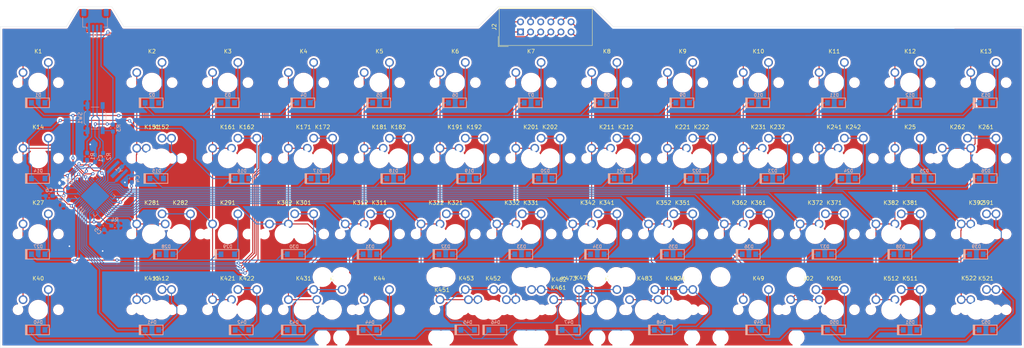
<source format=kicad_pcb>
(kicad_pcb (version 20171130) (host pcbnew "(5.1.0)-1")
  (layers (0 F.Cu signal) (31 B.Cu signal) (34 B.Paste user) (35 F.Paste user) (36 B.SilkS user) (37 F.SilkS user) (38 B.Mask user) (39 F.Mask user) (44 Edge.Cuts user))
  (net 0 "")
  (net 1 GND)
  (net 2 VCC)
  (net 3 "Net-(C6-Pad1)")
  (net 4 /Row1)
  (net 5 "Net-(D1-Pad2)")
  (net 6 "Net-(D2-Pad2)")
  (net 7 "Net-(D3-Pad2)")
  (net 8 "Net-(D4-Pad2)")
  (net 9 "Net-(D5-Pad2)")
  (net 10 "Net-(D6-Pad2)")
  (net 11 "Net-(D7-Pad2)")
  (net 12 "Net-(D8-Pad2)")
  (net 13 "Net-(D9-Pad2)")
  (net 14 "Net-(D10-Pad2)")
  (net 15 "Net-(D11-Pad2)")
  (net 16 "Net-(D12-Pad2)")
  (net 17 "Net-(D13-Pad2)")
  (net 18 /Row2)
  (net 19 "Net-(D14-Pad2)")
  (net 20 "Net-(D15-Pad2)")
  (net 21 "Net-(D16-Pad2)")
  (net 22 "Net-(D17-Pad2)")
  (net 23 "Net-(D18-Pad2)")
  (net 24 "Net-(D19-Pad2)")
  (net 25 "Net-(D20-Pad2)")
  (net 26 "Net-(D21-Pad2)")
  (net 27 "Net-(D22-Pad2)")
  (net 28 "Net-(D23-Pad2)")
  (net 29 "Net-(D24-Pad2)")
  (net 30 "Net-(D25-Pad2)")
  (net 31 "Net-(D26-Pad2)")
  (net 32 /Col0)
  (net 33 "Net-(D27-Pad2)")
  (net 34 "Net-(D28-Pad2)")
  (net 35 "Net-(D29-Pad2)")
  (net 36 "Net-(D30-Pad2)")
  (net 37 "Net-(D31-Pad2)")
  (net 38 "Net-(D32-Pad2)")
  (net 39 "Net-(D33-Pad2)")
  (net 40 "Net-(D34-Pad2)")
  (net 41 "Net-(D35-Pad2)")
  (net 42 "Net-(D36-Pad2)")
  (net 43 "Net-(D37-Pad2)")
  (net 44 "Net-(D38-Pad2)")
  (net 45 "Net-(D39-Pad2)")
  (net 46 /Row4)
  (net 47 "Net-(D40-Pad2)")
  (net 48 "Net-(D41-Pad2)")
  (net 49 "Net-(D42-Pad2)")
  (net 50 "Net-(D43-Pad2)")
  (net 51 "Net-(D44-Pad2)")
  (net 52 "Net-(D45-Pad2)")
  (net 53 "Net-(D46-Pad2)")
  (net 54 "Net-(D47-Pad2)")
  (net 55 "Net-(D48-Pad2)")
  (net 56 "Net-(D49-Pad2)")
  (net 57 "Net-(D50-Pad2)")
  (net 58 "Net-(D51-Pad2)")
  (net 59 "Net-(D52-Pad2)")
  (net 60 "Net-(J1-Pad3)")
  (net 61 "Net-(J1-Pad2)")
  (net 62 /Col1)
  (net 63 /Col2)
  (net 64 /Col3)
  (net 65 /Col4)
  (net 66 /Col5)
  (net 67 /Col6)
  (net 68 /Col7)
  (net 69 /Col8)
  (net 70 /Col9)
  (net 71 /Col10)
  (net 72 /Col11)
  (net 73 /Col12)
  (net 74 "Net-(R1-Pad1)")
  (net 75 "Net-(R2-Pad1)")
  (net 76 "Net-(R3-Pad1)")
  (net 77 "Net-(R4-Pad2)")
  (net 78 "Net-(U1-Pad42)")
  (net 79 "Net-(U1-Pad32)")
  (net 80 "Net-(U1-Pad12)")
  (net 81 /Row3)
  (net 82 "Net-(U1-Pad17)")
  (net 83 "Net-(U1-Pad16)")
  (net 84 "Net-(U1-Pad11)")
  (net 85 "Net-(U1-Pad10)")
  (net 86 /Row0)
  (net 87 /EncA)
  (net 88 /EncB)
  (net 89 "Net-(J2-Pad6)")
  (net 90 /LEDs)
  (module EOD-Footprints:Abracon_Resonator_16MHz_22pf (layer B.Cu) (at 42.325 52.4 315)
    (fp_text reference Y1 (at 0 -0.499999 315) (layer B.SilkS) (effects (justify mirror)))
    (fp_text value Resonator)
    (pad 3 smd rect (at 1.5 0 315) (size 0.7 4.1) (layers B.Cu B.Paste B.Mask) (net 82 "Net-(U1-Pad17)"))
    (pad 2 smd rect (at 0 0 315) (size 1 4.1) (layers B.Cu B.Paste B.Mask) (net 1 GND))
    (pad 1 smd rect (at -1.5 0 315) (size 0.7 4.1) (layers B.Cu B.Paste B.Mask) (net 83 "Net-(U1-Pad16)"))
  )
  (module Connector_IDC:IDC-Header_2x06_P2.54mm_Vertical (layer F.Cu) (at 143.65 17.325 90)
    (fp_text reference J2 (at 1.27 -6.604 90) (layer F.SilkS))
    (fp_text value Conn_01x12_Male)
    (pad 12 thru_hole oval (at 2.54 12.7 90) (size 1.7272 1.7272) (drill 1.016) (layers *.Cu *.Mask) (net 71 /Col10))
    (pad 11 thru_hole oval (at 0 12.7 90) (size 1.7272 1.7272) (drill 1.016) (layers *.Cu *.Mask) (net 70 /Col9))
    (pad 10 thru_hole oval (at 2.54 10.16 90) (size 1.7272 1.7272) (drill 1.016) (layers *.Cu *.Mask) (net 72 /Col11))
    (pad 9 thru_hole oval (at 0 10.16 90) (size 1.7272 1.7272) (drill 1.016) (layers *.Cu *.Mask) (net 88 /EncB))
    (pad 8 thru_hole oval (at 2.54 7.62 90) (size 1.7272 1.7272) (drill 1.016) (layers *.Cu *.Mask) (net 73 /Col12))
    (pad 7 thru_hole oval (at 0 7.62 90) (size 1.7272 1.7272) (drill 1.016) (layers *.Cu *.Mask) (net 87 /EncA))
    (pad 6 thru_hole oval (at 2.54 5.08 90) (size 1.7272 1.7272) (drill 1.016) (layers *.Cu *.Mask) (net 89 "Net-(J2-Pad6)"))
    (pad 5 thru_hole oval (at 0 5.08 90) (size 1.7272 1.7272) (drill 1.016) (layers *.Cu *.Mask) (net 90 /LEDs))
    (pad 4 thru_hole oval (at 2.54 2.54 90) (size 1.7272 1.7272) (drill 1.016) (layers *.Cu *.Mask) (net 1 GND))
    (pad 3 thru_hole oval (at 0 2.54 90) (size 1.7272 1.7272) (drill 1.016) (layers *.Cu *.Mask) (net 86 /Row0))
    (pad 2 thru_hole oval (at 2.54 0 90) (size 1.7272 1.7272) (drill 1.016) (layers *.Cu *.Mask) (net 2 VCC))
    (pad 1 thru_hole rect (at 0 0 90) (size 1.7272 1.7272) (drill 1.016) (layers *.Cu *.Mask) (net 32 /Col0))
  )
  (module Package_DFN_QFN:QFN-44-1EP_7x7mm_P0.5mm_EP5.2x5.2mm (layer B.Cu) (at 36.7475 58.655 315)
    (fp_text reference U1 (at 0 4.82 315) (layer B.SilkS) (effects (justify mirror)))
    (fp_text value ATMEGA32U4)
    (pad 44 smd roundrect (at -2.5 3.3375 315) (size 0.25 1.075) (layers B.Cu B.Paste B.Mask) (net 2 VCC))
    (pad 43 smd roundrect (at -2 3.3375 315) (size 0.25 1.075) (layers B.Cu B.Paste B.Mask) (net 1 GND))
    (pad 42 smd roundrect (at -1.5 3.3375 315) (size 0.25 1.075) (layers B.Cu B.Paste B.Mask) (net 78 "Net-(U1-Pad42)"))
    (pad 41 smd roundrect (at -1 3.3375 315) (size 0.25 1.075) (layers B.Cu B.Paste B.Mask) (net 81 /Row3))
    (pad 40 smd roundrect (at -0.5 3.3375 315) (size 0.25 1.075) (layers B.Cu B.Paste B.Mask) (net 46 /Row4))
    (pad 39 smd roundrect (at 0 3.3375 315) (size 0.25 1.075) (layers B.Cu B.Paste B.Mask) (net 88 /EncB))
    (pad 38 smd roundrect (at 0.5 3.3375 315) (size 0.25 1.075) (layers B.Cu B.Paste B.Mask) (net 87 /EncA))
    (pad 37 smd roundrect (at 1 3.3375 315) (size 0.25 1.075) (layers B.Cu B.Paste B.Mask) (net 90 /LEDs))
    (pad 36 smd roundrect (at 1.5 3.3375 315) (size 0.25 1.075) (layers B.Cu B.Paste B.Mask) (net 86 /Row0))
    (pad 35 smd roundrect (at 2 3.3375 315) (size 0.25 1.075) (layers B.Cu B.Paste B.Mask) (net 1 GND))
    (pad 34 smd roundrect (at 2.5 3.3375 315) (size 0.25 1.075) (layers B.Cu B.Paste B.Mask) (net 2 VCC))
    (pad 33 smd roundrect (at 3.3375 2.5 315) (size 1.075 0.25) (layers B.Cu B.Paste B.Mask) (net 77 "Net-(R4-Pad2)"))
    (pad 32 smd roundrect (at 3.3375 2 315) (size 1.075 0.25) (layers B.Cu B.Paste B.Mask) (net 79 "Net-(U1-Pad32)"))
    (pad 31 smd roundrect (at 3.3375 1.5 315) (size 1.075 0.25) (layers B.Cu B.Paste B.Mask) (net 62 /Col1))
    (pad 30 smd roundrect (at 3.3375 1 315) (size 1.075 0.25) (layers B.Cu B.Paste B.Mask) (net 63 /Col2))
    (pad 29 smd roundrect (at 3.3375 0.5 315) (size 1.075 0.25) (layers B.Cu B.Paste B.Mask) (net 64 /Col3))
    (pad 28 smd roundrect (at 3.3375 0 315) (size 1.075 0.25) (layers B.Cu B.Paste B.Mask) (net 65 /Col4))
    (pad 27 smd roundrect (at 3.3375 -0.5 315) (size 1.075 0.25) (layers B.Cu B.Paste B.Mask) (net 66 /Col5))
    (pad 26 smd roundrect (at 3.3375 -1 315) (size 1.075 0.25) (layers B.Cu B.Paste B.Mask) (net 67 /Col6))
    (pad 25 smd roundrect (at 3.3375 -1.5 315) (size 1.075 0.25) (layers B.Cu B.Paste B.Mask) (net 68 /Col7))
    (pad 24 smd roundrect (at 3.3375 -2 315) (size 1.075 0.25) (layers B.Cu B.Paste B.Mask) (net 2 VCC))
    (pad 23 smd roundrect (at 3.3375 -2.5 315) (size 1.075 0.25) (layers B.Cu B.Paste B.Mask) (net 1 GND))
    (pad 22 smd roundrect (at 2.5 -3.3375 315) (size 0.25 1.075) (layers B.Cu B.Paste B.Mask) (net 69 /Col8))
    (pad 21 smd roundrect (at 2 -3.3375 315) (size 0.25 1.075) (layers B.Cu B.Paste B.Mask) (net 70 /Col9))
    (pad 20 smd roundrect (at 1.5 -3.3375 315) (size 0.25 1.075) (layers B.Cu B.Paste B.Mask) (net 71 /Col10))
    (pad 19 smd roundrect (at 1 -3.3375 315) (size 0.25 1.075) (layers B.Cu B.Paste B.Mask) (net 72 /Col11))
    (pad 18 smd roundrect (at 0.5 -3.3375 315) (size 0.25 1.075) (layers B.Cu B.Paste B.Mask) (net 73 /Col12))
    (pad 17 smd roundrect (at 0 -3.3375 315) (size 0.25 1.075) (layers B.Cu B.Paste B.Mask) (net 82 "Net-(U1-Pad17)"))
    (pad 16 smd roundrect (at -0.5 -3.3375 315) (size 0.25 1.075) (layers B.Cu B.Paste B.Mask) (net 83 "Net-(U1-Pad16)"))
    (pad 15 smd roundrect (at -1 -3.3375 315) (size 0.25 1.075) (layers B.Cu B.Paste B.Mask) (net 1 GND))
    (pad 14 smd roundrect (at -1.5 -3.3375 315) (size 0.25 1.075) (layers B.Cu B.Paste B.Mask) (net 2 VCC))
    (pad 13 smd roundrect (at -2 -3.3375 315) (size 0.25 1.075) (layers B.Cu B.Paste B.Mask) (net 76 "Net-(R3-Pad1)"))
    (pad 12 smd roundrect (at -2.5 -3.3375 315) (size 0.25 1.075) (layers B.Cu B.Paste B.Mask) (net 80 "Net-(U1-Pad12)"))
    (pad 11 smd roundrect (at -3.3375 -2.5 315) (size 1.075 0.25) (layers B.Cu B.Paste B.Mask) (net 84 "Net-(U1-Pad11)"))
    (pad 10 smd roundrect (at -3.3375 -2 315) (size 1.075 0.25) (layers B.Cu B.Paste B.Mask) (net 85 "Net-(U1-Pad10)"))
    (pad 9 smd roundrect (at -3.3375 -1.5 315) (size 1.075 0.25) (layers B.Cu B.Paste B.Mask) (net 4 /Row1))
    (pad 8 smd roundrect (at -3.3375 -1 315) (size 1.075 0.25) (layers B.Cu B.Paste B.Mask) (net 32 /Col0))
    (pad 7 smd roundrect (at -3.3375 -0.5 315) (size 1.075 0.25) (layers B.Cu B.Paste B.Mask) (net 2 VCC))
    (pad 6 smd roundrect (at -3.3375 0 315) (size 1.075 0.25) (layers B.Cu B.Paste B.Mask) (net 3 "Net-(C6-Pad1)"))
    (pad 5 smd roundrect (at -3.3375 0.5 315) (size 1.075 0.25) (layers B.Cu B.Paste B.Mask) (net 1 GND))
    (pad 4 smd roundrect (at -3.3375 1 315) (size 1.075 0.25) (layers B.Cu B.Paste B.Mask) (net 75 "Net-(R2-Pad1)"))
    (pad 3 smd roundrect (at -3.3375 1.5 315) (size 1.075 0.25) (layers B.Cu B.Paste B.Mask) (net 74 "Net-(R1-Pad1)"))
    (pad 2 smd roundrect (at -3.3375 2 315) (size 1.075 0.25) (layers B.Cu B.Paste B.Mask) (net 2 VCC))
    (pad 1 smd roundrect (at -3.3375 2.5 315) (size 1.075 0.25) (layers B.Cu B.Paste B.Mask) (net 18 /Row2))
    (pad 45 smd roundrect (at 0 0 315) (size 5.2 5.2) (layers B.Cu B.Mask) (roundrect_rratio 0.048077))
  )
  (module keebs:SW_Cherry_MX_7u_PCB_No_Silk_Flip_Stab (layer F.Cu) (at 158.35 82.15)
    (fp_text reference K472 (at 0.95 -2.925) (layer F.SilkS))
    (fp_text value KEYSW)
    (pad 2 thru_hole circle (at 0 0) (size 2.2 2.2) (drill 1.5) (layers *.Cu *.Mask) (net 54 "Net-(D47-Pad2)"))
    (pad 1 thru_hole circle (at -6.35 2.54) (size 2.2 2.2) (drill 1.5) (layers *.Cu *.Mask) (net 68 /Col7))
    (pad "" np_thru_hole circle (at -2.54 5.08) (size 4 4) (drill 4) (layers *.Cu *.Mask))
    (pad "" np_thru_hole circle (at -7.62 5.08) (size 1.7 1.7) (drill 1.7) (layers *.Cu *.Mask))
    (pad "" np_thru_hole circle (at 2.54 5.08) (size 1.7 1.7) (drill 1.7) (layers *.Cu *.Mask))
    (pad "" np_thru_hole circle (at 54.6608 -3.16) (size 4 4) (drill 4) (layers *.Cu *.Mask))
    (pad "" np_thru_hole circle (at -59.7408 -3.16) (size 4 4) (drill 4) (layers *.Cu *.Mask))
    (pad "" np_thru_hole circle (at -59.7408 12.08) (size 3.05 3.05) (drill 3.05) (layers *.Cu *.Mask))
    (pad "" np_thru_hole circle (at 54.6608 12.08) (size 3.05 3.05) (drill 3.05) (layers *.Cu *.Mask))
  )
  (module keebs:MX_2.75u_PCB_No_Silk_Flipped_Stab (layer F.Cu) (at 136.91875 82.15)
    (fp_text reference K453 (at -6.89375 -2.825) (layer F.SilkS))
    (fp_text value KEYSW)
    (pad 2 thru_hole circle (at 0 0) (size 2.2 2.2) (drill 1.5) (layers *.Cu *.Mask) (net 52 "Net-(D45-Pad2)"))
    (pad 1 thru_hole circle (at -6.35 2.54) (size 2.2 2.2) (drill 1.5) (layers *.Cu *.Mask) (net 66 /Col5))
    (pad "" np_thru_hole circle (at -2.54 5.08) (size 4 4) (drill 4) (layers *.Cu *.Mask))
    (pad "" np_thru_hole circle (at -7.62 5.08) (size 1.7 1.7) (drill 1.7) (layers *.Cu *.Mask))
    (pad "" np_thru_hole circle (at 2.54 5.08) (size 1.7 1.7) (drill 1.7) (layers *.Cu *.Mask))
    (pad "" np_thru_hole circle (at 9.36 -3.16) (size 4 4) (drill 4) (layers *.Cu *.Mask))
    (pad "" np_thru_hole circle (at -14.44 -3.16) (size 4 4) (drill 4) (layers *.Cu *.Mask))
    (pad "" np_thru_hole circle (at -14.44 12.08) (size 3.05 3.05) (drill 3.05) (layers *.Cu *.Mask))
    (pad "" np_thru_hole circle (at 9.36 12.08) (size 3.05 3.05) (drill 3.05) (layers *.Cu *.Mask))
  )
  (module keebs:MX_2.25u_PCB_No_Silk_Flipped_Stab (layer F.Cu) (at 184.54375 82.15)
    (fp_text reference K482 (at -2.54 -2.794) (layer F.SilkS))
    (fp_text value KEYSW)
    (pad 2 thru_hole circle (at 0 0) (size 2.2 2.2) (drill 1.5) (layers *.Cu *.Mask) (net 55 "Net-(D48-Pad2)"))
    (pad 1 thru_hole circle (at -6.35 2.54) (size 2.2 2.2) (drill 1.5) (layers *.Cu *.Mask) (net 69 /Col8))
    (pad "" np_thru_hole circle (at -2.54 5.08) (size 4 4) (drill 4) (layers *.Cu *.Mask))
    (pad "" np_thru_hole circle (at -7.62 5.08) (size 1.7 1.7) (drill 1.7) (layers *.Cu *.Mask))
    (pad "" np_thru_hole circle (at 2.54 5.08) (size 1.7 1.7) (drill 1.7) (layers *.Cu *.Mask))
    (pad "" np_thru_hole circle (at 9.36 -3.16) (size 4 4) (drill 4) (layers *.Cu *.Mask))
    (pad "" np_thru_hole circle (at -14.44 -3.16) (size 4 4) (drill 4) (layers *.Cu *.Mask))
    (pad "" np_thru_hole circle (at -14.44 12.08) (size 3.05 3.05) (drill 3.05) (layers *.Cu *.Mask))
    (pad "" np_thru_hole circle (at 9.36 12.08) (size 3.05 3.05) (drill 3.05) (layers *.Cu *.Mask))
  )
  (module keebs:MX_6.25u_PCB_Flipped_Stab_No_Silk (layer F.Cu) (at 146.44375 82.15)
    (fp_text reference K462 (at 6.88125 -2.5) (layer F.SilkS))
    (fp_text value KEYSW)
    (pad 2 thru_hole circle (at 0 0) (size 2.2 2.2) (drill 1.5) (layers *.Cu *.Mask) (net 53 "Net-(D46-Pad2)"))
    (pad 1 thru_hole circle (at -6.35 2.54) (size 2.2 2.2) (drill 1.5) (layers *.Cu *.Mask) (net 67 /Col6))
    (pad "" np_thru_hole circle (at -2.54 5.08) (size 4 4) (drill 4) (layers *.Cu *.Mask))
    (pad "" np_thru_hole circle (at -7.62 5.08) (size 1.7 1.7) (drill 1.7) (layers *.Cu *.Mask))
    (pad "" np_thru_hole circle (at 2.54 5.08) (size 1.7 1.7) (drill 1.7) (layers *.Cu *.Mask))
    (pad "" np_thru_hole circle (at 47.46 -3.16) (size 4 4) (drill 4) (layers *.Cu *.Mask))
    (pad "" np_thru_hole circle (at -52.54 -3.16) (size 4 4) (drill 4) (layers *.Cu *.Mask))
    (pad "" np_thru_hole circle (at -52.54 12.08) (size 3.05 3.05) (drill 3.05) (layers *.Cu *.Mask))
    (pad "" np_thru_hole circle (at 47.46 12.08) (size 3.05 3.05) (drill 3.05) (layers *.Cu *.Mask))
  )
  (module keebs:SW_Cherry_MX_1.25u_PCB_No_Silk (layer F.Cu) (at 217.88125 82.15)
    (fp_text reference K502 (at -2.54 -2.794) (layer F.SilkS))
    (fp_text value KEYSW)
    (pad "" np_thru_hole circle (at 2.54 5.08) (size 1.7 1.7) (drill 1.7) (layers *.Cu *.Mask))
    (pad "" np_thru_hole circle (at -7.62 5.08) (size 1.7 1.7) (drill 1.7) (layers *.Cu *.Mask))
    (pad "" np_thru_hole circle (at -2.54 5.08) (size 4 4) (drill 4) (layers *.Cu *.Mask))
    (pad 1 thru_hole circle (at -6.35 2.54) (size 2.2 2.2) (drill 1.5) (layers *.Cu *.Mask) (net 71 /Col10))
    (pad 2 thru_hole circle (at 0 0) (size 2.2 2.2) (drill 1.5) (layers *.Cu *.Mask) (net 57 "Net-(D50-Pad2)"))
  )
  (module keebs:SW_Cherry_MX_1.25u_PCB_No_Silk (layer F.Cu) (at 98.81875 82.15)
    (fp_text reference K432 (at -2.54 -2.794) (layer F.SilkS))
    (fp_text value KEYSW)
    (pad 2 thru_hole circle (at 0 0) (size 2.2 2.2) (drill 1.5) (layers *.Cu *.Mask) (net 50 "Net-(D43-Pad2)"))
    (pad 1 thru_hole circle (at -6.35 2.54) (size 2.2 2.2) (drill 1.5) (layers *.Cu *.Mask) (net 64 /Col3))
    (pad "" np_thru_hole circle (at -2.54 5.08) (size 4 4) (drill 4) (layers *.Cu *.Mask))
    (pad "" np_thru_hole circle (at -7.62 5.08) (size 1.7 1.7) (drill 1.7) (layers *.Cu *.Mask))
    (pad "" np_thru_hole circle (at 2.54 5.08) (size 1.7 1.7) (drill 1.7) (layers *.Cu *.Mask))
  )
  (module keebs:SW_Cherry_MX_1.25u_PCB_No_Silk (layer F.Cu) (at 260.74375 82.15)
    (fp_text reference K522 (at -4.41875 -2.85) (layer F.SilkS))
    (fp_text value KEYSW)
    (pad 2 thru_hole circle (at 0 0) (size 2.2 2.2) (drill 1.5) (layers *.Cu *.Mask) (net 59 "Net-(D52-Pad2)"))
    (pad 1 thru_hole circle (at -6.35 2.54) (size 2.2 2.2) (drill 1.5) (layers *.Cu *.Mask) (net 73 /Col12))
    (pad "" np_thru_hole circle (at -2.54 5.08) (size 4 4) (drill 4) (layers *.Cu *.Mask))
    (pad "" np_thru_hole circle (at -7.62 5.08) (size 1.7 1.7) (drill 1.7) (layers *.Cu *.Mask))
    (pad "" np_thru_hole circle (at 2.54 5.08) (size 1.7 1.7) (drill 1.7) (layers *.Cu *.Mask))
  )
  (module keebs:SW_Cherry_MX_1.25u_PCB_No_Silk (layer F.Cu) (at 55.95625 82.15)
    (fp_text reference K412 (at -2.54 -2.794) (layer F.SilkS))
    (fp_text value KEYSW)
    (pad 2 thru_hole circle (at 0 0) (size 2.2 2.2) (drill 1.5) (layers *.Cu *.Mask) (net 48 "Net-(D41-Pad2)"))
    (pad 1 thru_hole circle (at -6.35 2.54) (size 2.2 2.2) (drill 1.5) (layers *.Cu *.Mask) (net 62 /Col1))
    (pad "" np_thru_hole circle (at -2.54 5.08) (size 4 4) (drill 4) (layers *.Cu *.Mask))
    (pad "" np_thru_hole circle (at -7.62 5.08) (size 1.7 1.7) (drill 1.7) (layers *.Cu *.Mask))
    (pad "" np_thru_hole circle (at 2.54 5.08) (size 1.7 1.7) (drill 1.7) (layers *.Cu *.Mask))
  )
  (module keebs:SW_Cherry_MX_1.50u_PCB_No_Silk (layer F.Cu) (at 77.3875 82.15)
    (fp_text reference K422 (at -2.54 -2.794) (layer F.SilkS))
    (fp_text value KEYSW)
    (pad 2 thru_hole circle (at 0 0) (size 2.2 2.2) (drill 1.5) (layers *.Cu *.Mask) (net 49 "Net-(D42-Pad2)"))
    (pad 1 thru_hole circle (at -6.35 2.54) (size 2.2 2.2) (drill 1.5) (layers *.Cu *.Mask) (net 63 /Col2))
    (pad "" np_thru_hole circle (at -2.54 5.08) (size 4 4) (drill 4) (layers *.Cu *.Mask))
    (pad "" np_thru_hole circle (at -7.62 5.08) (size 1.7 1.7) (drill 1.7) (layers *.Cu *.Mask))
    (pad "" np_thru_hole circle (at 2.54 5.08) (size 1.7 1.7) (drill 1.7) (layers *.Cu *.Mask))
  )
  (module keebs:SW_Cherry_MX_1.50u_PCB_No_Silk (layer F.Cu) (at 239.3125 82.15)
    (fp_text reference K512 (at -2.54 -2.794) (layer F.SilkS))
    (fp_text value KEYSW)
    (pad 2 thru_hole circle (at 0 0) (size 2.2 2.2) (drill 1.5) (layers *.Cu *.Mask) (net 58 "Net-(D51-Pad2)"))
    (pad 1 thru_hole circle (at -6.35 2.54) (size 2.2 2.2) (drill 1.5) (layers *.Cu *.Mask) (net 72 /Col11))
    (pad "" np_thru_hole circle (at -2.54 5.08) (size 4 4) (drill 4) (layers *.Cu *.Mask))
    (pad "" np_thru_hole circle (at -7.62 5.08) (size 1.7 1.7) (drill 1.7) (layers *.Cu *.Mask))
    (pad "" np_thru_hole circle (at 2.54 5.08) (size 1.7 1.7) (drill 1.7) (layers *.Cu *.Mask))
  )
  (module keebs:SW_Cherry_MX_2.00u_PCB_Flip_Stab (layer F.Cu) (at 177.4 82.15)
    (fp_text reference K483 (at -2.54 -2.794) (layer F.SilkS))
    (fp_text value KEYSW)
    (pad "" np_thru_hole circle (at 9.36 12.065) (size 3.05 3.05) (drill 3.05) (layers *.Cu *.Mask))
    (pad "" np_thru_hole circle (at -14.44 12.065) (size 3.05 3.05) (drill 3.05) (layers *.Cu *.Mask))
    (pad "" np_thru_hole circle (at -14.44 -3.175) (size 4 4) (drill 4) (layers *.Cu *.Mask))
    (pad "" np_thru_hole circle (at 9.36 -3.175) (size 4 4) (drill 4) (layers *.Cu *.Mask))
    (pad "" np_thru_hole circle (at 2.54 5.08) (size 1.7 1.7) (drill 1.7) (layers *.Cu *.Mask))
    (pad "" np_thru_hole circle (at -7.62 5.08) (size 1.7 1.7) (drill 1.7) (layers *.Cu *.Mask))
    (pad "" np_thru_hole circle (at -2.54 5.08) (size 4 4) (drill 4) (layers *.Cu *.Mask))
    (pad 1 thru_hole circle (at -6.35 2.54) (size 2.2 2.2) (drill 1.5) (layers *.Cu *.Mask) (net 69 /Col8))
    (pad 2 thru_hole circle (at 0 0) (size 2.2 2.2) (drill 1.5) (layers *.Cu *.Mask) (net 55 "Net-(D48-Pad2)"))
  )
  (module keebs:SW_Cherry_MX_2.00u_PCB_Flip_Stab (layer F.Cu) (at 158.35 82.15)
    (fp_text reference K473 (at -2.54 -2.794) (layer F.SilkS))
    (fp_text value KEYSW)
    (pad 2 thru_hole circle (at 0 0) (size 2.2 2.2) (drill 1.5) (layers *.Cu *.Mask) (net 54 "Net-(D47-Pad2)"))
    (pad 1 thru_hole circle (at -6.35 2.54) (size 2.2 2.2) (drill 1.5) (layers *.Cu *.Mask) (net 68 /Col7))
    (pad "" np_thru_hole circle (at -2.54 5.08) (size 4 4) (drill 4) (layers *.Cu *.Mask))
    (pad "" np_thru_hole circle (at -7.62 5.08) (size 1.7 1.7) (drill 1.7) (layers *.Cu *.Mask))
    (pad "" np_thru_hole circle (at 2.54 5.08) (size 1.7 1.7) (drill 1.7) (layers *.Cu *.Mask))
    (pad "" np_thru_hole circle (at 9.36 -3.175) (size 4 4) (drill 4) (layers *.Cu *.Mask))
    (pad "" np_thru_hole circle (at -14.44 -3.175) (size 4 4) (drill 4) (layers *.Cu *.Mask))
    (pad "" np_thru_hole circle (at -14.44 12.065) (size 3.05 3.05) (drill 3.05) (layers *.Cu *.Mask))
    (pad "" np_thru_hole circle (at 9.36 12.065) (size 3.05 3.05) (drill 3.05) (layers *.Cu *.Mask))
  )
  (module keebs:SW_Cherry_MX_2.00u_PCB_Flip_Stab (layer F.Cu) (at 139.3 82.15)
    (fp_text reference K452 (at -2.54 -2.794) (layer F.SilkS))
    (fp_text value KEYSW)
    (pad 2 thru_hole circle (at 0 0) (size 2.2 2.2) (drill 1.5) (layers *.Cu *.Mask) (net 52 "Net-(D45-Pad2)"))
    (pad 1 thru_hole circle (at -6.35 2.54) (size 2.2 2.2) (drill 1.5) (layers *.Cu *.Mask) (net 66 /Col5))
    (pad "" np_thru_hole circle (at -2.54 5.08) (size 4 4) (drill 4) (layers *.Cu *.Mask))
    (pad "" np_thru_hole circle (at -7.62 5.08) (size 1.7 1.7) (drill 1.7) (layers *.Cu *.Mask))
    (pad "" np_thru_hole circle (at 2.54 5.08) (size 1.7 1.7) (drill 1.7) (layers *.Cu *.Mask))
    (pad "" np_thru_hole circle (at 9.36 -3.175) (size 4 4) (drill 4) (layers *.Cu *.Mask))
    (pad "" np_thru_hole circle (at -14.44 -3.175) (size 4 4) (drill 4) (layers *.Cu *.Mask))
    (pad "" np_thru_hole circle (at -14.44 12.065) (size 3.05 3.05) (drill 3.05) (layers *.Cu *.Mask))
    (pad "" np_thru_hole circle (at 9.36 12.065) (size 3.05 3.05) (drill 3.05) (layers *.Cu *.Mask))
  )
  (module keebs:SW_Cherry_MX_1.00u_PCB_No_Silk (layer F.Cu) (at 86.9125 63.1)
    (fp_text reference K302 (at -2.54 -2.794) (layer F.SilkS))
    (fp_text value KEYSW)
    (pad "" np_thru_hole circle (at 2.54 5.08) (size 1.7 1.7) (drill 1.7) (layers *.Cu *.Mask))
    (pad "" np_thru_hole circle (at -7.62 5.08) (size 1.7 1.7) (drill 1.7) (layers *.Cu *.Mask))
    (pad "" np_thru_hole circle (at -2.54 5.08) (size 4 4) (drill 4) (layers *.Cu *.Mask))
    (pad 1 thru_hole circle (at -6.35 2.54) (size 2.2 2.2) (drill 1.5) (layers *.Cu *.Mask) (net 64 /Col3))
    (pad 2 thru_hole circle (at 0 0) (size 2.2 2.2) (drill 1.5) (layers *.Cu *.Mask) (net 36 "Net-(D30-Pad2)"))
  )
  (module keebs:SW_Cherry_MX_1.75u_PCB_No_Silk (layer F.Cu) (at 60.71875 63.1)
    (fp_text reference K282 (at -2.54 -2.794) (layer F.SilkS))
    (fp_text value KEYSW)
    (pad 2 thru_hole circle (at 0 0) (size 2.2 2.2) (drill 1.5) (layers *.Cu *.Mask) (net 34 "Net-(D28-Pad2)"))
    (pad 1 thru_hole circle (at -6.35 2.54) (size 2.2 2.2) (drill 1.5) (layers *.Cu *.Mask) (net 62 /Col1))
    (pad "" np_thru_hole circle (at -2.54 5.08) (size 4 4) (drill 4) (layers *.Cu *.Mask))
    (pad "" np_thru_hole circle (at -7.62 5.08) (size 1.7 1.7) (drill 1.7) (layers *.Cu *.Mask))
    (pad "" np_thru_hole circle (at 2.54 5.08) (size 1.7 1.7) (drill 1.7) (layers *.Cu *.Mask))
  )
  (module keebs:SW_Cherry_MX_1.25u_PCB_No_Silk (layer F.Cu) (at 260.74375 63.1)
    (fp_text reference K392 (at -2.54 -2.794) (layer F.SilkS))
    (fp_text value KEYSW)
    (pad 2 thru_hole circle (at 0 0) (size 2.2 2.2) (drill 1.5) (layers *.Cu *.Mask) (net 45 "Net-(D39-Pad2)"))
    (pad 1 thru_hole circle (at -6.35 2.54) (size 2.2 2.2) (drill 1.5) (layers *.Cu *.Mask) (net 73 /Col12))
    (pad "" np_thru_hole circle (at -2.54 5.08) (size 4 4) (drill 4) (layers *.Cu *.Mask))
    (pad "" np_thru_hole circle (at -7.62 5.08) (size 1.7 1.7) (drill 1.7) (layers *.Cu *.Mask))
    (pad "" np_thru_hole circle (at 2.54 5.08) (size 1.7 1.7) (drill 1.7) (layers *.Cu *.Mask))
  )
  (module keebs:SW_Cherry_MX_1.00u_PCB_No_Silk (layer F.Cu) (at 239.3125 63.1)
    (fp_text reference K382 (at -2.54 -2.794) (layer F.SilkS))
    (fp_text value KEYSW)
    (pad "" np_thru_hole circle (at 2.54 5.08) (size 1.7 1.7) (drill 1.7) (layers *.Cu *.Mask))
    (pad "" np_thru_hole circle (at -7.62 5.08) (size 1.7 1.7) (drill 1.7) (layers *.Cu *.Mask))
    (pad "" np_thru_hole circle (at -2.54 5.08) (size 4 4) (drill 4) (layers *.Cu *.Mask))
    (pad 1 thru_hole circle (at -6.35 2.54) (size 2.2 2.2) (drill 1.5) (layers *.Cu *.Mask) (net 72 /Col11))
    (pad 2 thru_hole circle (at 0 0) (size 2.2 2.2) (drill 1.5) (layers *.Cu *.Mask) (net 44 "Net-(D38-Pad2)"))
  )
  (module keebs:SW_Cherry_MX_1.00u_PCB_No_Silk (layer F.Cu) (at 220.2625 63.1)
    (fp_text reference K372 (at -2.54 -2.794) (layer F.SilkS))
    (fp_text value KEYSW)
    (pad "" np_thru_hole circle (at 2.54 5.08) (size 1.7 1.7) (drill 1.7) (layers *.Cu *.Mask))
    (pad "" np_thru_hole circle (at -7.62 5.08) (size 1.7 1.7) (drill 1.7) (layers *.Cu *.Mask))
    (pad "" np_thru_hole circle (at -2.54 5.08) (size 4 4) (drill 4) (layers *.Cu *.Mask))
    (pad 1 thru_hole circle (at -6.35 2.54) (size 2.2 2.2) (drill 1.5) (layers *.Cu *.Mask) (net 71 /Col10))
    (pad 2 thru_hole circle (at 0 0) (size 2.2 2.2) (drill 1.5) (layers *.Cu *.Mask) (net 43 "Net-(D37-Pad2)"))
  )
  (module keebs:SW_Cherry_MX_1.00u_PCB_No_Silk (layer F.Cu) (at 201.2125 63.1)
    (fp_text reference K362 (at -2.54 -2.794) (layer F.SilkS))
    (fp_text value KEYSW)
    (pad "" np_thru_hole circle (at 2.54 5.08) (size 1.7 1.7) (drill 1.7) (layers *.Cu *.Mask))
    (pad "" np_thru_hole circle (at -7.62 5.08) (size 1.7 1.7) (drill 1.7) (layers *.Cu *.Mask))
    (pad "" np_thru_hole circle (at -2.54 5.08) (size 4 4) (drill 4) (layers *.Cu *.Mask))
    (pad 1 thru_hole circle (at -6.35 2.54) (size 2.2 2.2) (drill 1.5) (layers *.Cu *.Mask) (net 70 /Col9))
    (pad 2 thru_hole circle (at 0 0) (size 2.2 2.2) (drill 1.5) (layers *.Cu *.Mask) (net 42 "Net-(D36-Pad2)"))
  )
  (module keebs:SW_Cherry_MX_1.00u_PCB_No_Silk (layer F.Cu) (at 182.1625 63.1)
    (fp_text reference K352 (at -2.54 -2.794) (layer F.SilkS))
    (fp_text value KEYSW)
    (pad "" np_thru_hole circle (at 2.54 5.08) (size 1.7 1.7) (drill 1.7) (layers *.Cu *.Mask))
    (pad "" np_thru_hole circle (at -7.62 5.08) (size 1.7 1.7) (drill 1.7) (layers *.Cu *.Mask))
    (pad "" np_thru_hole circle (at -2.54 5.08) (size 4 4) (drill 4) (layers *.Cu *.Mask))
    (pad 1 thru_hole circle (at -6.35 2.54) (size 2.2 2.2) (drill 1.5) (layers *.Cu *.Mask) (net 69 /Col8))
    (pad 2 thru_hole circle (at 0 0) (size 2.2 2.2) (drill 1.5) (layers *.Cu *.Mask) (net 41 "Net-(D35-Pad2)"))
  )
  (module keebs:SW_Cherry_MX_1.00u_PCB_No_Silk (layer F.Cu) (at 163.1125 63.1)
    (fp_text reference K342 (at -2.54 -2.794) (layer F.SilkS))
    (fp_text value KEYSW)
    (pad "" np_thru_hole circle (at 2.54 5.08) (size 1.7 1.7) (drill 1.7) (layers *.Cu *.Mask))
    (pad "" np_thru_hole circle (at -7.62 5.08) (size 1.7 1.7) (drill 1.7) (layers *.Cu *.Mask))
    (pad "" np_thru_hole circle (at -2.54 5.08) (size 4 4) (drill 4) (layers *.Cu *.Mask))
    (pad 1 thru_hole circle (at -6.35 2.54) (size 2.2 2.2) (drill 1.5) (layers *.Cu *.Mask) (net 68 /Col7))
    (pad 2 thru_hole circle (at 0 0) (size 2.2 2.2) (drill 1.5) (layers *.Cu *.Mask) (net 40 "Net-(D34-Pad2)"))
  )
  (module keebs:SW_Cherry_MX_1.00u_PCB_No_Silk (layer F.Cu) (at 144.0625 63.1)
    (fp_text reference K332 (at -2.54 -2.794) (layer F.SilkS))
    (fp_text value KEYSW)
    (pad "" np_thru_hole circle (at 2.54 5.08) (size 1.7 1.7) (drill 1.7) (layers *.Cu *.Mask))
    (pad "" np_thru_hole circle (at -7.62 5.08) (size 1.7 1.7) (drill 1.7) (layers *.Cu *.Mask))
    (pad "" np_thru_hole circle (at -2.54 5.08) (size 4 4) (drill 4) (layers *.Cu *.Mask))
    (pad 1 thru_hole circle (at -6.35 2.54) (size 2.2 2.2) (drill 1.5) (layers *.Cu *.Mask) (net 67 /Col6))
    (pad 2 thru_hole circle (at 0 0) (size 2.2 2.2) (drill 1.5) (layers *.Cu *.Mask) (net 39 "Net-(D33-Pad2)"))
  )
  (module keebs:SW_Cherry_MX_1.00u_PCB_No_Silk (layer F.Cu) (at 125.0125 63.1)
    (fp_text reference K322 (at -2.54 -2.794) (layer F.SilkS))
    (fp_text value KEYSW)
    (pad "" np_thru_hole circle (at 2.54 5.08) (size 1.7 1.7) (drill 1.7) (layers *.Cu *.Mask))
    (pad "" np_thru_hole circle (at -7.62 5.08) (size 1.7 1.7) (drill 1.7) (layers *.Cu *.Mask))
    (pad "" np_thru_hole circle (at -2.54 5.08) (size 4 4) (drill 4) (layers *.Cu *.Mask))
    (pad 1 thru_hole circle (at -6.35 2.54) (size 2.2 2.2) (drill 1.5) (layers *.Cu *.Mask) (net 66 /Col5))
    (pad 2 thru_hole circle (at 0 0) (size 2.2 2.2) (drill 1.5) (layers *.Cu *.Mask) (net 38 "Net-(D32-Pad2)"))
  )
  (module keebs:SW_Cherry_MX_1.00u_PCB_No_Silk (layer F.Cu) (at 105.9625 63.1)
    (fp_text reference K312 (at -2.54 -2.794) (layer F.SilkS))
    (fp_text value KEYSW)
    (pad "" np_thru_hole circle (at 2.54 5.08) (size 1.7 1.7) (drill 1.7) (layers *.Cu *.Mask))
    (pad "" np_thru_hole circle (at -7.62 5.08) (size 1.7 1.7) (drill 1.7) (layers *.Cu *.Mask))
    (pad "" np_thru_hole circle (at -2.54 5.08) (size 4 4) (drill 4) (layers *.Cu *.Mask))
    (pad 1 thru_hole circle (at -6.35 2.54) (size 2.2 2.2) (drill 1.5) (layers *.Cu *.Mask) (net 65 /Col4))
    (pad 2 thru_hole circle (at 0 0) (size 2.2 2.2) (drill 1.5) (layers *.Cu *.Mask) (net 37 "Net-(D31-Pad2)"))
  )
  (module keebs:SW_Cherry_MX_1.75u_PCB_No_Silk (layer F.Cu) (at 255.98125 44.05)
    (fp_text reference K262 (at -2.54 -2.794) (layer F.SilkS))
    (fp_text value KEYSW)
    (pad 2 thru_hole circle (at 0 0) (size 2.2 2.2) (drill 1.5) (layers *.Cu *.Mask) (net 31 "Net-(D26-Pad2)"))
    (pad 1 thru_hole circle (at -6.35 2.54) (size 2.2 2.2) (drill 1.5) (layers *.Cu *.Mask) (net 73 /Col12))
    (pad "" np_thru_hole circle (at -2.54 5.08) (size 4 4) (drill 4) (layers *.Cu *.Mask))
    (pad "" np_thru_hole circle (at -7.62 5.08) (size 1.7 1.7) (drill 1.7) (layers *.Cu *.Mask))
    (pad "" np_thru_hole circle (at 2.54 5.08) (size 1.7 1.7) (drill 1.7) (layers *.Cu *.Mask))
  )
  (module keebs:SW_Cherry_MX_1.00u_PCB_No_Silk (layer F.Cu) (at 263.125 44.05)
    (fp_text reference K261 (at -2.54 -2.794) (layer F.SilkS))
    (fp_text value KEYSW)
    (pad "" np_thru_hole circle (at 2.54 5.08) (size 1.7 1.7) (drill 1.7) (layers *.Cu *.Mask))
    (pad "" np_thru_hole circle (at -7.62 5.08) (size 1.7 1.7) (drill 1.7) (layers *.Cu *.Mask))
    (pad "" np_thru_hole circle (at -2.54 5.08) (size 4 4) (drill 4) (layers *.Cu *.Mask))
    (pad 1 thru_hole circle (at -6.35 2.54) (size 2.2 2.2) (drill 1.5) (layers *.Cu *.Mask) (net 73 /Col12))
    (pad 2 thru_hole circle (at 0 0) (size 2.2 2.2) (drill 1.5) (layers *.Cu *.Mask) (net 31 "Net-(D26-Pad2)"))
  )
  (module keebs:SW_Cherry_MX_1.00u_PCB_No_Silk (layer F.Cu) (at 229.7875 44.05)
    (fp_text reference K242 (at -2.54 -2.794) (layer F.SilkS))
    (fp_text value KEYSW)
    (pad "" np_thru_hole circle (at 2.54 5.08) (size 1.7 1.7) (drill 1.7) (layers *.Cu *.Mask))
    (pad "" np_thru_hole circle (at -7.62 5.08) (size 1.7 1.7) (drill 1.7) (layers *.Cu *.Mask))
    (pad "" np_thru_hole circle (at -2.54 5.08) (size 4 4) (drill 4) (layers *.Cu *.Mask))
    (pad 1 thru_hole circle (at -6.35 2.54) (size 2.2 2.2) (drill 1.5) (layers *.Cu *.Mask) (net 71 /Col10))
    (pad 2 thru_hole circle (at 0 0) (size 2.2 2.2) (drill 1.5) (layers *.Cu *.Mask) (net 29 "Net-(D24-Pad2)"))
  )
  (module keebs:SW_Cherry_MX_1.00u_PCB_No_Silk (layer F.Cu) (at 225.025 44.05)
    (fp_text reference K241 (at -2.54 -2.794) (layer F.SilkS))
    (fp_text value KEYSW)
    (pad "" np_thru_hole circle (at 2.54 5.08) (size 1.7 1.7) (drill 1.7) (layers *.Cu *.Mask))
    (pad "" np_thru_hole circle (at -7.62 5.08) (size 1.7 1.7) (drill 1.7) (layers *.Cu *.Mask))
    (pad "" np_thru_hole circle (at -2.54 5.08) (size 4 4) (drill 4) (layers *.Cu *.Mask))
    (pad 1 thru_hole circle (at -6.35 2.54) (size 2.2 2.2) (drill 1.5) (layers *.Cu *.Mask) (net 71 /Col10))
    (pad 2 thru_hole circle (at 0 0) (size 2.2 2.2) (drill 1.5) (layers *.Cu *.Mask) (net 29 "Net-(D24-Pad2)"))
  )
  (module keebs:SW_Cherry_MX_1.00u_PCB_No_Silk (layer F.Cu) (at 210.7375 44.05)
    (fp_text reference K232 (at -2.54 -2.794) (layer F.SilkS))
    (fp_text value KEYSW)
    (pad "" np_thru_hole circle (at 2.54 5.08) (size 1.7 1.7) (drill 1.7) (layers *.Cu *.Mask))
    (pad "" np_thru_hole circle (at -7.62 5.08) (size 1.7 1.7) (drill 1.7) (layers *.Cu *.Mask))
    (pad "" np_thru_hole circle (at -2.54 5.08) (size 4 4) (drill 4) (layers *.Cu *.Mask))
    (pad 1 thru_hole circle (at -6.35 2.54) (size 2.2 2.2) (drill 1.5) (layers *.Cu *.Mask) (net 70 /Col9))
    (pad 2 thru_hole circle (at 0 0) (size 2.2 2.2) (drill 1.5) (layers *.Cu *.Mask) (net 28 "Net-(D23-Pad2)"))
  )
  (module keebs:SW_Cherry_MX_1.00u_PCB_No_Silk (layer F.Cu) (at 205.975 44.05)
    (fp_text reference K231 (at -2.54 -2.794) (layer F.SilkS))
    (fp_text value KEYSW)
    (pad "" np_thru_hole circle (at 2.54 5.08) (size 1.7 1.7) (drill 1.7) (layers *.Cu *.Mask))
    (pad "" np_thru_hole circle (at -7.62 5.08) (size 1.7 1.7) (drill 1.7) (layers *.Cu *.Mask))
    (pad "" np_thru_hole circle (at -2.54 5.08) (size 4 4) (drill 4) (layers *.Cu *.Mask))
    (pad 1 thru_hole circle (at -6.35 2.54) (size 2.2 2.2) (drill 1.5) (layers *.Cu *.Mask) (net 70 /Col9))
    (pad 2 thru_hole circle (at 0 0) (size 2.2 2.2) (drill 1.5) (layers *.Cu *.Mask) (net 28 "Net-(D23-Pad2)"))
  )
  (module keebs:SW_Cherry_MX_1.00u_PCB_No_Silk (layer F.Cu) (at 191.6875 44.05)
    (fp_text reference K222 (at -2.54 -2.794) (layer F.SilkS))
    (fp_text value KEYSW)
    (pad "" np_thru_hole circle (at 2.54 5.08) (size 1.7 1.7) (drill 1.7) (layers *.Cu *.Mask))
    (pad "" np_thru_hole circle (at -7.62 5.08) (size 1.7 1.7) (drill 1.7) (layers *.Cu *.Mask))
    (pad "" np_thru_hole circle (at -2.54 5.08) (size 4 4) (drill 4) (layers *.Cu *.Mask))
    (pad 1 thru_hole circle (at -6.35 2.54) (size 2.2 2.2) (drill 1.5) (layers *.Cu *.Mask) (net 69 /Col8))
    (pad 2 thru_hole circle (at 0 0) (size 2.2 2.2) (drill 1.5) (layers *.Cu *.Mask) (net 27 "Net-(D22-Pad2)"))
  )
  (module keebs:SW_Cherry_MX_1.00u_PCB_No_Silk (layer F.Cu) (at 186.925 44.05)
    (fp_text reference K221 (at -2.54 -2.794) (layer F.SilkS))
    (fp_text value KEYSW)
    (pad "" np_thru_hole circle (at 2.54 5.08) (size 1.7 1.7) (drill 1.7) (layers *.Cu *.Mask))
    (pad "" np_thru_hole circle (at -7.62 5.08) (size 1.7 1.7) (drill 1.7) (layers *.Cu *.Mask))
    (pad "" np_thru_hole circle (at -2.54 5.08) (size 4 4) (drill 4) (layers *.Cu *.Mask))
    (pad 1 thru_hole circle (at -6.35 2.54) (size 2.2 2.2) (drill 1.5) (layers *.Cu *.Mask) (net 69 /Col8))
    (pad 2 thru_hole circle (at 0 0) (size 2.2 2.2) (drill 1.5) (layers *.Cu *.Mask) (net 27 "Net-(D22-Pad2)"))
  )
  (module keebs:SW_Cherry_MX_1.00u_PCB_No_Silk (layer F.Cu) (at 172.6375 44.05)
    (fp_text reference K212 (at -2.54 -2.794) (layer F.SilkS))
    (fp_text value KEYSW)
    (pad "" np_thru_hole circle (at 2.54 5.08) (size 1.7 1.7) (drill 1.7) (layers *.Cu *.Mask))
    (pad "" np_thru_hole circle (at -7.62 5.08) (size 1.7 1.7) (drill 1.7) (layers *.Cu *.Mask))
    (pad "" np_thru_hole circle (at -2.54 5.08) (size 4 4) (drill 4) (layers *.Cu *.Mask))
    (pad 1 thru_hole circle (at -6.35 2.54) (size 2.2 2.2) (drill 1.5) (layers *.Cu *.Mask) (net 68 /Col7))
    (pad 2 thru_hole circle (at 0 0) (size 2.2 2.2) (drill 1.5) (layers *.Cu *.Mask) (net 26 "Net-(D21-Pad2)"))
  )
  (module keebs:SW_Cherry_MX_1.00u_PCB_No_Silk (layer F.Cu) (at 167.875 44.05)
    (fp_text reference K211 (at -2.54 -2.794) (layer F.SilkS))
    (fp_text value KEYSW)
    (pad "" np_thru_hole circle (at 2.54 5.08) (size 1.7 1.7) (drill 1.7) (layers *.Cu *.Mask))
    (pad "" np_thru_hole circle (at -7.62 5.08) (size 1.7 1.7) (drill 1.7) (layers *.Cu *.Mask))
    (pad "" np_thru_hole circle (at -2.54 5.08) (size 4 4) (drill 4) (layers *.Cu *.Mask))
    (pad 1 thru_hole circle (at -6.35 2.54) (size 2.2 2.2) (drill 1.5) (layers *.Cu *.Mask) (net 68 /Col7))
    (pad 2 thru_hole circle (at 0 0) (size 2.2 2.2) (drill 1.5) (layers *.Cu *.Mask) (net 26 "Net-(D21-Pad2)"))
  )
  (module keebs:SW_Cherry_MX_1.00u_PCB_No_Silk (layer F.Cu) (at 153.5875 44.05)
    (fp_text reference K202 (at -2.54 -2.794) (layer F.SilkS))
    (fp_text value KEYSW)
    (pad "" np_thru_hole circle (at 2.54 5.08) (size 1.7 1.7) (drill 1.7) (layers *.Cu *.Mask))
    (pad "" np_thru_hole circle (at -7.62 5.08) (size 1.7 1.7) (drill 1.7) (layers *.Cu *.Mask))
    (pad "" np_thru_hole circle (at -2.54 5.08) (size 4 4) (drill 4) (layers *.Cu *.Mask))
    (pad 1 thru_hole circle (at -6.35 2.54) (size 2.2 2.2) (drill 1.5) (layers *.Cu *.Mask) (net 67 /Col6))
    (pad 2 thru_hole circle (at 0 0) (size 2.2 2.2) (drill 1.5) (layers *.Cu *.Mask) (net 25 "Net-(D20-Pad2)"))
  )
  (module keebs:SW_Cherry_MX_1.00u_PCB_No_Silk (layer F.Cu) (at 148.825 44.05)
    (fp_text reference K201 (at -2.54 -2.794) (layer F.SilkS))
    (fp_text value KEYSW)
    (pad "" np_thru_hole circle (at 2.54 5.08) (size 1.7 1.7) (drill 1.7) (layers *.Cu *.Mask))
    (pad "" np_thru_hole circle (at -7.62 5.08) (size 1.7 1.7) (drill 1.7) (layers *.Cu *.Mask))
    (pad "" np_thru_hole circle (at -2.54 5.08) (size 4 4) (drill 4) (layers *.Cu *.Mask))
    (pad 1 thru_hole circle (at -6.35 2.54) (size 2.2 2.2) (drill 1.5) (layers *.Cu *.Mask) (net 67 /Col6))
    (pad 2 thru_hole circle (at 0 0) (size 2.2 2.2) (drill 1.5) (layers *.Cu *.Mask) (net 25 "Net-(D20-Pad2)"))
  )
  (module keebs:SW_Cherry_MX_1.00u_PCB_No_Silk (layer F.Cu) (at 134.5375 44.05)
    (fp_text reference K192 (at -2.54 -2.794) (layer F.SilkS))
    (fp_text value KEYSW)
    (pad "" np_thru_hole circle (at 2.54 5.08) (size 1.7 1.7) (drill 1.7) (layers *.Cu *.Mask))
    (pad "" np_thru_hole circle (at -7.62 5.08) (size 1.7 1.7) (drill 1.7) (layers *.Cu *.Mask))
    (pad "" np_thru_hole circle (at -2.54 5.08) (size 4 4) (drill 4) (layers *.Cu *.Mask))
    (pad 1 thru_hole circle (at -6.35 2.54) (size 2.2 2.2) (drill 1.5) (layers *.Cu *.Mask) (net 66 /Col5))
    (pad 2 thru_hole circle (at 0 0) (size 2.2 2.2) (drill 1.5) (layers *.Cu *.Mask) (net 24 "Net-(D19-Pad2)"))
  )
  (module keebs:SW_Cherry_MX_1.00u_PCB_No_Silk (layer F.Cu) (at 129.775 44.05)
    (fp_text reference K191 (at -2.54 -2.794) (layer F.SilkS))
    (fp_text value KEYSW)
    (pad "" np_thru_hole circle (at 2.54 5.08) (size 1.7 1.7) (drill 1.7) (layers *.Cu *.Mask))
    (pad "" np_thru_hole circle (at -7.62 5.08) (size 1.7 1.7) (drill 1.7) (layers *.Cu *.Mask))
    (pad "" np_thru_hole circle (at -2.54 5.08) (size 4 4) (drill 4) (layers *.Cu *.Mask))
    (pad 1 thru_hole circle (at -6.35 2.54) (size 2.2 2.2) (drill 1.5) (layers *.Cu *.Mask) (net 66 /Col5))
    (pad 2 thru_hole circle (at 0 0) (size 2.2 2.2) (drill 1.5) (layers *.Cu *.Mask) (net 24 "Net-(D19-Pad2)"))
  )
  (module keebs:SW_Cherry_MX_1.00u_PCB_No_Silk (layer F.Cu) (at 115.4875 44.05)
    (fp_text reference K182 (at -2.54 -2.794) (layer F.SilkS))
    (fp_text value KEYSW)
    (pad "" np_thru_hole circle (at 2.54 5.08) (size 1.7 1.7) (drill 1.7) (layers *.Cu *.Mask))
    (pad "" np_thru_hole circle (at -7.62 5.08) (size 1.7 1.7) (drill 1.7) (layers *.Cu *.Mask))
    (pad "" np_thru_hole circle (at -2.54 5.08) (size 4 4) (drill 4) (layers *.Cu *.Mask))
    (pad 1 thru_hole circle (at -6.35 2.54) (size 2.2 2.2) (drill 1.5) (layers *.Cu *.Mask) (net 65 /Col4))
    (pad 2 thru_hole circle (at 0 0) (size 2.2 2.2) (drill 1.5) (layers *.Cu *.Mask) (net 23 "Net-(D18-Pad2)"))
  )
  (module keebs:SW_Cherry_MX_1.00u_PCB_No_Silk (layer F.Cu) (at 110.725 44.05)
    (fp_text reference K181 (at -2.54 -2.794) (layer F.SilkS))
    (fp_text value KEYSW)
    (pad "" np_thru_hole circle (at 2.54 5.08) (size 1.7 1.7) (drill 1.7) (layers *.Cu *.Mask))
    (pad "" np_thru_hole circle (at -7.62 5.08) (size 1.7 1.7) (drill 1.7) (layers *.Cu *.Mask))
    (pad "" np_thru_hole circle (at -2.54 5.08) (size 4 4) (drill 4) (layers *.Cu *.Mask))
    (pad 1 thru_hole circle (at -6.35 2.54) (size 2.2 2.2) (drill 1.5) (layers *.Cu *.Mask) (net 65 /Col4))
    (pad 2 thru_hole circle (at 0 0) (size 2.2 2.2) (drill 1.5) (layers *.Cu *.Mask) (net 23 "Net-(D18-Pad2)"))
  )
  (module keebs:SW_Cherry_MX_1.00u_PCB_No_Silk (layer F.Cu) (at 96.4375 44.05)
    (fp_text reference K172 (at -2.54 -2.794) (layer F.SilkS))
    (fp_text value KEYSW)
    (pad "" np_thru_hole circle (at 2.54 5.08) (size 1.7 1.7) (drill 1.7) (layers *.Cu *.Mask))
    (pad "" np_thru_hole circle (at -7.62 5.08) (size 1.7 1.7) (drill 1.7) (layers *.Cu *.Mask))
    (pad "" np_thru_hole circle (at -2.54 5.08) (size 4 4) (drill 4) (layers *.Cu *.Mask))
    (pad 1 thru_hole circle (at -6.35 2.54) (size 2.2 2.2) (drill 1.5) (layers *.Cu *.Mask) (net 64 /Col3))
    (pad 2 thru_hole circle (at 0 0) (size 2.2 2.2) (drill 1.5) (layers *.Cu *.Mask) (net 22 "Net-(D17-Pad2)"))
  )
  (module keebs:SW_Cherry_MX_1.00u_PCB_No_Silk (layer F.Cu) (at 91.675 44.05)
    (fp_text reference K171 (at -2.54 -2.794) (layer F.SilkS))
    (fp_text value KEYSW)
    (pad "" np_thru_hole circle (at 2.54 5.08) (size 1.7 1.7) (drill 1.7) (layers *.Cu *.Mask))
    (pad "" np_thru_hole circle (at -7.62 5.08) (size 1.7 1.7) (drill 1.7) (layers *.Cu *.Mask))
    (pad "" np_thru_hole circle (at -2.54 5.08) (size 4 4) (drill 4) (layers *.Cu *.Mask))
    (pad 1 thru_hole circle (at -6.35 2.54) (size 2.2 2.2) (drill 1.5) (layers *.Cu *.Mask) (net 64 /Col3))
    (pad 2 thru_hole circle (at 0 0) (size 2.2 2.2) (drill 1.5) (layers *.Cu *.Mask) (net 22 "Net-(D17-Pad2)"))
  )
  (module keebs:SW_Cherry_MX_1.00u_PCB_No_Silk (layer F.Cu) (at 77.3875 44.05)
    (fp_text reference K162 (at -2.54 -2.794) (layer F.SilkS))
    (fp_text value KEYSW)
    (pad "" np_thru_hole circle (at 2.54 5.08) (size 1.7 1.7) (drill 1.7) (layers *.Cu *.Mask))
    (pad "" np_thru_hole circle (at -7.62 5.08) (size 1.7 1.7) (drill 1.7) (layers *.Cu *.Mask))
    (pad "" np_thru_hole circle (at -2.54 5.08) (size 4 4) (drill 4) (layers *.Cu *.Mask))
    (pad 1 thru_hole circle (at -6.35 2.54) (size 2.2 2.2) (drill 1.5) (layers *.Cu *.Mask) (net 63 /Col2))
    (pad 2 thru_hole circle (at 0 0) (size 2.2 2.2) (drill 1.5) (layers *.Cu *.Mask) (net 21 "Net-(D16-Pad2)"))
  )
  (module keebs:SW_Cherry_MX_1.00u_PCB_No_Silk (layer F.Cu) (at 72.625 44.05)
    (fp_text reference K161 (at -2.54 -2.794) (layer F.SilkS))
    (fp_text value KEYSW)
    (pad "" np_thru_hole circle (at 2.54 5.08) (size 1.7 1.7) (drill 1.7) (layers *.Cu *.Mask))
    (pad "" np_thru_hole circle (at -7.62 5.08) (size 1.7 1.7) (drill 1.7) (layers *.Cu *.Mask))
    (pad "" np_thru_hole circle (at -2.54 5.08) (size 4 4) (drill 4) (layers *.Cu *.Mask))
    (pad 1 thru_hole circle (at -6.35 2.54) (size 2.2 2.2) (drill 1.5) (layers *.Cu *.Mask) (net 63 /Col2))
    (pad 2 thru_hole circle (at 0 0) (size 2.2 2.2) (drill 1.5) (layers *.Cu *.Mask) (net 21 "Net-(D16-Pad2)"))
  )
  (module keebs:SW_Cherry_MX_1.25u_PCB_No_Silk (layer F.Cu) (at 55.95625 44.05)
    (fp_text reference K152 (at -2.54 -2.794) (layer F.SilkS))
    (fp_text value KEYSW)
    (pad 2 thru_hole circle (at 0 0) (size 2.2 2.2) (drill 1.5) (layers *.Cu *.Mask) (net 20 "Net-(D15-Pad2)"))
    (pad 1 thru_hole circle (at -6.35 2.54) (size 2.2 2.2) (drill 1.5) (layers *.Cu *.Mask) (net 62 /Col1))
    (pad "" np_thru_hole circle (at -2.54 5.08) (size 4 4) (drill 4) (layers *.Cu *.Mask))
    (pad "" np_thru_hole circle (at -7.62 5.08) (size 1.7 1.7) (drill 1.7) (layers *.Cu *.Mask))
    (pad "" np_thru_hole circle (at 2.54 5.08) (size 1.7 1.7) (drill 1.7) (layers *.Cu *.Mask))
  )
  (module keebs:SW_Cherry_MX_1.00u_PCB_No_Silk (layer F.Cu) (at 53.575 44.05)
    (fp_text reference K151 (at -2.54 -2.794) (layer F.SilkS))
    (fp_text value KEYSW)
    (pad "" np_thru_hole circle (at 2.54 5.08) (size 1.7 1.7) (drill 1.7) (layers *.Cu *.Mask))
    (pad "" np_thru_hole circle (at -7.62 5.08) (size 1.7 1.7) (drill 1.7) (layers *.Cu *.Mask))
    (pad "" np_thru_hole circle (at -2.54 5.08) (size 4 4) (drill 4) (layers *.Cu *.Mask))
    (pad 1 thru_hole circle (at -6.35 2.54) (size 2.2 2.2) (drill 1.5) (layers *.Cu *.Mask) (net 62 /Col1))
    (pad 2 thru_hole circle (at 0 0) (size 2.2 2.2) (drill 1.5) (layers *.Cu *.Mask) (net 20 "Net-(D15-Pad2)"))
  )
  (module keebs:SW_Cherry_MX_1.00u_PCB_No_Silk (layer F.Cu) (at 263.125 82.15)
    (fp_text reference K521 (at -2.54 -2.794) (layer F.SilkS))
    (fp_text value KEYSW)
    (pad "" np_thru_hole circle (at 2.54 5.08) (size 1.7 1.7) (drill 1.7) (layers *.Cu *.Mask))
    (pad "" np_thru_hole circle (at -7.62 5.08) (size 1.7 1.7) (drill 1.7) (layers *.Cu *.Mask))
    (pad "" np_thru_hole circle (at -2.54 5.08) (size 4 4) (drill 4) (layers *.Cu *.Mask))
    (pad 1 thru_hole circle (at -6.35 2.54) (size 2.2 2.2) (drill 1.5) (layers *.Cu *.Mask) (net 73 /Col12))
    (pad 2 thru_hole circle (at 0 0) (size 2.2 2.2) (drill 1.5) (layers *.Cu *.Mask) (net 59 "Net-(D52-Pad2)"))
  )
  (module keebs:SW_Cherry_MX_1.00u_PCB_No_Silk (layer F.Cu) (at 244.075 82.15)
    (fp_text reference K511 (at -2.54 -2.794) (layer F.SilkS))
    (fp_text value KEYSW)
    (pad "" np_thru_hole circle (at 2.54 5.08) (size 1.7 1.7) (drill 1.7) (layers *.Cu *.Mask))
    (pad "" np_thru_hole circle (at -7.62 5.08) (size 1.7 1.7) (drill 1.7) (layers *.Cu *.Mask))
    (pad "" np_thru_hole circle (at -2.54 5.08) (size 4 4) (drill 4) (layers *.Cu *.Mask))
    (pad 1 thru_hole circle (at -6.35 2.54) (size 2.2 2.2) (drill 1.5) (layers *.Cu *.Mask) (net 72 /Col11))
    (pad 2 thru_hole circle (at 0 0) (size 2.2 2.2) (drill 1.5) (layers *.Cu *.Mask) (net 58 "Net-(D51-Pad2)"))
  )
  (module keebs:SW_Cherry_MX_1.00u_PCB_No_Silk (layer F.Cu) (at 225.025 82.15)
    (fp_text reference K501 (at -2.54 -2.794) (layer F.SilkS))
    (fp_text value KEYSW)
    (pad "" np_thru_hole circle (at 2.54 5.08) (size 1.7 1.7) (drill 1.7) (layers *.Cu *.Mask))
    (pad "" np_thru_hole circle (at -7.62 5.08) (size 1.7 1.7) (drill 1.7) (layers *.Cu *.Mask))
    (pad "" np_thru_hole circle (at -2.54 5.08) (size 4 4) (drill 4) (layers *.Cu *.Mask))
    (pad 1 thru_hole circle (at -6.35 2.54) (size 2.2 2.2) (drill 1.5) (layers *.Cu *.Mask) (net 71 /Col10))
    (pad 2 thru_hole circle (at 0 0) (size 2.2 2.2) (drill 1.5) (layers *.Cu *.Mask) (net 57 "Net-(D50-Pad2)"))
  )
  (module keebs:SW_Cherry_MX_1.00u_PCB_No_Silk (layer F.Cu) (at 205.975 82.15)
    (fp_text reference K49 (at -2.54 -2.794) (layer F.SilkS))
    (fp_text value KEYSW)
    (pad "" np_thru_hole circle (at 2.54 5.08) (size 1.7 1.7) (drill 1.7) (layers *.Cu *.Mask))
    (pad "" np_thru_hole circle (at -7.62 5.08) (size 1.7 1.7) (drill 1.7) (layers *.Cu *.Mask))
    (pad "" np_thru_hole circle (at -2.54 5.08) (size 4 4) (drill 4) (layers *.Cu *.Mask))
    (pad 1 thru_hole circle (at -6.35 2.54) (size 2.2 2.2) (drill 1.5) (layers *.Cu *.Mask) (net 70 /Col9))
    (pad 2 thru_hole circle (at 0 0) (size 2.2 2.2) (drill 1.5) (layers *.Cu *.Mask) (net 56 "Net-(D49-Pad2)"))
  )
  (module keebs:SW_Cherry_MX_1.00u_PCB_No_Silk (layer F.Cu) (at 186.925 82.15)
    (fp_text reference K481 (at -2.54 -2.794) (layer F.SilkS))
    (fp_text value KEYSW)
    (pad "" np_thru_hole circle (at 2.54 5.08) (size 1.7 1.7) (drill 1.7) (layers *.Cu *.Mask))
    (pad "" np_thru_hole circle (at -7.62 5.08) (size 1.7 1.7) (drill 1.7) (layers *.Cu *.Mask))
    (pad "" np_thru_hole circle (at -2.54 5.08) (size 4 4) (drill 4) (layers *.Cu *.Mask))
    (pad 1 thru_hole circle (at -6.35 2.54) (size 2.2 2.2) (drill 1.5) (layers *.Cu *.Mask) (net 69 /Col8))
    (pad 2 thru_hole circle (at 0 0) (size 2.2 2.2) (drill 1.5) (layers *.Cu *.Mask) (net 55 "Net-(D48-Pad2)"))
  )
  (module keebs:SW_Cherry_MX_1.00u_PCB_No_Silk (layer F.Cu) (at 167.875 82.15)
    (fp_text reference K471 (at -2.54 -2.794) (layer F.SilkS))
    (fp_text value KEYSW)
    (pad "" np_thru_hole circle (at 2.54 5.08) (size 1.7 1.7) (drill 1.7) (layers *.Cu *.Mask))
    (pad "" np_thru_hole circle (at -7.62 5.08) (size 1.7 1.7) (drill 1.7) (layers *.Cu *.Mask))
    (pad "" np_thru_hole circle (at -2.54 5.08) (size 4 4) (drill 4) (layers *.Cu *.Mask))
    (pad 1 thru_hole circle (at -6.35 2.54) (size 2.2 2.2) (drill 1.5) (layers *.Cu *.Mask) (net 68 /Col7))
    (pad 2 thru_hole circle (at 0 0) (size 2.2 2.2) (drill 1.5) (layers *.Cu *.Mask) (net 54 "Net-(D47-Pad2)"))
  )
  (module keebs:SW_Cherry_MX_1.00u_PCB_No_Silk (layer F.Cu) (at 148.825 82.15)
    (fp_text reference K461 (at 4.375 -0.475) (layer F.SilkS))
    (fp_text value KEYSW)
    (pad "" np_thru_hole circle (at 2.54 5.08) (size 1.7 1.7) (drill 1.7) (layers *.Cu *.Mask))
    (pad "" np_thru_hole circle (at -7.62 5.08) (size 1.7 1.7) (drill 1.7) (layers *.Cu *.Mask))
    (pad "" np_thru_hole circle (at -2.54 5.08) (size 4 4) (drill 4) (layers *.Cu *.Mask))
    (pad 1 thru_hole circle (at -6.35 2.54) (size 2.2 2.2) (drill 1.5) (layers *.Cu *.Mask) (net 67 /Col6))
    (pad 2 thru_hole circle (at 0 0) (size 2.2 2.2) (drill 1.5) (layers *.Cu *.Mask) (net 53 "Net-(D46-Pad2)"))
  )
  (module keebs:SW_Cherry_MX_1.00u_PCB_No_Silk (layer F.Cu) (at 129.775 82.15)
    (fp_text reference K451 (at -5.85 0.1) (layer F.SilkS))
    (fp_text value KEYSW)
    (pad "" np_thru_hole circle (at 2.54 5.08) (size 1.7 1.7) (drill 1.7) (layers *.Cu *.Mask))
    (pad "" np_thru_hole circle (at -7.62 5.08) (size 1.7 1.7) (drill 1.7) (layers *.Cu *.Mask))
    (pad "" np_thru_hole circle (at -2.54 5.08) (size 4 4) (drill 4) (layers *.Cu *.Mask))
    (pad 1 thru_hole circle (at -6.35 2.54) (size 2.2 2.2) (drill 1.5) (layers *.Cu *.Mask) (net 66 /Col5))
    (pad 2 thru_hole circle (at 0 0) (size 2.2 2.2) (drill 1.5) (layers *.Cu *.Mask) (net 52 "Net-(D45-Pad2)"))
  )
  (module keebs:SW_Cherry_MX_1.00u_PCB_No_Silk (layer F.Cu) (at 110.725 82.15)
    (fp_text reference K44 (at -2.54 -2.794) (layer F.SilkS))
    (fp_text value KEYSW)
    (pad "" np_thru_hole circle (at 2.54 5.08) (size 1.7 1.7) (drill 1.7) (layers *.Cu *.Mask))
    (pad "" np_thru_hole circle (at -7.62 5.08) (size 1.7 1.7) (drill 1.7) (layers *.Cu *.Mask))
    (pad "" np_thru_hole circle (at -2.54 5.08) (size 4 4) (drill 4) (layers *.Cu *.Mask))
    (pad 1 thru_hole circle (at -6.35 2.54) (size 2.2 2.2) (drill 1.5) (layers *.Cu *.Mask) (net 65 /Col4))
    (pad 2 thru_hole circle (at 0 0) (size 2.2 2.2) (drill 1.5) (layers *.Cu *.Mask) (net 51 "Net-(D44-Pad2)"))
  )
  (module keebs:SW_Cherry_MX_1.00u_PCB_No_Silk (layer F.Cu) (at 91.675 82.15)
    (fp_text reference K431 (at -2.54 -2.794) (layer F.SilkS))
    (fp_text value KEYSW)
    (pad "" np_thru_hole circle (at 2.54 5.08) (size 1.7 1.7) (drill 1.7) (layers *.Cu *.Mask))
    (pad "" np_thru_hole circle (at -7.62 5.08) (size 1.7 1.7) (drill 1.7) (layers *.Cu *.Mask))
    (pad "" np_thru_hole circle (at -2.54 5.08) (size 4 4) (drill 4) (layers *.Cu *.Mask))
    (pad 1 thru_hole circle (at -6.35 2.54) (size 2.2 2.2) (drill 1.5) (layers *.Cu *.Mask) (net 64 /Col3))
    (pad 2 thru_hole circle (at 0 0) (size 2.2 2.2) (drill 1.5) (layers *.Cu *.Mask) (net 50 "Net-(D43-Pad2)"))
  )
  (module keebs:SW_Cherry_MX_1.00u_PCB_No_Silk (layer F.Cu) (at 72.625 82.15)
    (fp_text reference K421 (at -2.54 -2.794) (layer F.SilkS))
    (fp_text value KEYSW)
    (pad "" np_thru_hole circle (at 2.54 5.08) (size 1.7 1.7) (drill 1.7) (layers *.Cu *.Mask))
    (pad "" np_thru_hole circle (at -7.62 5.08) (size 1.7 1.7) (drill 1.7) (layers *.Cu *.Mask))
    (pad "" np_thru_hole circle (at -2.54 5.08) (size 4 4) (drill 4) (layers *.Cu *.Mask))
    (pad 1 thru_hole circle (at -6.35 2.54) (size 2.2 2.2) (drill 1.5) (layers *.Cu *.Mask) (net 63 /Col2))
    (pad 2 thru_hole circle (at 0 0) (size 2.2 2.2) (drill 1.5) (layers *.Cu *.Mask) (net 49 "Net-(D42-Pad2)"))
  )
  (module keebs:SW_Cherry_MX_1.00u_PCB_No_Silk (layer F.Cu) (at 53.575 82.15)
    (fp_text reference K411 (at -2.54 -2.794) (layer F.SilkS))
    (fp_text value KEYSW)
    (pad "" np_thru_hole circle (at 2.54 5.08) (size 1.7 1.7) (drill 1.7) (layers *.Cu *.Mask))
    (pad "" np_thru_hole circle (at -7.62 5.08) (size 1.7 1.7) (drill 1.7) (layers *.Cu *.Mask))
    (pad "" np_thru_hole circle (at -2.54 5.08) (size 4 4) (drill 4) (layers *.Cu *.Mask))
    (pad 1 thru_hole circle (at -6.35 2.54) (size 2.2 2.2) (drill 1.5) (layers *.Cu *.Mask) (net 62 /Col1))
    (pad 2 thru_hole circle (at 0 0) (size 2.2 2.2) (drill 1.5) (layers *.Cu *.Mask) (net 48 "Net-(D41-Pad2)"))
  )
  (module keebs:SW_Cherry_MX_1.00u_PCB_No_Silk (layer F.Cu) (at 25 82.15)
    (fp_text reference K40 (at -2.54 -2.794) (layer F.SilkS))
    (fp_text value KEYSW)
    (pad "" np_thru_hole circle (at 2.54 5.08) (size 1.7 1.7) (drill 1.7) (layers *.Cu *.Mask))
    (pad "" np_thru_hole circle (at -7.62 5.08) (size 1.7 1.7) (drill 1.7) (layers *.Cu *.Mask))
    (pad "" np_thru_hole circle (at -2.54 5.08) (size 4 4) (drill 4) (layers *.Cu *.Mask))
    (pad 1 thru_hole circle (at -6.35 2.54) (size 2.2 2.2) (drill 1.5) (layers *.Cu *.Mask) (net 32 /Col0))
    (pad 2 thru_hole circle (at 0 0) (size 2.2 2.2) (drill 1.5) (layers *.Cu *.Mask) (net 47 "Net-(D40-Pad2)"))
  )
  (module keebs:SW_Cherry_MX_1.00u_PCB_No_Silk (layer F.Cu) (at 263.125 63.1)
    (fp_text reference K391 (at -2.54 -2.794) (layer F.SilkS))
    (fp_text value KEYSW)
    (pad "" np_thru_hole circle (at 2.54 5.08) (size 1.7 1.7) (drill 1.7) (layers *.Cu *.Mask))
    (pad "" np_thru_hole circle (at -7.62 5.08) (size 1.7 1.7) (drill 1.7) (layers *.Cu *.Mask))
    (pad "" np_thru_hole circle (at -2.54 5.08) (size 4 4) (drill 4) (layers *.Cu *.Mask))
    (pad 1 thru_hole circle (at -6.35 2.54) (size 2.2 2.2) (drill 1.5) (layers *.Cu *.Mask) (net 73 /Col12))
    (pad 2 thru_hole circle (at 0 0) (size 2.2 2.2) (drill 1.5) (layers *.Cu *.Mask) (net 45 "Net-(D39-Pad2)"))
  )
  (module keebs:SW_Cherry_MX_1.00u_PCB_No_Silk (layer F.Cu) (at 244.075 63.1)
    (fp_text reference K381 (at -2.54 -2.794) (layer F.SilkS))
    (fp_text value KEYSW)
    (pad "" np_thru_hole circle (at 2.54 5.08) (size 1.7 1.7) (drill 1.7) (layers *.Cu *.Mask))
    (pad "" np_thru_hole circle (at -7.62 5.08) (size 1.7 1.7) (drill 1.7) (layers *.Cu *.Mask))
    (pad "" np_thru_hole circle (at -2.54 5.08) (size 4 4) (drill 4) (layers *.Cu *.Mask))
    (pad 1 thru_hole circle (at -6.35 2.54) (size 2.2 2.2) (drill 1.5) (layers *.Cu *.Mask) (net 72 /Col11))
    (pad 2 thru_hole circle (at 0 0) (size 2.2 2.2) (drill 1.5) (layers *.Cu *.Mask) (net 44 "Net-(D38-Pad2)"))
  )
  (module keebs:SW_Cherry_MX_1.00u_PCB_No_Silk (layer F.Cu) (at 225.025 63.1)
    (fp_text reference K371 (at -2.54 -2.794) (layer F.SilkS))
    (fp_text value KEYSW)
    (pad "" np_thru_hole circle (at 2.54 5.08) (size 1.7 1.7) (drill 1.7) (layers *.Cu *.Mask))
    (pad "" np_thru_hole circle (at -7.62 5.08) (size 1.7 1.7) (drill 1.7) (layers *.Cu *.Mask))
    (pad "" np_thru_hole circle (at -2.54 5.08) (size 4 4) (drill 4) (layers *.Cu *.Mask))
    (pad 1 thru_hole circle (at -6.35 2.54) (size 2.2 2.2) (drill 1.5) (layers *.Cu *.Mask) (net 71 /Col10))
    (pad 2 thru_hole circle (at 0 0) (size 2.2 2.2) (drill 1.5) (layers *.Cu *.Mask) (net 43 "Net-(D37-Pad2)"))
  )
  (module keebs:SW_Cherry_MX_1.00u_PCB_No_Silk (layer F.Cu) (at 205.975 63.1)
    (fp_text reference K361 (at -2.54 -2.794) (layer F.SilkS))
    (fp_text value KEYSW)
    (pad "" np_thru_hole circle (at 2.54 5.08) (size 1.7 1.7) (drill 1.7) (layers *.Cu *.Mask))
    (pad "" np_thru_hole circle (at -7.62 5.08) (size 1.7 1.7) (drill 1.7) (layers *.Cu *.Mask))
    (pad "" np_thru_hole circle (at -2.54 5.08) (size 4 4) (drill 4) (layers *.Cu *.Mask))
    (pad 1 thru_hole circle (at -6.35 2.54) (size 2.2 2.2) (drill 1.5) (layers *.Cu *.Mask) (net 70 /Col9))
    (pad 2 thru_hole circle (at 0 0) (size 2.2 2.2) (drill 1.5) (layers *.Cu *.Mask) (net 42 "Net-(D36-Pad2)"))
  )
  (module keebs:SW_Cherry_MX_1.00u_PCB_No_Silk (layer F.Cu) (at 186.925 63.1)
    (fp_text reference K351 (at -2.54 -2.794) (layer F.SilkS))
    (fp_text value KEYSW)
    (pad "" np_thru_hole circle (at 2.54 5.08) (size 1.7 1.7) (drill 1.7) (layers *.Cu *.Mask))
    (pad "" np_thru_hole circle (at -7.62 5.08) (size 1.7 1.7) (drill 1.7) (layers *.Cu *.Mask))
    (pad "" np_thru_hole circle (at -2.54 5.08) (size 4 4) (drill 4) (layers *.Cu *.Mask))
    (pad 1 thru_hole circle (at -6.35 2.54) (size 2.2 2.2) (drill 1.5) (layers *.Cu *.Mask) (net 69 /Col8))
    (pad 2 thru_hole circle (at 0 0) (size 2.2 2.2) (drill 1.5) (layers *.Cu *.Mask) (net 41 "Net-(D35-Pad2)"))
  )
  (module keebs:SW_Cherry_MX_1.00u_PCB_No_Silk (layer F.Cu) (at 167.875 63.1)
    (fp_text reference K341 (at -2.54 -2.794) (layer F.SilkS))
    (fp_text value KEYSW)
    (pad "" np_thru_hole circle (at 2.54 5.08) (size 1.7 1.7) (drill 1.7) (layers *.Cu *.Mask))
    (pad "" np_thru_hole circle (at -7.62 5.08) (size 1.7 1.7) (drill 1.7) (layers *.Cu *.Mask))
    (pad "" np_thru_hole circle (at -2.54 5.08) (size 4 4) (drill 4) (layers *.Cu *.Mask))
    (pad 1 thru_hole circle (at -6.35 2.54) (size 2.2 2.2) (drill 1.5) (layers *.Cu *.Mask) (net 68 /Col7))
    (pad 2 thru_hole circle (at 0 0) (size 2.2 2.2) (drill 1.5) (layers *.Cu *.Mask) (net 40 "Net-(D34-Pad2)"))
  )
  (module keebs:SW_Cherry_MX_1.00u_PCB_No_Silk (layer F.Cu) (at 148.825 63.1)
    (fp_text reference K331 (at -2.54 -2.794) (layer F.SilkS))
    (fp_text value KEYSW)
    (pad "" np_thru_hole circle (at 2.54 5.08) (size 1.7 1.7) (drill 1.7) (layers *.Cu *.Mask))
    (pad "" np_thru_hole circle (at -7.62 5.08) (size 1.7 1.7) (drill 1.7) (layers *.Cu *.Mask))
    (pad "" np_thru_hole circle (at -2.54 5.08) (size 4 4) (drill 4) (layers *.Cu *.Mask))
    (pad 1 thru_hole circle (at -6.35 2.54) (size 2.2 2.2) (drill 1.5) (layers *.Cu *.Mask) (net 67 /Col6))
    (pad 2 thru_hole circle (at 0 0) (size 2.2 2.2) (drill 1.5) (layers *.Cu *.Mask) (net 39 "Net-(D33-Pad2)"))
  )
  (module keebs:SW_Cherry_MX_1.00u_PCB_No_Silk (layer F.Cu) (at 129.775 63.1)
    (fp_text reference K321 (at -2.54 -2.794) (layer F.SilkS))
    (fp_text value KEYSW)
    (pad "" np_thru_hole circle (at 2.54 5.08) (size 1.7 1.7) (drill 1.7) (layers *.Cu *.Mask))
    (pad "" np_thru_hole circle (at -7.62 5.08) (size 1.7 1.7) (drill 1.7) (layers *.Cu *.Mask))
    (pad "" np_thru_hole circle (at -2.54 5.08) (size 4 4) (drill 4) (layers *.Cu *.Mask))
    (pad 1 thru_hole circle (at -6.35 2.54) (size 2.2 2.2) (drill 1.5) (layers *.Cu *.Mask) (net 66 /Col5))
    (pad 2 thru_hole circle (at 0 0) (size 2.2 2.2) (drill 1.5) (layers *.Cu *.Mask) (net 38 "Net-(D32-Pad2)"))
  )
  (module keebs:SW_Cherry_MX_1.00u_PCB_No_Silk (layer F.Cu) (at 110.725 63.1)
    (fp_text reference K311 (at -2.54 -2.794) (layer F.SilkS))
    (fp_text value KEYSW)
    (pad "" np_thru_hole circle (at 2.54 5.08) (size 1.7 1.7) (drill 1.7) (layers *.Cu *.Mask))
    (pad "" np_thru_hole circle (at -7.62 5.08) (size 1.7 1.7) (drill 1.7) (layers *.Cu *.Mask))
    (pad "" np_thru_hole circle (at -2.54 5.08) (size 4 4) (drill 4) (layers *.Cu *.Mask))
    (pad 1 thru_hole circle (at -6.35 2.54) (size 2.2 2.2) (drill 1.5) (layers *.Cu *.Mask) (net 65 /Col4))
    (pad 2 thru_hole circle (at 0 0) (size 2.2 2.2) (drill 1.5) (layers *.Cu *.Mask) (net 37 "Net-(D31-Pad2)"))
  )
  (module keebs:SW_Cherry_MX_1.00u_PCB_No_Silk (layer F.Cu) (at 91.675 63.1)
    (fp_text reference K301 (at -2.54 -2.794) (layer F.SilkS))
    (fp_text value KEYSW)
    (pad "" np_thru_hole circle (at 2.54 5.08) (size 1.7 1.7) (drill 1.7) (layers *.Cu *.Mask))
    (pad "" np_thru_hole circle (at -7.62 5.08) (size 1.7 1.7) (drill 1.7) (layers *.Cu *.Mask))
    (pad "" np_thru_hole circle (at -2.54 5.08) (size 4 4) (drill 4) (layers *.Cu *.Mask))
    (pad 1 thru_hole circle (at -6.35 2.54) (size 2.2 2.2) (drill 1.5) (layers *.Cu *.Mask) (net 64 /Col3))
    (pad 2 thru_hole circle (at 0 0) (size 2.2 2.2) (drill 1.5) (layers *.Cu *.Mask) (net 36 "Net-(D30-Pad2)"))
  )
  (module keebs:SW_Cherry_MX_1.00u_PCB_No_Silk (layer F.Cu) (at 72.625 63.1)
    (fp_text reference K291 (at -2.54 -2.794) (layer F.SilkS))
    (fp_text value KEYSW)
    (pad "" np_thru_hole circle (at 2.54 5.08) (size 1.7 1.7) (drill 1.7) (layers *.Cu *.Mask))
    (pad "" np_thru_hole circle (at -7.62 5.08) (size 1.7 1.7) (drill 1.7) (layers *.Cu *.Mask))
    (pad "" np_thru_hole circle (at -2.54 5.08) (size 4 4) (drill 4) (layers *.Cu *.Mask))
    (pad 1 thru_hole circle (at -6.35 2.54) (size 2.2 2.2) (drill 1.5) (layers *.Cu *.Mask) (net 63 /Col2))
    (pad 2 thru_hole circle (at 0 0) (size 2.2 2.2) (drill 1.5) (layers *.Cu *.Mask) (net 35 "Net-(D29-Pad2)"))
  )
  (module keebs:SW_Cherry_MX_1.00u_PCB_No_Silk (layer F.Cu) (at 53.575 63.1)
    (fp_text reference K281 (at -2.54 -2.794) (layer F.SilkS))
    (fp_text value KEYSW)
    (pad "" np_thru_hole circle (at 2.54 5.08) (size 1.7 1.7) (drill 1.7) (layers *.Cu *.Mask))
    (pad "" np_thru_hole circle (at -7.62 5.08) (size 1.7 1.7) (drill 1.7) (layers *.Cu *.Mask))
    (pad "" np_thru_hole circle (at -2.54 5.08) (size 4 4) (drill 4) (layers *.Cu *.Mask))
    (pad 1 thru_hole circle (at -6.35 2.54) (size 2.2 2.2) (drill 1.5) (layers *.Cu *.Mask) (net 62 /Col1))
    (pad 2 thru_hole circle (at 0 0) (size 2.2 2.2) (drill 1.5) (layers *.Cu *.Mask) (net 34 "Net-(D28-Pad2)"))
  )
  (module keebs:SW_Cherry_MX_1.00u_PCB_No_Silk (layer F.Cu) (at 25 63.1)
    (fp_text reference K27 (at -2.54 -2.794) (layer F.SilkS))
    (fp_text value KEYSW)
    (pad "" np_thru_hole circle (at 2.54 5.08) (size 1.7 1.7) (drill 1.7) (layers *.Cu *.Mask))
    (pad "" np_thru_hole circle (at -7.62 5.08) (size 1.7 1.7) (drill 1.7) (layers *.Cu *.Mask))
    (pad "" np_thru_hole circle (at -2.54 5.08) (size 4 4) (drill 4) (layers *.Cu *.Mask))
    (pad 1 thru_hole circle (at -6.35 2.54) (size 2.2 2.2) (drill 1.5) (layers *.Cu *.Mask) (net 32 /Col0))
    (pad 2 thru_hole circle (at 0 0) (size 2.2 2.2) (drill 1.5) (layers *.Cu *.Mask) (net 33 "Net-(D27-Pad2)"))
  )
  (module keebs:SW_Cherry_MX_1.00u_PCB_No_Silk (layer F.Cu) (at 244.075 44.05)
    (fp_text reference K25 (at -2.54 -2.794) (layer F.SilkS))
    (fp_text value KEYSW)
    (pad "" np_thru_hole circle (at 2.54 5.08) (size 1.7 1.7) (drill 1.7) (layers *.Cu *.Mask))
    (pad "" np_thru_hole circle (at -7.62 5.08) (size 1.7 1.7) (drill 1.7) (layers *.Cu *.Mask))
    (pad "" np_thru_hole circle (at -2.54 5.08) (size 4 4) (drill 4) (layers *.Cu *.Mask))
    (pad 1 thru_hole circle (at -6.35 2.54) (size 2.2 2.2) (drill 1.5) (layers *.Cu *.Mask) (net 72 /Col11))
    (pad 2 thru_hole circle (at 0 0) (size 2.2 2.2) (drill 1.5) (layers *.Cu *.Mask) (net 30 "Net-(D25-Pad2)"))
  )
  (module keebs:SW_Cherry_MX_1.00u_PCB_No_Silk (layer F.Cu) (at 25 44.05)
    (fp_text reference K14 (at -2.54 -2.794) (layer F.SilkS))
    (fp_text value KEYSW)
    (pad "" np_thru_hole circle (at 2.54 5.08) (size 1.7 1.7) (drill 1.7) (layers *.Cu *.Mask))
    (pad "" np_thru_hole circle (at -7.62 5.08) (size 1.7 1.7) (drill 1.7) (layers *.Cu *.Mask))
    (pad "" np_thru_hole circle (at -2.54 5.08) (size 4 4) (drill 4) (layers *.Cu *.Mask))
    (pad 1 thru_hole circle (at -6.35 2.54) (size 2.2 2.2) (drill 1.5) (layers *.Cu *.Mask) (net 32 /Col0))
    (pad 2 thru_hole circle (at 0 0) (size 2.2 2.2) (drill 1.5) (layers *.Cu *.Mask) (net 19 "Net-(D14-Pad2)"))
  )
  (module keebs:SW_Cherry_MX_1.00u_PCB_No_Silk (layer F.Cu) (at 263.125 25)
    (fp_text reference K13 (at -2.54 -2.794) (layer F.SilkS))
    (fp_text value KEYSW)
    (pad "" np_thru_hole circle (at 2.54 5.08) (size 1.7 1.7) (drill 1.7) (layers *.Cu *.Mask))
    (pad "" np_thru_hole circle (at -7.62 5.08) (size 1.7 1.7) (drill 1.7) (layers *.Cu *.Mask))
    (pad "" np_thru_hole circle (at -2.54 5.08) (size 4 4) (drill 4) (layers *.Cu *.Mask))
    (pad 1 thru_hole circle (at -6.35 2.54) (size 2.2 2.2) (drill 1.5) (layers *.Cu *.Mask) (net 73 /Col12))
    (pad 2 thru_hole circle (at 0 0) (size 2.2 2.2) (drill 1.5) (layers *.Cu *.Mask) (net 17 "Net-(D13-Pad2)"))
  )
  (module keebs:SW_Cherry_MX_1.00u_PCB_No_Silk (layer F.Cu) (at 244.075 25)
    (fp_text reference K12 (at -2.54 -2.794) (layer F.SilkS))
    (fp_text value KEYSW)
    (pad "" np_thru_hole circle (at 2.54 5.08) (size 1.7 1.7) (drill 1.7) (layers *.Cu *.Mask))
    (pad "" np_thru_hole circle (at -7.62 5.08) (size 1.7 1.7) (drill 1.7) (layers *.Cu *.Mask))
    (pad "" np_thru_hole circle (at -2.54 5.08) (size 4 4) (drill 4) (layers *.Cu *.Mask))
    (pad 1 thru_hole circle (at -6.35 2.54) (size 2.2 2.2) (drill 1.5) (layers *.Cu *.Mask) (net 72 /Col11))
    (pad 2 thru_hole circle (at 0 0) (size 2.2 2.2) (drill 1.5) (layers *.Cu *.Mask) (net 16 "Net-(D12-Pad2)"))
  )
  (module keebs:SW_Cherry_MX_1.00u_PCB_No_Silk (layer F.Cu) (at 225.025 25)
    (fp_text reference K11 (at -2.54 -2.794) (layer F.SilkS))
    (fp_text value KEYSW)
    (pad "" np_thru_hole circle (at 2.54 5.08) (size 1.7 1.7) (drill 1.7) (layers *.Cu *.Mask))
    (pad "" np_thru_hole circle (at -7.62 5.08) (size 1.7 1.7) (drill 1.7) (layers *.Cu *.Mask))
    (pad "" np_thru_hole circle (at -2.54 5.08) (size 4 4) (drill 4) (layers *.Cu *.Mask))
    (pad 1 thru_hole circle (at -6.35 2.54) (size 2.2 2.2) (drill 1.5) (layers *.Cu *.Mask) (net 71 /Col10))
    (pad 2 thru_hole circle (at 0 0) (size 2.2 2.2) (drill 1.5) (layers *.Cu *.Mask) (net 15 "Net-(D11-Pad2)"))
  )
  (module keebs:SW_Cherry_MX_1.00u_PCB_No_Silk (layer F.Cu) (at 205.975 25)
    (fp_text reference K10 (at -2.54 -2.794) (layer F.SilkS))
    (fp_text value KEYSW)
    (pad "" np_thru_hole circle (at 2.54 5.08) (size 1.7 1.7) (drill 1.7) (layers *.Cu *.Mask))
    (pad "" np_thru_hole circle (at -7.62 5.08) (size 1.7 1.7) (drill 1.7) (layers *.Cu *.Mask))
    (pad "" np_thru_hole circle (at -2.54 5.08) (size 4 4) (drill 4) (layers *.Cu *.Mask))
    (pad 1 thru_hole circle (at -6.35 2.54) (size 2.2 2.2) (drill 1.5) (layers *.Cu *.Mask) (net 70 /Col9))
    (pad 2 thru_hole circle (at 0 0) (size 2.2 2.2) (drill 1.5) (layers *.Cu *.Mask) (net 14 "Net-(D10-Pad2)"))
  )
  (module keebs:SW_Cherry_MX_1.00u_PCB_No_Silk (layer F.Cu) (at 186.925 25)
    (fp_text reference K9 (at -2.54 -2.794) (layer F.SilkS))
    (fp_text value KEYSW)
    (pad "" np_thru_hole circle (at 2.54 5.08) (size 1.7 1.7) (drill 1.7) (layers *.Cu *.Mask))
    (pad "" np_thru_hole circle (at -7.62 5.08) (size 1.7 1.7) (drill 1.7) (layers *.Cu *.Mask))
    (pad "" np_thru_hole circle (at -2.54 5.08) (size 4 4) (drill 4) (layers *.Cu *.Mask))
    (pad 1 thru_hole circle (at -6.35 2.54) (size 2.2 2.2) (drill 1.5) (layers *.Cu *.Mask) (net 69 /Col8))
    (pad 2 thru_hole circle (at 0 0) (size 2.2 2.2) (drill 1.5) (layers *.Cu *.Mask) (net 13 "Net-(D9-Pad2)"))
  )
  (module keebs:SW_Cherry_MX_1.00u_PCB_No_Silk (layer F.Cu) (at 167.875 25)
    (fp_text reference K8 (at -2.54 -2.794) (layer F.SilkS))
    (fp_text value KEYSW)
    (pad "" np_thru_hole circle (at 2.54 5.08) (size 1.7 1.7) (drill 1.7) (layers *.Cu *.Mask))
    (pad "" np_thru_hole circle (at -7.62 5.08) (size 1.7 1.7) (drill 1.7) (layers *.Cu *.Mask))
    (pad "" np_thru_hole circle (at -2.54 5.08) (size 4 4) (drill 4) (layers *.Cu *.Mask))
    (pad 1 thru_hole circle (at -6.35 2.54) (size 2.2 2.2) (drill 1.5) (layers *.Cu *.Mask) (net 68 /Col7))
    (pad 2 thru_hole circle (at 0 0) (size 2.2 2.2) (drill 1.5) (layers *.Cu *.Mask) (net 12 "Net-(D8-Pad2)"))
  )
  (module keebs:SW_Cherry_MX_1.00u_PCB_No_Silk (layer F.Cu) (at 148.825 25)
    (fp_text reference K7 (at -2.54 -2.794) (layer F.SilkS))
    (fp_text value KEYSW)
    (pad "" np_thru_hole circle (at 2.54 5.08) (size 1.7 1.7) (drill 1.7) (layers *.Cu *.Mask))
    (pad "" np_thru_hole circle (at -7.62 5.08) (size 1.7 1.7) (drill 1.7) (layers *.Cu *.Mask))
    (pad "" np_thru_hole circle (at -2.54 5.08) (size 4 4) (drill 4) (layers *.Cu *.Mask))
    (pad 1 thru_hole circle (at -6.35 2.54) (size 2.2 2.2) (drill 1.5) (layers *.Cu *.Mask) (net 67 /Col6))
    (pad 2 thru_hole circle (at 0 0) (size 2.2 2.2) (drill 1.5) (layers *.Cu *.Mask) (net 11 "Net-(D7-Pad2)"))
  )
  (module keebs:SW_Cherry_MX_1.00u_PCB_No_Silk (layer F.Cu) (at 129.775 25)
    (fp_text reference K6 (at -2.54 -2.794) (layer F.SilkS))
    (fp_text value KEYSW)
    (pad "" np_thru_hole circle (at 2.54 5.08) (size 1.7 1.7) (drill 1.7) (layers *.Cu *.Mask))
    (pad "" np_thru_hole circle (at -7.62 5.08) (size 1.7 1.7) (drill 1.7) (layers *.Cu *.Mask))
    (pad "" np_thru_hole circle (at -2.54 5.08) (size 4 4) (drill 4) (layers *.Cu *.Mask))
    (pad 1 thru_hole circle (at -6.35 2.54) (size 2.2 2.2) (drill 1.5) (layers *.Cu *.Mask) (net 66 /Col5))
    (pad 2 thru_hole circle (at 0 0) (size 2.2 2.2) (drill 1.5) (layers *.Cu *.Mask) (net 10 "Net-(D6-Pad2)"))
  )
  (module keebs:SW_Cherry_MX_1.00u_PCB_No_Silk (layer F.Cu) (at 110.725 25)
    (fp_text reference K5 (at -2.54 -2.794) (layer F.SilkS))
    (fp_text value KEYSW)
    (pad "" np_thru_hole circle (at 2.54 5.08) (size 1.7 1.7) (drill 1.7) (layers *.Cu *.Mask))
    (pad "" np_thru_hole circle (at -7.62 5.08) (size 1.7 1.7) (drill 1.7) (layers *.Cu *.Mask))
    (pad "" np_thru_hole circle (at -2.54 5.08) (size 4 4) (drill 4) (layers *.Cu *.Mask))
    (pad 1 thru_hole circle (at -6.35 2.54) (size 2.2 2.2) (drill 1.5) (layers *.Cu *.Mask) (net 65 /Col4))
    (pad 2 thru_hole circle (at 0 0) (size 2.2 2.2) (drill 1.5) (layers *.Cu *.Mask) (net 9 "Net-(D5-Pad2)"))
  )
  (module keebs:SW_Cherry_MX_1.00u_PCB_No_Silk (layer F.Cu) (at 91.675 25)
    (fp_text reference K4 (at -2.54 -2.794) (layer F.SilkS))
    (fp_text value KEYSW)
    (pad "" np_thru_hole circle (at 2.54 5.08) (size 1.7 1.7) (drill 1.7) (layers *.Cu *.Mask))
    (pad "" np_thru_hole circle (at -7.62 5.08) (size 1.7 1.7) (drill 1.7) (layers *.Cu *.Mask))
    (pad "" np_thru_hole circle (at -2.54 5.08) (size 4 4) (drill 4) (layers *.Cu *.Mask))
    (pad 1 thru_hole circle (at -6.35 2.54) (size 2.2 2.2) (drill 1.5) (layers *.Cu *.Mask) (net 64 /Col3))
    (pad 2 thru_hole circle (at 0 0) (size 2.2 2.2) (drill 1.5) (layers *.Cu *.Mask) (net 8 "Net-(D4-Pad2)"))
  )
  (module keebs:SW_Cherry_MX_1.00u_PCB_No_Silk (layer F.Cu) (at 72.625 25)
    (fp_text reference K3 (at -2.54 -2.794) (layer F.SilkS))
    (fp_text value KEYSW)
    (pad "" np_thru_hole circle (at 2.54 5.08) (size 1.7 1.7) (drill 1.7) (layers *.Cu *.Mask))
    (pad "" np_thru_hole circle (at -7.62 5.08) (size 1.7 1.7) (drill 1.7) (layers *.Cu *.Mask))
    (pad "" np_thru_hole circle (at -2.54 5.08) (size 4 4) (drill 4) (layers *.Cu *.Mask))
    (pad 1 thru_hole circle (at -6.35 2.54) (size 2.2 2.2) (drill 1.5) (layers *.Cu *.Mask) (net 63 /Col2))
    (pad 2 thru_hole circle (at 0 0) (size 2.2 2.2) (drill 1.5) (layers *.Cu *.Mask) (net 7 "Net-(D3-Pad2)"))
  )
  (module keebs:SW_Cherry_MX_1.00u_PCB_No_Silk (layer F.Cu) (at 53.575 25)
    (fp_text reference K2 (at -2.54 -2.794) (layer F.SilkS))
    (fp_text value KEYSW)
    (pad "" np_thru_hole circle (at 2.54 5.08) (size 1.7 1.7) (drill 1.7) (layers *.Cu *.Mask))
    (pad "" np_thru_hole circle (at -7.62 5.08) (size 1.7 1.7) (drill 1.7) (layers *.Cu *.Mask))
    (pad "" np_thru_hole circle (at -2.54 5.08) (size 4 4) (drill 4) (layers *.Cu *.Mask))
    (pad 1 thru_hole circle (at -6.35 2.54) (size 2.2 2.2) (drill 1.5) (layers *.Cu *.Mask) (net 62 /Col1))
    (pad 2 thru_hole circle (at 0 0) (size 2.2 2.2) (drill 1.5) (layers *.Cu *.Mask) (net 6 "Net-(D2-Pad2)"))
  )
  (module keebs:SW_Cherry_MX_1.00u_PCB_No_Silk (layer F.Cu) (at 25 25)
    (fp_text reference K1 (at -2.54 -2.794) (layer F.SilkS))
    (fp_text value KEYSW)
    (pad "" np_thru_hole circle (at 2.54 5.08) (size 1.7 1.7) (drill 1.7) (layers *.Cu *.Mask))
    (pad "" np_thru_hole circle (at -7.62 5.08) (size 1.7 1.7) (drill 1.7) (layers *.Cu *.Mask))
    (pad "" np_thru_hole circle (at -2.54 5.08) (size 4 4) (drill 4) (layers *.Cu *.Mask))
    (pad 1 thru_hole circle (at -6.35 2.54) (size 2.2 2.2) (drill 1.5) (layers *.Cu *.Mask) (net 32 /Col0))
    (pad 2 thru_hole circle (at 0 0) (size 2.2 2.2) (drill 1.5) (layers *.Cu *.Mask) (net 5 "Net-(D1-Pad2)"))
  )
  (module Button_Switch_SMD:SW_SPST_TL3342 (layer B.Cu) (at 36.7475 39 270)
    (fp_text reference SW1 (at 0 3.75 270) (layer B.SilkS) (effects (justify mirror)))
    (fp_text value SW_PUSH)
    (pad 2 smd rect (at 3.15 -1.9 270) (size 1.7 1) (layers B.Cu B.Paste B.Mask) (net 76 "Net-(R3-Pad1)"))
    (pad 2 smd rect (at -3.15 -1.9 270) (size 1.7 1) (layers B.Cu B.Paste B.Mask) (net 76 "Net-(R3-Pad1)"))
    (pad 1 smd rect (at 3.15 1.9 270) (size 1.7 1) (layers B.Cu B.Paste B.Mask) (net 1 GND))
    (pad 1 smd rect (at -3.15 1.9 270) (size 1.7 1) (layers B.Cu B.Paste B.Mask) (net 1 GND))
  )
  (module Resistor_SMD:R_0603_1608Metric_Pad1.05x0.95mm_HandSolder (layer B.Cu) (at 41.725 66.075 180)
    (fp_text reference R4 (at 0 1.43 180) (layer B.SilkS) (effects (justify mirror)))
    (fp_text value 10k)
    (pad 2 smd roundrect (at 0.875 0 180) (size 1.05 0.95) (layers B.Cu B.Paste B.Mask) (net 77 "Net-(R4-Pad2)"))
    (pad 1 smd roundrect (at -0.875 0 180) (size 1.05 0.95) (layers B.Cu B.Paste B.Mask) (net 1 GND))
  )
  (module Resistor_SMD:R_0603_1608Metric_Pad1.05x0.95mm_HandSolder (layer B.Cu) (at 41.225 41.5 90)
    (fp_text reference R3 (at 0 1.43 90) (layer B.SilkS) (effects (justify mirror)))
    (fp_text value 10k)
    (pad 2 smd roundrect (at 0.875 0 90) (size 1.05 0.95) (layers B.Cu B.Paste B.Mask) (net 2 VCC))
    (pad 1 smd roundrect (at -0.875 0 90) (size 1.05 0.95) (layers B.Cu B.Paste B.Mask) (net 76 "Net-(R3-Pad1)"))
  )
  (module Resistor_SMD:R_0603_1608Metric_Pad1.05x0.95mm_HandSolder (layer B.Cu) (at 38.7475 48.655 90)
    (fp_text reference R2 (at 0 1.43 90) (layer B.SilkS) (effects (justify mirror)))
    (fp_text value 22)
    (pad 2 smd roundrect (at 0.875 0 90) (size 1.05 0.95) (layers B.Cu B.Paste B.Mask) (net 60 "Net-(J1-Pad3)"))
    (pad 1 smd roundrect (at -0.875 0 90) (size 1.05 0.95) (layers B.Cu B.Paste B.Mask) (net 75 "Net-(R2-Pad1)"))
  )
  (module Resistor_SMD:R_0603_1608Metric_Pad1.05x0.95mm_HandSolder (layer B.Cu) (at 34.7475 48.655 90)
    (fp_text reference R1 (at 0 1.43 90) (layer B.SilkS) (effects (justify mirror)))
    (fp_text value 22)
    (pad 2 smd roundrect (at 0.875 0 90) (size 1.05 0.95) (layers B.Cu B.Paste B.Mask) (net 61 "Net-(J1-Pad2)"))
    (pad 1 smd roundrect (at -0.875 0 90) (size 1.05 0.95) (layers B.Cu B.Paste B.Mask) (net 74 "Net-(R1-Pad1)"))
  )
  (module Connector_JST:JST_SH_SM04B-SRSS-TB_1x04-1MP_P1.00mm_Horizontal (layer B.Cu) (at 36.7475 14.31)
    (fp_text reference J1 (at 0 3.98) (layer B.SilkS) (effects (justify mirror)))
    (fp_text value Conn_01x04_Female)
    (pad MP smd roundrect (at 2.8 -1.875) (size 1.2 1.8) (layers B.Cu B.Paste B.Mask) (roundrect_rratio 0.208333))
    (pad MP smd roundrect (at -2.8 -1.875) (size 1.2 1.8) (layers B.Cu B.Paste B.Mask) (roundrect_rratio 0.208333))
    (pad 4 smd roundrect (at 1.5 2) (size 0.6 1.55) (layers B.Cu B.Paste B.Mask) (net 2 VCC))
    (pad 3 smd roundrect (at 0.5 2) (size 0.6 1.55) (layers B.Cu B.Paste B.Mask) (net 60 "Net-(J1-Pad3)"))
    (pad 2 smd roundrect (at -0.5 2) (size 0.6 1.55) (layers B.Cu B.Paste B.Mask) (net 61 "Net-(J1-Pad2)"))
    (pad 1 smd roundrect (at -1.5 2) (size 0.6 1.55) (layers B.Cu B.Paste B.Mask) (net 1 GND))
  )
  (module keyboard_parts:D_SOD123 (layer B.Cu) (at 260.585 92.31)
    (fp_text reference D52 (at 0 -1.925) (layer B.SilkS) (effects (font (size 0.8 0.8)) (justify mirror)))
    (fp_text value D hide)
    (pad 1 smd rect (at -1.7 0) (size 1.2 1.4) (layers B.Cu B.Paste B.Mask) (net 46 /Row4))
    (pad 2 smd rect (at 1.7 0) (size 1.2 1.4) (layers B.Cu B.Paste B.Mask) (net 59 "Net-(D52-Pad2)"))
  )
  (module keyboard_parts:D_SOD123 (layer B.Cu) (at 241.535 92.31)
    (fp_text reference D51 (at 0 -1.925) (layer B.SilkS) (effects (font (size 0.8 0.8)) (justify mirror)))
    (fp_text value D hide)
    (pad 1 smd rect (at -1.7 0) (size 1.2 1.4) (layers B.Cu B.Paste B.Mask) (net 46 /Row4))
    (pad 2 smd rect (at 1.7 0) (size 1.2 1.4) (layers B.Cu B.Paste B.Mask) (net 58 "Net-(D51-Pad2)"))
  )
  (module keyboard_parts:D_SOD123 (layer B.Cu) (at 222.485 92.31)
    (fp_text reference D50 (at 0 -1.925) (layer B.SilkS) (effects (font (size 0.8 0.8)) (justify mirror)))
    (fp_text value D hide)
    (pad 1 smd rect (at -1.7 0) (size 1.2 1.4) (layers B.Cu B.Paste B.Mask) (net 46 /Row4))
    (pad 2 smd rect (at 1.7 0) (size 1.2 1.4) (layers B.Cu B.Paste B.Mask) (net 57 "Net-(D50-Pad2)"))
  )
  (module keyboard_parts:D_SOD123 (layer B.Cu) (at 203.435 92.31)
    (fp_text reference D49 (at 0 -1.925) (layer B.SilkS) (effects (font (size 0.8 0.8)) (justify mirror)))
    (fp_text value D hide)
    (pad 1 smd rect (at -1.7 0) (size 1.2 1.4) (layers B.Cu B.Paste B.Mask) (net 46 /Row4))
    (pad 2 smd rect (at 1.7 0) (size 1.2 1.4) (layers B.Cu B.Paste B.Mask) (net 56 "Net-(D49-Pad2)"))
  )
  (module keyboard_parts:D_SOD123 (layer B.Cu) (at 179.00375 92.31)
    (fp_text reference D48 (at 0 -1.925) (layer B.SilkS) (effects (font (size 0.8 0.8)) (justify mirror)))
    (fp_text value D hide)
    (pad 1 smd rect (at -1.7 0) (size 1.2 1.4) (layers B.Cu B.Paste B.Mask) (net 46 /Row4))
    (pad 2 smd rect (at 1.7 0) (size 1.2 1.4) (layers B.Cu B.Paste B.Mask) (net 55 "Net-(D48-Pad2)"))
  )
  (module keyboard_parts:D_SOD123 (layer B.Cu) (at 155.81 92.31)
    (fp_text reference D47 (at 0 -1.925) (layer B.SilkS) (effects (font (size 0.8 0.8)) (justify mirror)))
    (fp_text value D hide)
    (pad 1 smd rect (at -1.7 0) (size 1.2 1.4) (layers B.Cu B.Paste B.Mask) (net 46 /Row4))
    (pad 2 smd rect (at 1.7 0) (size 1.2 1.4) (layers B.Cu B.Paste B.Mask) (net 54 "Net-(D47-Pad2)"))
  )
  (module keyboard_parts:D_SOD123 (layer B.Cu) (at 137.37875 92.31)
    (fp_text reference D46 (at 0 -1.925) (layer B.SilkS) (effects (font (size 0.8 0.8)) (justify mirror)))
    (fp_text value D hide)
    (pad 1 smd rect (at -1.7 0) (size 1.2 1.4) (layers B.Cu B.Paste B.Mask) (net 46 /Row4))
    (pad 2 smd rect (at 1.7 0) (size 1.2 1.4) (layers B.Cu B.Paste B.Mask) (net 53 "Net-(D46-Pad2)"))
  )
  (module keyboard_parts:D_SOD123 (layer B.Cu) (at 130.37875 92.31)
    (fp_text reference D45 (at 0 -1.925) (layer B.SilkS) (effects (font (size 0.8 0.8)) (justify mirror)))
    (fp_text value D hide)
    (pad 1 smd rect (at -1.7 0) (size 1.2 1.4) (layers B.Cu B.Paste B.Mask) (net 46 /Row4))
    (pad 2 smd rect (at 1.7 0) (size 1.2 1.4) (layers B.Cu B.Paste B.Mask) (net 52 "Net-(D45-Pad2)"))
  )
  (module keyboard_parts:D_SOD123 (layer B.Cu) (at 105.80375 92.31)
    (fp_text reference D44 (at 0 -1.925) (layer B.SilkS) (effects (font (size 0.8 0.8)) (justify mirror)))
    (fp_text value D hide)
    (pad 1 smd rect (at -1.7 0) (size 1.2 1.4) (layers B.Cu B.Paste B.Mask) (net 46 /Row4))
    (pad 2 smd rect (at 1.7 0) (size 1.2 1.4) (layers B.Cu B.Paste B.Mask) (net 51 "Net-(D44-Pad2)"))
  )
  (module keyboard_parts:D_SOD123 (layer B.Cu) (at 86.75375 92.31)
    (fp_text reference D43 (at 0 -1.925) (layer B.SilkS) (effects (font (size 0.8 0.8)) (justify mirror)))
    (fp_text value D hide)
    (pad 1 smd rect (at -1.7 0) (size 1.2 1.4) (layers B.Cu B.Paste B.Mask) (net 46 /Row4))
    (pad 2 smd rect (at 1.7 0) (size 1.2 1.4) (layers B.Cu B.Paste B.Mask) (net 50 "Net-(D43-Pad2)"))
  )
  (module keyboard_parts:D_SOD123 (layer B.Cu) (at 73.656875 92.31)
    (fp_text reference D42 (at 0 -1.925) (layer B.SilkS) (effects (font (size 0.8 0.8)) (justify mirror)))
    (fp_text value D hide)
    (pad 1 smd rect (at -1.7 0) (size 1.2 1.4) (layers B.Cu B.Paste B.Mask) (net 46 /Row4))
    (pad 2 smd rect (at 1.7 0) (size 1.2 1.4) (layers B.Cu B.Paste B.Mask) (net 49 "Net-(D42-Pad2)"))
  )
  (module keyboard_parts:D_SOD123 (layer B.Cu) (at 51.035 92.31)
    (fp_text reference D41 (at 0 -1.925) (layer B.SilkS) (effects (font (size 0.8 0.8)) (justify mirror)))
    (fp_text value D hide)
    (pad 1 smd rect (at -1.7 0) (size 1.2 1.4) (layers B.Cu B.Paste B.Mask) (net 46 /Row4))
    (pad 2 smd rect (at 1.7 0) (size 1.2 1.4) (layers B.Cu B.Paste B.Mask) (net 48 "Net-(D41-Pad2)"))
  )
  (module keyboard_parts:D_SOD123 (layer B.Cu) (at 22.46 92.31)
    (fp_text reference D40 (at 0 -1.925) (layer B.SilkS) (effects (font (size 0.8 0.8)) (justify mirror)))
    (fp_text value D hide)
    (pad 1 smd rect (at -1.7 0) (size 1.2 1.4) (layers B.Cu B.Paste B.Mask) (net 46 /Row4))
    (pad 2 smd rect (at 1.7 0) (size 1.2 1.4) (layers B.Cu B.Paste B.Mask) (net 47 "Net-(D40-Pad2)"))
  )
  (module keyboard_parts:D_SOD123 (layer B.Cu) (at 258.20375 73.26)
    (fp_text reference D39 (at 0 -1.925) (layer B.SilkS) (effects (font (size 0.8 0.8)) (justify mirror)))
    (fp_text value D hide)
    (pad 1 smd rect (at -1.7 0) (size 1.2 1.4) (layers B.Cu B.Paste B.Mask) (net 81 /Row3))
    (pad 2 smd rect (at 1.7 0) (size 1.2 1.4) (layers B.Cu B.Paste B.Mask) (net 45 "Net-(D39-Pad2)"))
  )
  (module keyboard_parts:D_SOD123 (layer B.Cu) (at 239.15375 73.26)
    (fp_text reference D38 (at 0 -1.925) (layer B.SilkS) (effects (font (size 0.8 0.8)) (justify mirror)))
    (fp_text value D hide)
    (pad 1 smd rect (at -1.7 0) (size 1.2 1.4) (layers B.Cu B.Paste B.Mask) (net 81 /Row3))
    (pad 2 smd rect (at 1.7 0) (size 1.2 1.4) (layers B.Cu B.Paste B.Mask) (net 44 "Net-(D38-Pad2)"))
  )
  (module keyboard_parts:D_SOD123 (layer B.Cu) (at 220.10375 73.26)
    (fp_text reference D37 (at 0 -1.925) (layer B.SilkS) (effects (font (size 0.8 0.8)) (justify mirror)))
    (fp_text value D hide)
    (pad 1 smd rect (at -1.7 0) (size 1.2 1.4) (layers B.Cu B.Paste B.Mask) (net 81 /Row3))
    (pad 2 smd rect (at 1.7 0) (size 1.2 1.4) (layers B.Cu B.Paste B.Mask) (net 43 "Net-(D37-Pad2)"))
  )
  (module keyboard_parts:D_SOD123 (layer B.Cu) (at 201.05375 73.26)
    (fp_text reference D36 (at 0 -1.925) (layer B.SilkS) (effects (font (size 0.8 0.8)) (justify mirror)))
    (fp_text value D hide)
    (pad 1 smd rect (at -1.7 0) (size 1.2 1.4) (layers B.Cu B.Paste B.Mask) (net 81 /Row3))
    (pad 2 smd rect (at 1.7 0) (size 1.2 1.4) (layers B.Cu B.Paste B.Mask) (net 42 "Net-(D36-Pad2)"))
  )
  (module keyboard_parts:D_SOD123 (layer B.Cu) (at 182.00375 73.26)
    (fp_text reference D35 (at 0 -1.925) (layer B.SilkS) (effects (font (size 0.8 0.8)) (justify mirror)))
    (fp_text value D hide)
    (pad 1 smd rect (at -1.7 0) (size 1.2 1.4) (layers B.Cu B.Paste B.Mask) (net 81 /Row3))
    (pad 2 smd rect (at 1.7 0) (size 1.2 1.4) (layers B.Cu B.Paste B.Mask) (net 41 "Net-(D35-Pad2)"))
  )
  (module keyboard_parts:D_SOD123 (layer B.Cu) (at 162.95375 73.26)
    (fp_text reference D34 (at 0 -1.925) (layer B.SilkS) (effects (font (size 0.8 0.8)) (justify mirror)))
    (fp_text value D hide)
    (pad 1 smd rect (at -1.7 0) (size 1.2 1.4) (layers B.Cu B.Paste B.Mask) (net 81 /Row3))
    (pad 2 smd rect (at 1.7 0) (size 1.2 1.4) (layers B.Cu B.Paste B.Mask) (net 40 "Net-(D34-Pad2)"))
  )
  (module keyboard_parts:D_SOD123 (layer B.Cu) (at 143.90375 73.26)
    (fp_text reference D33 (at 0 -1.925) (layer B.SilkS) (effects (font (size 0.8 0.8)) (justify mirror)))
    (fp_text value D hide)
    (pad 1 smd rect (at -1.7 0) (size 1.2 1.4) (layers B.Cu B.Paste B.Mask) (net 81 /Row3))
    (pad 2 smd rect (at 1.7 0) (size 1.2 1.4) (layers B.Cu B.Paste B.Mask) (net 39 "Net-(D33-Pad2)"))
  )
  (module keyboard_parts:D_SOD123 (layer B.Cu) (at 124.85375 73.26)
    (fp_text reference D32 (at 0 -1.925) (layer B.SilkS) (effects (font (size 0.8 0.8)) (justify mirror)))
    (fp_text value D hide)
    (pad 1 smd rect (at -1.7 0) (size 1.2 1.4) (layers B.Cu B.Paste B.Mask) (net 81 /Row3))
    (pad 2 smd rect (at 1.7 0) (size 1.2 1.4) (layers B.Cu B.Paste B.Mask) (net 38 "Net-(D32-Pad2)"))
  )
  (module keyboard_parts:D_SOD123 (layer B.Cu) (at 105.80375 73.26)
    (fp_text reference D31 (at 0 -1.925) (layer B.SilkS) (effects (font (size 0.8 0.8)) (justify mirror)))
    (fp_text value D hide)
    (pad 1 smd rect (at -1.7 0) (size 1.2 1.4) (layers B.Cu B.Paste B.Mask) (net 81 /Row3))
    (pad 2 smd rect (at 1.7 0) (size 1.2 1.4) (layers B.Cu B.Paste B.Mask) (net 37 "Net-(D31-Pad2)"))
  )
  (module keyboard_parts:D_SOD123 (layer B.Cu) (at 86.75375 73.26)
    (fp_text reference D30 (at 0 -1.925) (layer B.SilkS) (effects (font (size 0.8 0.8)) (justify mirror)))
    (fp_text value D hide)
    (pad 1 smd rect (at -1.7 0) (size 1.2 1.4) (layers B.Cu B.Paste B.Mask) (net 81 /Row3))
    (pad 2 smd rect (at 1.7 0) (size 1.2 1.4) (layers B.Cu B.Paste B.Mask) (net 36 "Net-(D30-Pad2)"))
  )
  (module keyboard_parts:D_SOD123 (layer B.Cu) (at 70.085 73.26)
    (fp_text reference D29 (at 0 -1.925) (layer B.SilkS) (effects (font (size 0.8 0.8)) (justify mirror)))
    (fp_text value D hide)
    (pad 1 smd rect (at -1.7 0) (size 1.2 1.4) (layers B.Cu B.Paste B.Mask) (net 81 /Row3))
    (pad 2 smd rect (at 1.7 0) (size 1.2 1.4) (layers B.Cu B.Paste B.Mask) (net 35 "Net-(D29-Pad2)"))
  )
  (module keyboard_parts:D_SOD123 (layer B.Cu) (at 54.606875 73.26)
    (fp_text reference D28 (at 0 -1.925) (layer B.SilkS) (effects (font (size 0.8 0.8)) (justify mirror)))
    (fp_text value D hide)
    (pad 1 smd rect (at -1.7 0) (size 1.2 1.4) (layers B.Cu B.Paste B.Mask) (net 81 /Row3))
    (pad 2 smd rect (at 1.7 0) (size 1.2 1.4) (layers B.Cu B.Paste B.Mask) (net 34 "Net-(D28-Pad2)"))
  )
  (module keyboard_parts:D_SOD123 (layer B.Cu) (at 22.46 73.26)
    (fp_text reference D27 (at 0 -1.925) (layer B.SilkS) (effects (font (size 0.8 0.8)) (justify mirror)))
    (fp_text value D hide)
    (pad 1 smd rect (at -1.7 0) (size 1.2 1.4) (layers B.Cu B.Paste B.Mask) (net 81 /Row3))
    (pad 2 smd rect (at 1.7 0) (size 1.2 1.4) (layers B.Cu B.Paste B.Mask) (net 33 "Net-(D27-Pad2)"))
  )
  (module keyboard_parts:D_SOD123 (layer B.Cu) (at 260.585 54.21)
    (fp_text reference D26 (at 0 -1.925) (layer B.SilkS) (effects (font (size 0.8 0.8)) (justify mirror)))
    (fp_text value D hide)
    (pad 1 smd rect (at -1.7 0) (size 1.2 1.4) (layers B.Cu B.Paste B.Mask) (net 18 /Row2))
    (pad 2 smd rect (at 1.7 0) (size 1.2 1.4) (layers B.Cu B.Paste B.Mask) (net 31 "Net-(D26-Pad2)"))
  )
  (module keyboard_parts:D_SOD123 (layer B.Cu) (at 245.106875 54.21)
    (fp_text reference D25 (at 0 -1.925) (layer B.SilkS) (effects (font (size 0.8 0.8)) (justify mirror)))
    (fp_text value D hide)
    (pad 1 smd rect (at -1.7 0) (size 1.2 1.4) (layers B.Cu B.Paste B.Mask) (net 18 /Row2))
    (pad 2 smd rect (at 1.7 0) (size 1.2 1.4) (layers B.Cu B.Paste B.Mask) (net 30 "Net-(D25-Pad2)"))
  )
  (module keyboard_parts:D_SOD123 (layer B.Cu) (at 226.056875 54.21)
    (fp_text reference D24 (at 0 -1.925) (layer B.SilkS) (effects (font (size 0.8 0.8)) (justify mirror)))
    (fp_text value D hide)
    (pad 1 smd rect (at -1.7 0) (size 1.2 1.4) (layers B.Cu B.Paste B.Mask) (net 18 /Row2))
    (pad 2 smd rect (at 1.7 0) (size 1.2 1.4) (layers B.Cu B.Paste B.Mask) (net 29 "Net-(D24-Pad2)"))
  )
  (module keyboard_parts:D_SOD123 (layer B.Cu) (at 207.006875 54.21)
    (fp_text reference D23 (at 0 -1.925) (layer B.SilkS) (effects (font (size 0.8 0.8)) (justify mirror)))
    (fp_text value D hide)
    (pad 1 smd rect (at -1.7 0) (size 1.2 1.4) (layers B.Cu B.Paste B.Mask) (net 18 /Row2))
    (pad 2 smd rect (at 1.7 0) (size 1.2 1.4) (layers B.Cu B.Paste B.Mask) (net 28 "Net-(D23-Pad2)"))
  )
  (module keyboard_parts:D_SOD123 (layer B.Cu) (at 187.956875 54.21)
    (fp_text reference D22 (at 0 -1.925) (layer B.SilkS) (effects (font (size 0.8 0.8)) (justify mirror)))
    (fp_text value D hide)
    (pad 1 smd rect (at -1.7 0) (size 1.2 1.4) (layers B.Cu B.Paste B.Mask) (net 18 /Row2))
    (pad 2 smd rect (at 1.7 0) (size 1.2 1.4) (layers B.Cu B.Paste B.Mask) (net 27 "Net-(D22-Pad2)"))
  )
  (module keyboard_parts:D_SOD123 (layer B.Cu) (at 168.906875 54.21)
    (fp_text reference D21 (at 0 -1.925) (layer B.SilkS) (effects (font (size 0.8 0.8)) (justify mirror)))
    (fp_text value D hide)
    (pad 1 smd rect (at -1.7 0) (size 1.2 1.4) (layers B.Cu B.Paste B.Mask) (net 18 /Row2))
    (pad 2 smd rect (at 1.7 0) (size 1.2 1.4) (layers B.Cu B.Paste B.Mask) (net 26 "Net-(D21-Pad2)"))
  )
  (module keyboard_parts:D_SOD123 (layer B.Cu) (at 149.856875 54.21)
    (fp_text reference D20 (at 0 -1.925) (layer B.SilkS) (effects (font (size 0.8 0.8)) (justify mirror)))
    (fp_text value D hide)
    (pad 1 smd rect (at -1.7 0) (size 1.2 1.4) (layers B.Cu B.Paste B.Mask) (net 18 /Row2))
    (pad 2 smd rect (at 1.7 0) (size 1.2 1.4) (layers B.Cu B.Paste B.Mask) (net 25 "Net-(D20-Pad2)"))
  )
  (module keyboard_parts:D_SOD123 (layer B.Cu) (at 130.806875 54.21)
    (fp_text reference D19 (at 0 -1.925) (layer B.SilkS) (effects (font (size 0.8 0.8)) (justify mirror)))
    (fp_text value D hide)
    (pad 1 smd rect (at -1.7 0) (size 1.2 1.4) (layers B.Cu B.Paste B.Mask) (net 18 /Row2))
    (pad 2 smd rect (at 1.7 0) (size 1.2 1.4) (layers B.Cu B.Paste B.Mask) (net 24 "Net-(D19-Pad2)"))
  )
  (module keyboard_parts:D_SOD123 (layer B.Cu) (at 111.756875 54.21)
    (fp_text reference D18 (at 0 -1.925) (layer B.SilkS) (effects (font (size 0.8 0.8)) (justify mirror)))
    (fp_text value D hide)
    (pad 1 smd rect (at -1.7 0) (size 1.2 1.4) (layers B.Cu B.Paste B.Mask) (net 18 /Row2))
    (pad 2 smd rect (at 1.7 0) (size 1.2 1.4) (layers B.Cu B.Paste B.Mask) (net 23 "Net-(D18-Pad2)"))
  )
  (module keyboard_parts:D_SOD123 (layer B.Cu) (at 92.706875 54.21)
    (fp_text reference D17 (at 0 -1.925) (layer B.SilkS) (effects (font (size 0.8 0.8)) (justify mirror)))
    (fp_text value D hide)
    (pad 1 smd rect (at -1.7 0) (size 1.2 1.4) (layers B.Cu B.Paste B.Mask) (net 18 /Row2))
    (pad 2 smd rect (at 1.7 0) (size 1.2 1.4) (layers B.Cu B.Paste B.Mask) (net 22 "Net-(D17-Pad2)"))
  )
  (module keyboard_parts:D_SOD123 (layer B.Cu) (at 73.656875 54.21)
    (fp_text reference D16 (at 0 -1.925) (layer B.SilkS) (effects (font (size 0.8 0.8)) (justify mirror)))
    (fp_text value D hide)
    (pad 1 smd rect (at -1.7 0) (size 1.2 1.4) (layers B.Cu B.Paste B.Mask) (net 18 /Row2))
    (pad 2 smd rect (at 1.7 0) (size 1.2 1.4) (layers B.Cu B.Paste B.Mask) (net 21 "Net-(D16-Pad2)"))
  )
  (module keyboard_parts:D_SOD123 (layer B.Cu) (at 52.225625 54.21)
    (fp_text reference D15 (at 0 -1.925) (layer B.SilkS) (effects (font (size 0.8 0.8)) (justify mirror)))
    (fp_text value D hide)
    (pad 1 smd rect (at -1.7 0) (size 1.2 1.4) (layers B.Cu B.Paste B.Mask) (net 18 /Row2))
    (pad 2 smd rect (at 1.7 0) (size 1.2 1.4) (layers B.Cu B.Paste B.Mask) (net 20 "Net-(D15-Pad2)"))
  )
  (module keyboard_parts:D_SOD123 (layer B.Cu) (at 22.46 54.21)
    (fp_text reference D14 (at 0 -1.925) (layer B.SilkS) (effects (font (size 0.8 0.8)) (justify mirror)))
    (fp_text value D hide)
    (pad 1 smd rect (at -1.7 0) (size 1.2 1.4) (layers B.Cu B.Paste B.Mask) (net 18 /Row2))
    (pad 2 smd rect (at 1.7 0) (size 1.2 1.4) (layers B.Cu B.Paste B.Mask) (net 19 "Net-(D14-Pad2)"))
  )
  (module keyboard_parts:D_SOD123 (layer B.Cu) (at 260.585 35.16)
    (fp_text reference D13 (at 0 -1.925) (layer B.SilkS) (effects (font (size 0.8 0.8)) (justify mirror)))
    (fp_text value D hide)
    (pad 1 smd rect (at -1.7 0) (size 1.2 1.4) (layers B.Cu B.Paste B.Mask) (net 4 /Row1))
    (pad 2 smd rect (at 1.7 0) (size 1.2 1.4) (layers B.Cu B.Paste B.Mask) (net 17 "Net-(D13-Pad2)"))
  )
  (module keyboard_parts:D_SOD123 (layer B.Cu) (at 241.535 35.16)
    (fp_text reference D12 (at 0 -1.925) (layer B.SilkS) (effects (font (size 0.8 0.8)) (justify mirror)))
    (fp_text value D hide)
    (pad 1 smd rect (at -1.7 0) (size 1.2 1.4) (layers B.Cu B.Paste B.Mask) (net 4 /Row1))
    (pad 2 smd rect (at 1.7 0) (size 1.2 1.4) (layers B.Cu B.Paste B.Mask) (net 16 "Net-(D12-Pad2)"))
  )
  (module keyboard_parts:D_SOD123 (layer B.Cu) (at 222.485 35.16)
    (fp_text reference D11 (at 0 -1.925) (layer B.SilkS) (effects (font (size 0.8 0.8)) (justify mirror)))
    (fp_text value D hide)
    (pad 1 smd rect (at -1.7 0) (size 1.2 1.4) (layers B.Cu B.Paste B.Mask) (net 4 /Row1))
    (pad 2 smd rect (at 1.7 0) (size 1.2 1.4) (layers B.Cu B.Paste B.Mask) (net 15 "Net-(D11-Pad2)"))
  )
  (module keyboard_parts:D_SOD123 (layer B.Cu) (at 203.435 35.16)
    (fp_text reference D10 (at 0 -1.925) (layer B.SilkS) (effects (font (size 0.8 0.8)) (justify mirror)))
    (fp_text value D hide)
    (pad 1 smd rect (at -1.7 0) (size 1.2 1.4) (layers B.Cu B.Paste B.Mask) (net 4 /Row1))
    (pad 2 smd rect (at 1.7 0) (size 1.2 1.4) (layers B.Cu B.Paste B.Mask) (net 14 "Net-(D10-Pad2)"))
  )
  (module keyboard_parts:D_SOD123 (layer B.Cu) (at 184.385 35.16)
    (fp_text reference D9 (at 0 -1.925) (layer B.SilkS) (effects (font (size 0.8 0.8)) (justify mirror)))
    (fp_text value D hide)
    (pad 1 smd rect (at -1.7 0) (size 1.2 1.4) (layers B.Cu B.Paste B.Mask) (net 4 /Row1))
    (pad 2 smd rect (at 1.7 0) (size 1.2 1.4) (layers B.Cu B.Paste B.Mask) (net 13 "Net-(D9-Pad2)"))
  )
  (module keyboard_parts:D_SOD123 (layer B.Cu) (at 165.335 35.16)
    (fp_text reference D8 (at 0 -1.925) (layer B.SilkS) (effects (font (size 0.8 0.8)) (justify mirror)))
    (fp_text value D hide)
    (pad 1 smd rect (at -1.7 0) (size 1.2 1.4) (layers B.Cu B.Paste B.Mask) (net 4 /Row1))
    (pad 2 smd rect (at 1.7 0) (size 1.2 1.4) (layers B.Cu B.Paste B.Mask) (net 12 "Net-(D8-Pad2)"))
  )
  (module keyboard_parts:D_SOD123 (layer B.Cu) (at 146.285 35.16)
    (fp_text reference D7 (at 0 -1.925) (layer B.SilkS) (effects (font (size 0.8 0.8)) (justify mirror)))
    (fp_text value D hide)
    (pad 1 smd rect (at -1.7 0) (size 1.2 1.4) (layers B.Cu B.Paste B.Mask) (net 4 /Row1))
    (pad 2 smd rect (at 1.7 0) (size 1.2 1.4) (layers B.Cu B.Paste B.Mask) (net 11 "Net-(D7-Pad2)"))
  )
  (module keyboard_parts:D_SOD123 (layer B.Cu) (at 127.235 35.16)
    (fp_text reference D6 (at 0 -1.925) (layer B.SilkS) (effects (font (size 0.8 0.8)) (justify mirror)))
    (fp_text value D hide)
    (pad 1 smd rect (at -1.7 0) (size 1.2 1.4) (layers B.Cu B.Paste B.Mask) (net 4 /Row1))
    (pad 2 smd rect (at 1.7 0) (size 1.2 1.4) (layers B.Cu B.Paste B.Mask) (net 10 "Net-(D6-Pad2)"))
  )
  (module keyboard_parts:D_SOD123 (layer B.Cu) (at 108.185 35.16)
    (fp_text reference D5 (at 0 -1.925) (layer B.SilkS) (effects (font (size 0.8 0.8)) (justify mirror)))
    (fp_text value D hide)
    (pad 1 smd rect (at -1.7 0) (size 1.2 1.4) (layers B.Cu B.Paste B.Mask) (net 4 /Row1))
    (pad 2 smd rect (at 1.7 0) (size 1.2 1.4) (layers B.Cu B.Paste B.Mask) (net 9 "Net-(D5-Pad2)"))
  )
  (module keyboard_parts:D_SOD123 (layer B.Cu) (at 89.135 35.16)
    (fp_text reference D4 (at 0 -1.925) (layer B.SilkS) (effects (font (size 0.8 0.8)) (justify mirror)))
    (fp_text value D hide)
    (pad 1 smd rect (at -1.7 0) (size 1.2 1.4) (layers B.Cu B.Paste B.Mask) (net 4 /Row1))
    (pad 2 smd rect (at 1.7 0) (size 1.2 1.4) (layers B.Cu B.Paste B.Mask) (net 8 "Net-(D4-Pad2)"))
  )
  (module keyboard_parts:D_SOD123 (layer B.Cu) (at 70.085 35.16)
    (fp_text reference D3 (at 0 -1.925) (layer B.SilkS) (effects (font (size 0.8 0.8)) (justify mirror)))
    (fp_text value D hide)
    (pad 1 smd rect (at -1.7 0) (size 1.2 1.4) (layers B.Cu B.Paste B.Mask) (net 4 /Row1))
    (pad 2 smd rect (at 1.7 0) (size 1.2 1.4) (layers B.Cu B.Paste B.Mask) (net 7 "Net-(D3-Pad2)"))
  )
  (module keyboard_parts:D_SOD123 (layer B.Cu) (at 51.035 35.16)
    (fp_text reference D2 (at 0 -1.925) (layer B.SilkS) (effects (font (size 0.8 0.8)) (justify mirror)))
    (fp_text value D hide)
    (pad 1 smd rect (at -1.7 0) (size 1.2 1.4) (layers B.Cu B.Paste B.Mask) (net 4 /Row1))
    (pad 2 smd rect (at 1.7 0) (size 1.2 1.4) (layers B.Cu B.Paste B.Mask) (net 6 "Net-(D2-Pad2)"))
  )
  (module keyboard_parts:D_SOD123 (layer B.Cu) (at 22.46 35.16)
    (fp_text reference D1 (at 0 -1.925) (layer B.SilkS) (effects (font (size 0.8 0.8)) (justify mirror)))
    (fp_text value D hide)
    (pad 1 smd rect (at -1.7 0) (size 1.2 1.4) (layers B.Cu B.Paste B.Mask) (net 4 /Row1))
    (pad 2 smd rect (at 1.7 0) (size 1.2 1.4) (layers B.Cu B.Paste B.Mask) (net 5 "Net-(D1-Pad2)"))
  )
  (module Capacitor_SMD:C_0603_1608Metric_Pad1.05x0.95mm_HandSolder (layer B.Cu) (at 25.2 58.55 180)
    (fp_text reference C6 (at 0 1.43 180) (layer B.SilkS) (effects (justify mirror)))
    (fp_text value 1u)
    (pad 2 smd roundrect (at 0.875 0 180) (size 1.05 0.95) (layers B.Cu B.Paste B.Mask) (net 1 GND))
    (pad 1 smd roundrect (at -0.875 0 180) (size 1.05 0.95) (layers B.Cu B.Paste B.Mask) (net 3 "Net-(C6-Pad1)"))
  )
  (module Capacitor_SMD:C_0603_1608Metric_Pad1.05x0.95mm_HandSolder (layer B.Cu) (at 38.45 66.4 315)
    (fp_text reference C5 (at 0 1.43 315) (layer B.SilkS) (effects (justify mirror)))
    (fp_text value 4.7u)
    (pad 2 smd roundrect (at 0.875 0 315) (size 1.05 0.95) (layers B.Cu B.Paste B.Mask) (net 1 GND))
    (pad 1 smd roundrect (at -0.875 0 315) (size 1.05 0.95) (layers B.Cu B.Paste B.Mask) (net 2 VCC))
  )
  (module Capacitor_SMD:C_0603_1608Metric_Pad1.05x0.95mm_HandSolder (layer B.Cu) (at 45.975 54.275 90)
    (fp_text reference C4 (at 0 1.43 90) (layer B.SilkS) (effects (justify mirror)))
    (fp_text value 0.1u)
    (pad 2 smd roundrect (at 0.875 0 90) (size 1.05 0.95) (layers B.Cu B.Paste B.Mask) (net 1 GND))
    (pad 1 smd roundrect (at -0.875 0 90) (size 1.05 0.95) (layers B.Cu B.Paste B.Mask) (net 2 VCC))
  )
  (module Capacitor_SMD:C_0603_1608Metric_Pad1.05x0.95mm_HandSolder (layer B.Cu) (at 29.325 55.975 135)
    (fp_text reference C3 (at 0 1.43 135) (layer B.SilkS) (effects (justify mirror)))
    (fp_text value 0.1u)
    (pad 2 smd roundrect (at 0.875 0 135) (size 1.05 0.95) (layers B.Cu B.Paste B.Mask) (net 1 GND))
    (pad 1 smd roundrect (at -0.875 0 135) (size 1.05 0.95) (layers B.Cu B.Paste B.Mask) (net 2 VCC))
  )
  (module Capacitor_SMD:C_0603_1608Metric_Pad1.05x0.95mm_HandSolder (layer B.Cu) (at 29.45 60.25 225)
    (fp_text reference C2 (at 0 1.43 225) (layer B.SilkS) (effects (justify mirror)))
    (fp_text value 0.1u)
    (pad 2 smd roundrect (at 0.875 0 225) (size 1.05 0.95) (layers B.Cu B.Paste B.Mask) (net 1 GND))
    (pad 1 smd roundrect (at -0.875 0 225) (size 1.05 0.95) (layers B.Cu B.Paste B.Mask) (net 2 VCC))
  )
  (module Capacitor_SMD:C_0603_1608Metric_Pad1.05x0.95mm_HandSolder (layer B.Cu) (at 36.7475 49.175 90)
    (fp_text reference C1 (at 0 1.43 90) (layer B.SilkS) (effects (justify mirror)))
    (fp_text value 0.1u)
    (pad 2 smd roundrect (at 0.875 0 90) (size 1.05 0.95) (layers B.Cu B.Paste B.Mask) (net 1 GND))
    (pad 1 smd roundrect (at -0.875 0 90) (size 1.05 0.95) (layers B.Cu B.Paste B.Mask) (net 2 VCC))
  )
  (gr_line (start 29.495 16) (end 12.935 16) (layer Edge.Cuts) (width 0.05))
  (gr_line (start 32.495 11.03) (end 29.495 16) (layer Edge.Cuts) (width 0.05))
  (gr_line (start 41 11.03) (end 32.495 11.03) (layer Edge.Cuts) (width 0.05))
  (gr_line (start 44 16) (end 41 11.03) (layer Edge.Cuts) (width 0.05))
  (gr_line (start 133 16) (end 44 16) (layer Edge.Cuts) (width 0.05))
  (gr_line (start 138 11.03) (end 133 16) (layer Edge.Cuts) (width 0.05))
  (gr_line (start 162 11.03) (end 138 11.03) (layer Edge.Cuts) (width 0.05))
  (gr_line (start 167 16) (end 162 11.03) (layer Edge.Cuts) (width 0.05))
  (gr_line (start 167 16) (end 270.11 16) (layer Edge.Cuts) (width 0.05))
  (gr_line (start 270.11 96.755) (end 270.11 16) (layer Edge.Cuts) (width 0.05))
  (gr_line (start 12.935 96.755) (end 270.11 96.755) (layer Edge.Cuts) (width 0.05))
  (gr_line (start 12.935 16) (end 12.935 96.755) (layer Edge.Cuts) (width 0.05))
  (segment (start 40.875236 59.247202) (end 42.197262 59.247202) (width 0.25) (layer B.Cu) (net 1))
  (segment (start 42.197262 59.247202) (end 42.375 59.42494) (width 0.25) (layer B.Cu) (net 1))
  (via (at 42.375 59.42494) (size 0.8) (drill 0.4) (layers F.Cu B.Cu) (net 1))
  (segment (start 42.375 59.42494) (end 42.774999 59.024941) (width 0.25) (layer F.Cu) (net 1))
  (segment (start 42.774999 59.000001) (end 43.05 58.725) (width 0.25) (layer F.Cu) (net 1))
  (segment (start 43.05 58.725) (end 43.05 57.225) (width 0.25) (layer F.Cu) (net 1))
  (via (at 44.25 55.175) (size 0.8) (drill 0.4) (layers F.Cu B.Cu) (net 1))
  (segment (start 43.05 57.225) (end 43.05 56.375) (width 0.25) (layer F.Cu) (net 1))
  (segment (start 43.05 56.375) (end 44.25 55.175) (width 0.25) (layer F.Cu) (net 1))
  (segment (start 44.25 55.125) (end 45.975 53.4) (width 0.25) (layer B.Cu) (net 1))
  (segment (start 44.25 55.175) (end 44.25 55.125) (width 0.25) (layer B.Cu) (net 1))
  (segment (start 38.400362 55.587924) (end 39.222589 54.765697) (width 0.25) (layer B.Cu) (net 1))
  (segment (start 39.242274 52.676046) (end 39.242274 51.657726) (width 0.25) (layer B.Cu) (net 1))
  (segment (start 39.325 52.758772) (end 39.242274 52.676046) (width 0.25) (layer B.Cu) (net 1))
  (segment (start 39.325 54.59259) (end 39.325 52.758772) (width 0.25) (layer B.Cu) (net 1))
  (segment (start 39.222589 54.765697) (end 39.222589 54.695001) (width 0.25) (layer B.Cu) (net 1))
  (segment (start 39.222589 54.695001) (end 39.325 54.59259) (width 0.25) (layer B.Cu) (net 1))
  (segment (start 39.242274 51.657726) (end 41.85 49.05) (width 0.25) (layer B.Cu) (net 1))
  (segment (start 41.85 49.05) (end 43.45 49.05) (width 0.25) (layer B.Cu) (net 1))
  (segment (start 43.45 49.05) (end 44.1 49.7) (width 0.25) (layer B.Cu) (net 1))
  (segment (start 44.1 50.625) (end 42.325 52.4) (width 0.25) (layer B.Cu) (net 1))
  (segment (start 44.1 49.7) (end 44.1 50.625) (width 0.25) (layer B.Cu) (net 1))
  (segment (start 35.387718 62.843209) (end 35.387718 64.462718) (width 0.25) (layer B.Cu) (net 1))
  (segment (start 35.801745 62.429182) (end 35.387718 62.843209) (width 0.25) (layer B.Cu) (net 1))
  (segment (start 35.387718 64.462718) (end 35.7 64.775) (width 0.25) (layer B.Cu) (net 1))
  (segment (start 31.625 64.625) (end 30.55 65.7) (width 0.25) (layer B.Cu) (net 1))
  (segment (start 31.625 60.975) (end 31.625 64.625) (width 0.25) (layer B.Cu) (net 1))
  (segment (start 32.522538 60.077462) (end 31.625 60.975) (width 0.25) (layer B.Cu) (net 1))
  (segment (start 32.973318 59.600755) (end 32.522538 60.051535) (width 0.25) (layer B.Cu) (net 1))
  (segment (start 32.522538 60.051535) (end 32.522538 60.077462) (width 0.25) (layer B.Cu) (net 1))
  (via (at 30.3 71.25) (size 0.8) (drill 0.4) (layers F.Cu B.Cu) (net 1))
  (via (at 38.65 72.45) (size 0.8) (drill 0.4) (layers F.Cu B.Cu) (net 1))
  (via (at 32.275 54.369608) (size 0.8) (drill 0.4) (layers F.Cu B.Cu) (net 1))
  (segment (start 34.033978 56.648585) (end 32.275 54.889607) (width 0.25) (layer B.Cu) (net 1))
  (segment (start 32.275 54.889607) (end 32.275 54.369608) (width 0.25) (layer B.Cu) (net 1))
  (via (at 35.55 45.625) (size 0.8) (drill 0.4) (layers F.Cu B.Cu) (net 1))
  (segment (start 43.1 60.2) (end 43.15 60.15) (width 0.25) (layer B.Cu) (net 2))
  (segment (start 40.521682 59.600755) (end 41.120927 60.2) (width 0.25) (layer B.Cu) (net 2))
  (segment (start 41.120927 60.2) (end 43.1 60.2) (width 0.25) (layer B.Cu) (net 2))
  (via (at 43.15 60.15) (size 0.8) (drill 0.4) (layers F.Cu B.Cu) (net 2))
  (segment (start 32.973318 57.638548) (end 32.973318 57.709245) (width 0.25) (layer B.Cu) (net 2))
  (segment (start 30.758842 55.424072) (end 32.973318 57.638548) (width 0.25) (layer B.Cu) (net 2))
  (segment (start 30.124072 55.424072) (end 30.758842 55.424072) (width 0.25) (layer B.Cu) (net 2))
  (via (at 34.575 52.325) (size 0.8) (drill 0.4) (layers F.Cu B.Cu) (net 2))
  (via (at 45.9 56.1) (size 0.8) (drill 0.4) (layers F.Cu B.Cu) (net 2))
  (segment (start 43.15 60.15) (end 45.9 57.4) (width 0.25) (layer F.Cu) (net 2))
  (segment (start 45.9 57.4) (end 45.9 56.1) (width 0.25) (layer F.Cu) (net 2))
  (segment (start 45.9 55.225) (end 45.975 55.15) (width 0.25) (layer B.Cu) (net 2))
  (segment (start 45.9 56.1) (end 45.9 55.225) (width 0.25) (layer B.Cu) (net 2))
  (segment (start 43.15 60.15) (end 38.125 65.175) (width 0.25) (layer F.Cu) (net 2))
  (segment (start 38.125 65.175) (end 38.05 65.175) (width 0.25) (layer F.Cu) (net 2))
  (segment (start 30.658483 61.208483) (end 30.783483 61.083483) (width 0.25) (layer B.Cu) (net 2))
  (segment (start 140.47859 14.785) (end 137.650009 17.613581) (width 0.25) (layer F.Cu) (net 2))
  (segment (start 143.65 14.785) (end 140.47859 14.785) (width 0.25) (layer F.Cu) (net 2))
  (via (at 39.975 17.338591) (size 0.8) (drill 0.4) (layers F.Cu B.Cu) (net 2))
  (segment (start 137.650009 17.613581) (end 40.24999 17.613581) (width 0.25) (layer F.Cu) (net 2))
  (segment (start 40.24999 17.613581) (end 39.975 17.338591) (width 0.25) (layer F.Cu) (net 2))
  (segment (start 30.783483 61.083483) (end 32.619764 59.247202) (width 0.25) (layer B.Cu) (net 2))
  (via (at 30.783483 61.083483) (size 0.8) (drill 0.4) (layers F.Cu B.Cu) (net 2))
  (segment (start 31.183482 61.483482) (end 31.183482 61.508482) (width 0.25) (layer F.Cu) (net 2))
  (segment (start 30.783483 61.083483) (end 31.183482 61.483482) (width 0.25) (layer F.Cu) (net 2))
  (segment (start 34.85 65.175) (end 38.05 65.175) (width 0.25) (layer F.Cu) (net 2))
  (segment (start 31.183482 61.508482) (end 34.85 65.175) (width 0.25) (layer F.Cu) (net 2))
  (via (at 32.725153 50.524847) (size 0.8) (drill 0.4) (layers F.Cu B.Cu) (net 2))
  (segment (start 33.000306 50.8) (end 32.725153 50.524847) (width 0.25) (layer F.Cu) (net 2))
  (via (at 29.7875 53.4625) (size 0.8) (drill 0.4) (layers F.Cu B.Cu) (net 2))
  (segment (start 32.725153 50.524847) (end 29.7875 53.4625) (width 0.25) (layer B.Cu) (net 2))
  (segment (start 29.7875 53.4625) (end 29.625 53.625) (width 0.25) (layer B.Cu) (net 2))
  (segment (start 38.244295 25.046795) (end 38.244295 19.069295) (width 0.25) (layer B.Cu) (net 2))
  (segment (start 38.2475 25.05) (end 38.244295 25.046795) (width 0.25) (layer B.Cu) (net 2))
  (segment (start 38.2475 25.925) (end 38.2475 25.05) (width 0.25) (layer B.Cu) (net 2))
  (segment (start 39.975 17.338591) (end 38.244295 19.069295) (width 0.25) (layer B.Cu) (net 2))
  (segment (start 41.225 28.9025) (end 41.225 40.625) (width 0.25) (layer B.Cu) (net 2))
  (segment (start 38.2475 25.925) (end 41.225 28.9025) (width 0.25) (layer B.Cu) (net 2))
  (via (at 38.475 52.85) (size 0.8) (drill 0.4) (layers F.Cu B.Cu) (net 2))
  (segment (start 38.874999 53.249999) (end 38.475 52.85) (width 0.25) (layer B.Cu) (net 2))
  (segment (start 38.874999 54.406181) (end 38.874999 53.249999) (width 0.25) (layer B.Cu) (net 2))
  (segment (start 38.046809 55.234371) (end 38.874999 54.406181) (width 0.25) (layer B.Cu) (net 2))
  (segment (start 34.175001 52.724999) (end 34.575 52.325) (width 0.25) (layer B.Cu) (net 2))
  (segment (start 33.657922 53.242078) (end 34.175001 52.724999) (width 0.25) (layer B.Cu) (net 2))
  (segment (start 33.657922 54.858315) (end 33.657922 53.242078) (width 0.25) (layer B.Cu) (net 2))
  (segment (start 34.741085 55.941478) (end 33.657922 54.858315) (width 0.25) (layer B.Cu) (net 2))
  (segment (start 38 46.325) (end 38 44.95) (width 0.25) (layer B.Cu) (net 2))
  (segment (start 38 44.95) (end 36.725 43.675) (width 0.25) (layer B.Cu) (net 2))
  (via (at 36.825 40.5) (size 0.8) (drill 0.4) (layers F.Cu B.Cu) (net 2))
  (segment (start 36.725 43.675) (end 36.725 40.6) (width 0.25) (layer B.Cu) (net 2))
  (segment (start 36.725 40.6) (end 36.825 40.5) (width 0.25) (layer B.Cu) (net 2))
  (via (at 39.8 40.5) (size 0.8) (drill 0.4) (layers F.Cu B.Cu) (net 2))
  (segment (start 36.825 40.5) (end 39.8 40.5) (width 0.25) (layer F.Cu) (net 2))
  (segment (start 41.1 40.5) (end 41.225 40.625) (width 0.25) (layer B.Cu) (net 2))
  (segment (start 39.8 40.5) (end 41.1 40.5) (width 0.25) (layer B.Cu) (net 2))
  (segment (start 38.2475 19.06609) (end 38.2475 16.31) (width 0.25) (layer B.Cu) (net 2))
  (segment (start 38.244295 19.069295) (end 38.2475 19.06609) (width 0.25) (layer B.Cu) (net 2))
  (segment (start 30.702798 59.247202) (end 32.619764 59.247202) (width 0.25) (layer B.Cu) (net 2))
  (segment (start 29.943718 60.006282) (end 30.702798 59.247202) (width 0.25) (layer B.Cu) (net 2))
  (segment (start 29.960482 60.683484) (end 27.975 58.698002) (width 0.25) (layer F.Cu) (net 2))
  (segment (start 30.383484 60.683484) (end 29.960482 60.683484) (width 0.25) (layer F.Cu) (net 2))
  (segment (start 30.783483 61.083483) (end 30.383484 60.683484) (width 0.25) (layer F.Cu) (net 2))
  (segment (start 31.857791 56.593718) (end 29.943718 56.593718) (width 0.25) (layer B.Cu) (net 2))
  (segment (start 32.973318 57.709245) (end 31.857791 56.593718) (width 0.25) (layer B.Cu) (net 2))
  (segment (start 29.943718 53.618718) (end 29.7875 53.4625) (width 0.25) (layer B.Cu) (net 2))
  (segment (start 29.943718 56.593718) (end 29.943718 53.618718) (width 0.25) (layer B.Cu) (net 2))
  (segment (start 27.975 58.698002) (end 27.973002 58.698002) (width 0.25) (layer F.Cu) (net 2))
  (segment (start 27.973002 58.698002) (end 27.275 58) (width 0.25) (layer F.Cu) (net 2))
  (segment (start 27.275 58) (end 27.275 54.15) (width 0.25) (layer F.Cu) (net 2))
  (segment (start 27.9625 53.4625) (end 29.7875 53.4625) (width 0.25) (layer F.Cu) (net 2))
  (segment (start 27.275 54.15) (end 27.9625 53.4625) (width 0.25) (layer F.Cu) (net 2))
  (segment (start 36.475 63.102438) (end 36.155298 62.782736) (width 0.25) (layer B.Cu) (net 2))
  (segment (start 36.475 65.35) (end 36.475 65.1) (width 0.25) (layer B.Cu) (net 2))
  (segment (start 36.475 65.1) (end 36.475 63.102438) (width 0.25) (layer B.Cu) (net 2))
  (via (at 36.475 65.1) (size 0.8) (drill 0.4) (layers F.Cu B.Cu) (net 2))
  (segment (start 37.15 65.1) (end 37.831282 65.781282) (width 0.25) (layer B.Cu) (net 2))
  (segment (start 36.475 65.1) (end 37.15 65.1) (width 0.25) (layer B.Cu) (net 2))
  (segment (start 37.675 49.1225) (end 37.675 46.65) (width 0.25) (layer B.Cu) (net 2))
  (segment (start 36.7475 50.05) (end 37.675 49.1225) (width 0.25) (layer B.Cu) (net 2))
  (segment (start 37.675 46.65) (end 38 46.325) (width 0.25) (layer B.Cu) (net 2))
  (segment (start 35.525 50.8) (end 33.000306 50.8) (width 0.25) (layer F.Cu) (net 2))
  (via (at 35.525 50.8) (size 0.8) (drill 0.4) (layers F.Cu B.Cu) (net 2))
  (segment (start 35.9975 50.8) (end 36.7475 50.05) (width 0.25) (layer B.Cu) (net 2))
  (segment (start 35.525 50.8) (end 35.9975 50.8) (width 0.25) (layer B.Cu) (net 2))
  (segment (start 34.575 51.75) (end 35.525 50.8) (width 0.25) (layer F.Cu) (net 2))
  (segment (start 34.575 52.325) (end 34.575 51.75) (width 0.25) (layer F.Cu) (net 2))
  (segment (start 38.075001 52.450001) (end 38.475 52.85) (width 0.25) (layer F.Cu) (net 2))
  (segment (start 37.899999 52.274999) (end 38.075001 52.450001) (width 0.25) (layer F.Cu) (net 2))
  (segment (start 36.434314 52.274999) (end 37.899999 52.274999) (width 0.25) (layer F.Cu) (net 2))
  (segment (start 35.525 51.365685) (end 36.434314 52.274999) (width 0.25) (layer F.Cu) (net 2))
  (segment (start 35.525 50.8) (end 35.525 51.365685) (width 0.25) (layer F.Cu) (net 2))
  (segment (start 34.387531 56.295031) (end 33.4175 55.325) (width 0.25) (layer B.Cu) (net 3))
  (via (at 28.875 58.525) (size 0.8) (drill 0.4) (layers F.Cu B.Cu) (net 3))
  (segment (start 28.85 58.55) (end 28.875 58.525) (width 0.25) (layer B.Cu) (net 3))
  (segment (start 26.075 58.55) (end 28.85 58.55) (width 0.25) (layer B.Cu) (net 3))
  (via (at 32.619142 53.105858) (size 0.8) (drill 0.4) (layers F.Cu B.Cu) (net 3))
  (segment (start 33.207912 53.694628) (end 32.619142 53.105858) (width 0.25) (layer B.Cu) (net 3))
  (segment (start 33.4175 55.325) (end 33.207912 55.115412) (width 0.25) (layer B.Cu) (net 3))
  (segment (start 33.207912 55.115412) (end 33.207912 53.694628) (width 0.25) (layer B.Cu) (net 3))
  (segment (start 28.875 57.959315) (end 28.875 58.525) (width 0.25) (layer F.Cu) (net 3))
  (segment (start 28.875 56.696606) (end 28.875 57.959315) (width 0.25) (layer F.Cu) (net 3))
  (segment (start 32.065749 53.505857) (end 28.875 56.696606) (width 0.25) (layer F.Cu) (net 3))
  (segment (start 32.219143 53.505857) (end 32.065749 53.505857) (width 0.25) (layer F.Cu) (net 3))
  (segment (start 32.619142 53.105858) (end 32.219143 53.505857) (width 0.25) (layer F.Cu) (net 3))
  (segment (start 49.335 36.11) (end 51.575 38.35) (width 0.25) (layer B.Cu) (net 4))
  (segment (start 49.335 35.16) (end 49.335 36.11) (width 0.25) (layer B.Cu) (net 4))
  (segment (start 258.035 35.16) (end 258.885 35.16) (width 0.25) (layer B.Cu) (net 4))
  (segment (start 254.845 38.35) (end 258.035 35.16) (width 0.25) (layer B.Cu) (net 4))
  (segment (start 235.795 38.35) (end 235.15 38.35) (width 0.25) (layer B.Cu) (net 4))
  (segment (start 238.985 35.16) (end 235.795 38.35) (width 0.25) (layer B.Cu) (net 4))
  (segment (start 239.835 35.16) (end 238.985 35.16) (width 0.25) (layer B.Cu) (net 4))
  (segment (start 235.15 38.35) (end 254.845 38.35) (width 0.25) (layer B.Cu) (net 4))
  (segment (start 216.745 38.35) (end 215.375 38.35) (width 0.25) (layer B.Cu) (net 4))
  (segment (start 219.935 35.16) (end 216.745 38.35) (width 0.25) (layer B.Cu) (net 4))
  (segment (start 220.785 35.16) (end 219.935 35.16) (width 0.25) (layer B.Cu) (net 4))
  (segment (start 215.375 38.35) (end 235.15 38.35) (width 0.25) (layer B.Cu) (net 4))
  (segment (start 197.695 38.35) (end 196.725 38.35) (width 0.25) (layer B.Cu) (net 4))
  (segment (start 200.885 35.16) (end 197.695 38.35) (width 0.25) (layer B.Cu) (net 4))
  (segment (start 201.735 35.16) (end 200.885 35.16) (width 0.25) (layer B.Cu) (net 4))
  (segment (start 196.725 38.35) (end 215.375 38.35) (width 0.25) (layer B.Cu) (net 4))
  (segment (start 178.645 38.35) (end 177.25 38.35) (width 0.25) (layer B.Cu) (net 4))
  (segment (start 181.835 35.16) (end 178.645 38.35) (width 0.25) (layer B.Cu) (net 4))
  (segment (start 182.685 35.16) (end 181.835 35.16) (width 0.25) (layer B.Cu) (net 4))
  (segment (start 177.25 38.35) (end 196.725 38.35) (width 0.25) (layer B.Cu) (net 4))
  (segment (start 161.94 35.16) (end 158.75 38.35) (width 0.25) (layer B.Cu) (net 4))
  (segment (start 163.635 35.16) (end 161.94 35.16) (width 0.25) (layer B.Cu) (net 4))
  (segment (start 158.75 38.35) (end 177.25 38.35) (width 0.25) (layer B.Cu) (net 4))
  (segment (start 140.545 38.35) (end 139.8 38.35) (width 0.25) (layer B.Cu) (net 4))
  (segment (start 143.735 35.16) (end 140.545 38.35) (width 0.25) (layer B.Cu) (net 4))
  (segment (start 144.585 35.16) (end 143.735 35.16) (width 0.25) (layer B.Cu) (net 4))
  (segment (start 139.8 38.35) (end 158.75 38.35) (width 0.25) (layer B.Cu) (net 4))
  (segment (start 121.495 38.35) (end 120.725 38.35) (width 0.25) (layer B.Cu) (net 4))
  (segment (start 124.685 35.16) (end 121.495 38.35) (width 0.25) (layer B.Cu) (net 4))
  (segment (start 125.535 35.16) (end 124.685 35.16) (width 0.25) (layer B.Cu) (net 4))
  (segment (start 120.725 38.35) (end 139.8 38.35) (width 0.25) (layer B.Cu) (net 4))
  (segment (start 102.445 38.35) (end 101.875 38.35) (width 0.25) (layer B.Cu) (net 4))
  (segment (start 105.635 35.16) (end 102.445 38.35) (width 0.25) (layer B.Cu) (net 4))
  (segment (start 106.485 35.16) (end 105.635 35.16) (width 0.25) (layer B.Cu) (net 4))
  (segment (start 101.875 38.35) (end 120.725 38.35) (width 0.25) (layer B.Cu) (net 4))
  (segment (start 83.395 38.35) (end 83.125 38.35) (width 0.25) (layer B.Cu) (net 4))
  (segment (start 86.585 35.16) (end 83.395 38.35) (width 0.25) (layer B.Cu) (net 4))
  (segment (start 87.435 35.16) (end 86.585 35.16) (width 0.25) (layer B.Cu) (net 4))
  (segment (start 83.125 38.35) (end 101.875 38.35) (width 0.25) (layer B.Cu) (net 4))
  (segment (start 64.345 38.35) (end 63.975 38.35) (width 0.25) (layer B.Cu) (net 4))
  (segment (start 67.535 35.16) (end 64.345 38.35) (width 0.25) (layer B.Cu) (net 4))
  (segment (start 68.385 35.16) (end 67.535 35.16) (width 0.25) (layer B.Cu) (net 4))
  (segment (start 51.575 38.35) (end 63.975 38.35) (width 0.25) (layer B.Cu) (net 4))
  (segment (start 63.975 38.35) (end 83.125 38.35) (width 0.25) (layer B.Cu) (net 4))
  (segment (start 23.85 38.35) (end 31.2 38.35) (width 0.25) (layer B.Cu) (net 4))
  (segment (start 20.76 35.26) (end 23.85 38.35) (width 0.25) (layer B.Cu) (net 4))
  (segment (start 20.76 35.16) (end 20.76 35.26) (width 0.25) (layer B.Cu) (net 4))
  (via (at 31.2 38.35) (size 0.8) (drill 0.4) (layers F.Cu B.Cu) (net 4))
  (segment (start 42.675 38.35) (end 51.575 38.35) (width 0.25) (layer B.Cu) (net 4))
  (via (at 42.675 38.35) (size 0.8) (drill 0.4) (layers F.Cu B.Cu) (net 4))
  (segment (start 31.765685 38.35) (end 42.675 38.35) (width 0.25) (layer F.Cu) (net 4))
  (segment (start 31.2 38.35) (end 31.765685 38.35) (width 0.25) (layer F.Cu) (net 4))
  (segment (start 31.2 38.35) (end 31.2 49.075) (width 0.25) (layer B.Cu) (net 4))
  (via (at 31.2 49.075) (size 0.8) (drill 0.4) (layers F.Cu B.Cu) (net 4))
  (segment (start 32.799999 51.623001) (end 32.798001 51.623001) (width 0.25) (layer F.Cu) (net 4))
  (segment (start 31.2 50.025) (end 31.2 49.075) (width 0.25) (layer F.Cu) (net 4))
  (segment (start 32.798001 51.623001) (end 31.2 50.025) (width 0.25) (layer F.Cu) (net 4))
  (via (at 36.2 53) (size 0.8) (drill 0.4) (layers F.Cu B.Cu) (net 4))
  (segment (start 34.997411 54.202589) (end 36.2 53) (width 0.25) (layer B.Cu) (net 4))
  (segment (start 35.448191 55.234371) (end 34.997411 54.783591) (width 0.25) (layer B.Cu) (net 4))
  (segment (start 34.997411 54.783591) (end 34.997411 54.202589) (width 0.25) (layer B.Cu) (net 4))
  (segment (start 34.226999 53.050001) (end 33.550999 52.374001) (width 0.25) (layer F.Cu) (net 4))
  (segment (start 35.584314 53.050001) (end 34.226999 53.050001) (width 0.25) (layer F.Cu) (net 4))
  (segment (start 35.634315 53) (end 35.584314 53.050001) (width 0.25) (layer F.Cu) (net 4))
  (segment (start 36.2 53) (end 35.634315 53) (width 0.25) (layer F.Cu) (net 4))
  (segment (start 32.799999 51.623001) (end 33.550999 52.374001) (width 0.25) (layer F.Cu) (net 4))
  (segment (start 25 34.32) (end 24.16 35.16) (width 0.25) (layer B.Cu) (net 5))
  (segment (start 25 25) (end 25 34.32) (width 0.25) (layer B.Cu) (net 5))
  (segment (start 53.575 34.32) (end 52.735 35.16) (width 0.25) (layer B.Cu) (net 6))
  (segment (start 53.575 25) (end 53.575 34.32) (width 0.25) (layer B.Cu) (net 6))
  (segment (start 72.625 34.32) (end 71.785 35.16) (width 0.25) (layer B.Cu) (net 7))
  (segment (start 72.625 25) (end 72.625 34.32) (width 0.25) (layer B.Cu) (net 7))
  (segment (start 91.675 34.32) (end 90.835 35.16) (width 0.25) (layer B.Cu) (net 8))
  (segment (start 91.675 25) (end 91.675 34.32) (width 0.25) (layer B.Cu) (net 8))
  (segment (start 110.725 34.32) (end 109.885 35.16) (width 0.25) (layer B.Cu) (net 9))
  (segment (start 110.725 25) (end 110.725 34.32) (width 0.25) (layer B.Cu) (net 9))
  (segment (start 129.775 34.32) (end 128.935 35.16) (width 0.25) (layer B.Cu) (net 10))
  (segment (start 129.775 25) (end 129.775 34.32) (width 0.25) (layer B.Cu) (net 10))
  (segment (start 148.825 34.32) (end 147.985 35.16) (width 0.25) (layer B.Cu) (net 11))
  (segment (start 148.825 25) (end 148.825 34.32) (width 0.25) (layer B.Cu) (net 11))
  (segment (start 167.875 34.32) (end 167.035 35.16) (width 0.25) (layer B.Cu) (net 12))
  (segment (start 167.875 25) (end 167.875 34.32) (width 0.25) (layer B.Cu) (net 12))
  (segment (start 186.925 34.32) (end 186.085 35.16) (width 0.25) (layer B.Cu) (net 13))
  (segment (start 186.925 25) (end 186.925 34.32) (width 0.25) (layer B.Cu) (net 13))
  (segment (start 205.975 34.32) (end 205.135 35.16) (width 0.25) (layer B.Cu) (net 14))
  (segment (start 205.975 25) (end 205.975 34.32) (width 0.25) (layer B.Cu) (net 14))
  (segment (start 225.025 34.32) (end 224.185 35.16) (width 0.25) (layer B.Cu) (net 15))
  (segment (start 225.025 25) (end 225.025 34.32) (width 0.25) (layer B.Cu) (net 15))
  (segment (start 244.075 34.32) (end 243.235 35.16) (width 0.25) (layer B.Cu) (net 16))
  (segment (start 244.075 25) (end 244.075 34.32) (width 0.25) (layer B.Cu) (net 16))
  (segment (start 263.125 34.32) (end 262.285 35.16) (width 0.25) (layer B.Cu) (net 17))
  (segment (start 263.125 25) (end 263.125 34.32) (width 0.25) (layer B.Cu) (net 17))
  (segment (start 50.525625 54.21) (end 51.375625 54.21) (width 0.25) (layer B.Cu) (net 18))
  (segment (start 51.375625 54.21) (end 53.615515 56.44989) (width 0.25) (layer B.Cu) (net 18))
  (segment (start 257.83978 54.21) (end 258.885 54.21) (width 0.25) (layer B.Cu) (net 18))
  (segment (start 255.59989 56.44989) (end 257.83978 54.21) (width 0.25) (layer B.Cu) (net 18))
  (segment (start 68.866985 56.44989) (end 68.10011 56.44989) (width 0.25) (layer B.Cu) (net 18))
  (segment (start 71.106875 54.21) (end 68.866985 56.44989) (width 0.25) (layer B.Cu) (net 18))
  (segment (start 71.956875 54.21) (end 71.106875 54.21) (width 0.25) (layer B.Cu) (net 18))
  (segment (start 53.615515 56.44989) (end 68.10011 56.44989) (width 0.25) (layer B.Cu) (net 18))
  (segment (start 87.916985 56.44989) (end 87.47511 56.44989) (width 0.25) (layer B.Cu) (net 18))
  (segment (start 90.156875 54.21) (end 87.916985 56.44989) (width 0.25) (layer B.Cu) (net 18))
  (segment (start 91.006875 54.21) (end 90.156875 54.21) (width 0.25) (layer B.Cu) (net 18))
  (segment (start 68.10011 56.44989) (end 87.47511 56.44989) (width 0.25) (layer B.Cu) (net 18))
  (segment (start 106.966985 56.44989) (end 106.30011 56.44989) (width 0.25) (layer B.Cu) (net 18))
  (segment (start 109.206875 54.21) (end 106.966985 56.44989) (width 0.25) (layer B.Cu) (net 18))
  (segment (start 110.056875 54.21) (end 109.206875 54.21) (width 0.25) (layer B.Cu) (net 18))
  (segment (start 87.47511 56.44989) (end 106.30011 56.44989) (width 0.25) (layer B.Cu) (net 18))
  (segment (start 126.016985 56.44989) (end 125.65011 56.44989) (width 0.25) (layer B.Cu) (net 18))
  (segment (start 128.256875 54.21) (end 126.016985 56.44989) (width 0.25) (layer B.Cu) (net 18))
  (segment (start 129.106875 54.21) (end 128.256875 54.21) (width 0.25) (layer B.Cu) (net 18))
  (segment (start 106.30011 56.44989) (end 125.65011 56.44989) (width 0.25) (layer B.Cu) (net 18))
  (segment (start 145.066985 56.44989) (end 144.42511 56.44989) (width 0.25) (layer B.Cu) (net 18))
  (segment (start 147.306875 54.21) (end 145.066985 56.44989) (width 0.25) (layer B.Cu) (net 18))
  (segment (start 148.156875 54.21) (end 147.306875 54.21) (width 0.25) (layer B.Cu) (net 18))
  (segment (start 125.65011 56.44989) (end 144.42511 56.44989) (width 0.25) (layer B.Cu) (net 18))
  (segment (start 164.116985 56.44989) (end 163.62511 56.44989) (width 0.25) (layer B.Cu) (net 18))
  (segment (start 166.356875 54.21) (end 164.116985 56.44989) (width 0.25) (layer B.Cu) (net 18))
  (segment (start 167.206875 54.21) (end 166.356875 54.21) (width 0.25) (layer B.Cu) (net 18))
  (segment (start 144.42511 56.44989) (end 163.62511 56.44989) (width 0.25) (layer B.Cu) (net 18))
  (segment (start 183.166985 56.44989) (end 182.22511 56.44989) (width 0.25) (layer B.Cu) (net 18))
  (segment (start 185.406875 54.21) (end 183.166985 56.44989) (width 0.25) (layer B.Cu) (net 18))
  (segment (start 186.256875 54.21) (end 185.406875 54.21) (width 0.25) (layer B.Cu) (net 18))
  (segment (start 163.62511 56.44989) (end 182.22511 56.44989) (width 0.25) (layer B.Cu) (net 18))
  (segment (start 202.216985 56.44989) (end 201.74989 56.44989) (width 0.25) (layer B.Cu) (net 18))
  (segment (start 204.456875 54.21) (end 202.216985 56.44989) (width 0.25) (layer B.Cu) (net 18))
  (segment (start 205.306875 54.21) (end 204.456875 54.21) (width 0.25) (layer B.Cu) (net 18))
  (segment (start 182.22511 56.44989) (end 201.74989 56.44989) (width 0.25) (layer B.Cu) (net 18))
  (segment (start 221.266985 56.44989) (end 220.67489 56.44989) (width 0.25) (layer B.Cu) (net 18))
  (segment (start 223.506875 54.21) (end 221.266985 56.44989) (width 0.25) (layer B.Cu) (net 18))
  (segment (start 224.356875 54.21) (end 223.506875 54.21) (width 0.25) (layer B.Cu) (net 18))
  (segment (start 201.74989 56.44989) (end 220.67489 56.44989) (width 0.25) (layer B.Cu) (net 18))
  (segment (start 240.316985 56.44989) (end 239.79989 56.44989) (width 0.25) (layer B.Cu) (net 18))
  (segment (start 242.556875 54.21) (end 240.316985 56.44989) (width 0.25) (layer B.Cu) (net 18))
  (segment (start 243.406875 54.21) (end 242.556875 54.21) (width 0.25) (layer B.Cu) (net 18))
  (segment (start 220.67489 56.44989) (end 239.79989 56.44989) (width 0.25) (layer B.Cu) (net 18))
  (segment (start 239.79989 56.44989) (end 255.59989 56.44989) (width 0.25) (layer B.Cu) (net 18))
  (segment (start 20.134999 50.246001) (end 20.134999 44.665001) (width 0.25) (layer B.Cu) (net 18))
  (segment (start 20.76 54.21) (end 20.76 50.871002) (width 0.25) (layer B.Cu) (net 18))
  (segment (start 20.76 50.871002) (end 20.134999 50.246001) (width 0.25) (layer B.Cu) (net 18))
  (segment (start 20.134999 44.665001) (end 23.05 41.75) (width 0.25) (layer B.Cu) (net 18))
  (segment (start 23.05 41.75) (end 25.85 41.75) (width 0.25) (layer B.Cu) (net 18))
  (segment (start 25.85 41.75) (end 28.0125 39.5875) (width 0.25) (layer B.Cu) (net 18))
  (segment (start 47.325 41.6) (end 58.375 41.6) (width 0.25) (layer B.Cu) (net 18))
  (segment (start 58.375 41.6) (end 61.55 44.775) (width 0.25) (layer B.Cu) (net 18))
  (segment (start 61.55 44.775) (end 61.55 49.425) (width 0.25) (layer B.Cu) (net 18))
  (segment (start 66.335 54.21) (end 71.956875 54.21) (width 0.25) (layer B.Cu) (net 18))
  (segment (start 61.55 49.425) (end 66.335 54.21) (width 0.25) (layer B.Cu) (net 18))
  (via (at 28.0125 39.5875) (size 0.8) (drill 0.4) (layers F.Cu B.Cu) (net 18))
  (segment (start 45.425 39.7) (end 47.325 41.6) (width 0.25) (layer B.Cu) (net 18))
  (via (at 45.425 39.7) (size 0.8) (drill 0.4) (layers F.Cu B.Cu) (net 18))
  (segment (start 45.3125 39.5875) (end 45.425 39.7) (width 0.25) (layer F.Cu) (net 18))
  (segment (start 28.0125 39.5875) (end 45.3125 39.5875) (width 0.25) (layer F.Cu) (net 18))
  (segment (start 21.61 54.21) (end 20.76 54.21) (width 0.25) (layer B.Cu) (net 18))
  (segment (start 24.875 57.475) (end 21.61 54.21) (width 0.25) (layer B.Cu) (net 18))
  (segment (start 28.898002 57.475) (end 24.875 57.475) (width 0.25) (layer B.Cu) (net 18))
  (segment (start 29.4858 58.062798) (end 28.898002 57.475) (width 0.25) (layer B.Cu) (net 18))
  (segment (start 32.619764 58.062798) (end 29.4858 58.062798) (width 0.25) (layer B.Cu) (net 18))
  (segment (start 25 53.37) (end 24.16 54.21) (width 0.25) (layer B.Cu) (net 19))
  (segment (start 25 44.05) (end 25 53.37) (width 0.25) (layer B.Cu) (net 19))
  (segment (start 53.575 44.05) (end 55.95625 44.05) (width 0.25) (layer B.Cu) (net 20))
  (segment (start 53.925625 53.26) (end 53.925625 54.21) (width 0.25) (layer B.Cu) (net 20))
  (segment (start 57.290001 49.895624) (end 53.925625 53.26) (width 0.25) (layer B.Cu) (net 20))
  (segment (start 57.290001 48.565999) (end 57.290001 49.895624) (width 0.25) (layer B.Cu) (net 20))
  (segment (start 55.95625 47.232248) (end 57.290001 48.565999) (width 0.25) (layer B.Cu) (net 20))
  (segment (start 55.95625 44.05) (end 55.95625 47.232248) (width 0.25) (layer B.Cu) (net 20))
  (segment (start 72.625 44.05) (end 77.3875 44.05) (width 0.25) (layer B.Cu) (net 21))
  (segment (start 76.206875 54.21) (end 75.356875 54.21) (width 0.25) (layer B.Cu) (net 21))
  (segment (start 77.3875 53.029375) (end 76.206875 54.21) (width 0.25) (layer B.Cu) (net 21))
  (segment (start 77.3875 44.05) (end 77.3875 53.029375) (width 0.25) (layer B.Cu) (net 21))
  (segment (start 91.675 44.05) (end 96.4375 44.05) (width 0.25) (layer B.Cu) (net 22))
  (segment (start 95.256875 54.21) (end 94.406875 54.21) (width 0.25) (layer B.Cu) (net 22))
  (segment (start 96.4375 53.029375) (end 95.256875 54.21) (width 0.25) (layer B.Cu) (net 22))
  (segment (start 96.4375 44.05) (end 96.4375 53.029375) (width 0.25) (layer B.Cu) (net 22))
  (segment (start 110.725 44.05) (end 115.4875 44.05) (width 0.25) (layer B.Cu) (net 23))
  (segment (start 114.306875 54.21) (end 113.456875 54.21) (width 0.25) (layer B.Cu) (net 23))
  (segment (start 115.4875 53.029375) (end 114.306875 54.21) (width 0.25) (layer B.Cu) (net 23))
  (segment (start 115.4875 44.05) (end 115.4875 53.029375) (width 0.25) (layer B.Cu) (net 23))
  (segment (start 129.775 44.05) (end 134.5375 44.05) (width 0.25) (layer B.Cu) (net 24))
  (segment (start 133.356875 54.21) (end 132.506875 54.21) (width 0.25) (layer B.Cu) (net 24))
  (segment (start 134.5375 53.029375) (end 133.356875 54.21) (width 0.25) (layer B.Cu) (net 24))
  (segment (start 134.5375 44.05) (end 134.5375 53.029375) (width 0.25) (layer B.Cu) (net 24))
  (segment (start 148.825 44.05) (end 153.5875 44.05) (width 0.25) (layer B.Cu) (net 25))
  (segment (start 152.406875 54.21) (end 151.556875 54.21) (width 0.25) (layer B.Cu) (net 25))
  (segment (start 153.5875 53.029375) (end 152.406875 54.21) (width 0.25) (layer B.Cu) (net 25))
  (segment (start 153.5875 44.05) (end 153.5875 53.029375) (width 0.25) (layer B.Cu) (net 25))
  (segment (start 167.875 44.05) (end 172.6375 44.05) (width 0.25) (layer B.Cu) (net 26))
  (segment (start 171.456875 54.21) (end 170.606875 54.21) (width 0.25) (layer B.Cu) (net 26))
  (segment (start 172.6375 53.029375) (end 171.456875 54.21) (width 0.25) (layer B.Cu) (net 26))
  (segment (start 172.6375 44.05) (end 172.6375 53.029375) (width 0.25) (layer B.Cu) (net 26))
  (segment (start 186.925 44.05) (end 191.6875 44.05) (width 0.25) (layer B.Cu) (net 27))
  (segment (start 190.506875 54.21) (end 189.656875 54.21) (width 0.25) (layer B.Cu) (net 27))
  (segment (start 191.6875 53.029375) (end 190.506875 54.21) (width 0.25) (layer B.Cu) (net 27))
  (segment (start 191.6875 44.05) (end 191.6875 53.029375) (width 0.25) (layer B.Cu) (net 27))
  (segment (start 207.530634 44.05) (end 210.7375 44.05) (width 0.25) (layer B.Cu) (net 28))
  (segment (start 205.975 44.05) (end 207.530634 44.05) (width 0.25) (layer B.Cu) (net 28))
  (segment (start 209.556875 54.21) (end 208.706875 54.21) (width 0.25) (layer B.Cu) (net 28))
  (segment (start 210.7375 53.029375) (end 209.556875 54.21) (width 0.25) (layer B.Cu) (net 28))
  (segment (start 210.7375 44.05) (end 210.7375 53.029375) (width 0.25) (layer B.Cu) (net 28))
  (segment (start 225.025 44.05) (end 229.7875 44.05) (width 0.25) (layer B.Cu) (net 29))
  (segment (start 228.606875 54.21) (end 227.756875 54.21) (width 0.25) (layer B.Cu) (net 29))
  (segment (start 229.7875 53.029375) (end 228.606875 54.21) (width 0.25) (layer B.Cu) (net 29))
  (segment (start 229.7875 44.05) (end 229.7875 53.029375) (width 0.25) (layer B.Cu) (net 29))
  (segment (start 244.075 45.605634) (end 244.075 44.05) (width 0.25) (layer B.Cu) (net 30))
  (segment (start 244.075 50.528125) (end 244.075 45.605634) (width 0.25) (layer B.Cu) (net 30))
  (segment (start 246.806875 53.26) (end 244.075 50.528125) (width 0.25) (layer B.Cu) (net 30))
  (segment (start 246.806875 54.21) (end 246.806875 53.26) (width 0.25) (layer B.Cu) (net 30))
  (segment (start 255.98125 44.05) (end 263.125 44.05) (width 0.25) (layer B.Cu) (net 31))
  (segment (start 263.125 53.37) (end 262.285 54.21) (width 0.25) (layer B.Cu) (net 31))
  (segment (start 263.125 44.05) (end 263.125 53.37) (width 0.25) (layer B.Cu) (net 31))
  (segment (start 18.65 68.649002) (end 18.65 84.69) (width 0.25) (layer F.Cu) (net 32))
  (segment (start 18.65 27.54) (end 18.65 68.649002) (width 0.25) (layer F.Cu) (net 32))
  (segment (start 18.65 22.725) (end 18.65 27.54) (width 0.25) (layer F.Cu) (net 32))
  (segment (start 23.311409 18.063591) (end 18.65 22.725) (width 0.25) (layer F.Cu) (net 32))
  (segment (start 137.836409 18.063591) (end 23.311409 18.063591) (width 0.25) (layer F.Cu) (net 32))
  (segment (start 138.575 17.325) (end 143.65 17.325) (width 0.25) (layer F.Cu) (net 32))
  (segment (start 137.836409 18.063591) (end 138.575 17.325) (width 0.25) (layer F.Cu) (net 32))
  (segment (start 26.61 46.59) (end 26.784951 46.59) (width 0.25) (layer F.Cu) (net 32))
  (segment (start 18.65 46.59) (end 26.61 46.59) (width 0.25) (layer F.Cu) (net 32))
  (via (at 34.382923 53.817842) (size 0.8) (drill 0.4) (layers F.Cu B.Cu) (net 32))
  (segment (start 27.14 46.59) (end 26.61 46.59) (width 0.25) (layer F.Cu) (net 32))
  (segment (start 30.74999 50.19999) (end 27.14 46.59) (width 0.25) (layer F.Cu) (net 32))
  (segment (start 30.74999 50.2114) (end 30.74999 50.19999) (width 0.25) (layer F.Cu) (net 32))
  (segment (start 34.382923 53.817842) (end 34.356432 53.817842) (width 0.25) (layer F.Cu) (net 32))
  (segment (start 34.356432 53.817842) (end 30.74999 50.2114) (width 0.25) (layer F.Cu) (net 32))
  (segment (start 34.382923 54.876209) (end 35.094638 55.587924) (width 0.25) (layer B.Cu) (net 32))
  (segment (start 34.382923 53.817842) (end 34.382923 54.876209) (width 0.25) (layer B.Cu) (net 32))
  (segment (start 25 72.42) (end 24.16 73.26) (width 0.25) (layer B.Cu) (net 33))
  (segment (start 25 63.1) (end 25 72.42) (width 0.25) (layer B.Cu) (net 33))
  (segment (start 53.575 63.1) (end 60.71875 63.1) (width 0.25) (layer B.Cu) (net 34))
  (segment (start 57.156875 73.26) (end 56.306875 73.26) (width 0.25) (layer B.Cu) (net 34))
  (segment (start 60.71875 69.698125) (end 57.156875 73.26) (width 0.25) (layer B.Cu) (net 34))
  (segment (start 60.71875 63.1) (end 60.71875 69.698125) (width 0.25) (layer B.Cu) (net 34))
  (segment (start 72.625 72.42) (end 71.785 73.26) (width 0.25) (layer B.Cu) (net 35))
  (segment (start 72.625 63.1) (end 72.625 72.42) (width 0.25) (layer B.Cu) (net 35))
  (segment (start 86.9125 63.1) (end 91.675 63.1) (width 0.25) (layer B.Cu) (net 36))
  (segment (start 89.30375 73.26) (end 88.45375 73.26) (width 0.25) (layer B.Cu) (net 36))
  (segment (start 91.675 70.88875) (end 89.30375 73.26) (width 0.25) (layer B.Cu) (net 36))
  (segment (start 91.675 63.1) (end 91.675 70.88875) (width 0.25) (layer B.Cu) (net 36))
  (segment (start 107.518134 63.1) (end 110.725 63.1) (width 0.25) (layer B.Cu) (net 37))
  (segment (start 105.9625 63.1) (end 107.518134 63.1) (width 0.25) (layer B.Cu) (net 37))
  (segment (start 108.35375 73.26) (end 107.50375 73.26) (width 0.25) (layer B.Cu) (net 37))
  (segment (start 110.725 70.88875) (end 108.35375 73.26) (width 0.25) (layer B.Cu) (net 37))
  (segment (start 110.725 63.1) (end 110.725 70.88875) (width 0.25) (layer B.Cu) (net 37))
  (segment (start 125.0125 63.1) (end 129.775 63.1) (width 0.25) (layer B.Cu) (net 38))
  (segment (start 127.40375 73.26) (end 126.55375 73.26) (width 0.25) (layer B.Cu) (net 38))
  (segment (start 129.775 70.88875) (end 127.40375 73.26) (width 0.25) (layer B.Cu) (net 38))
  (segment (start 129.775 63.1) (end 129.775 70.88875) (width 0.25) (layer B.Cu) (net 38))
  (segment (start 148.825 63.1) (end 144.0625 63.1) (width 0.25) (layer B.Cu) (net 39))
  (segment (start 146.45375 73.26) (end 145.60375 73.26) (width 0.25) (layer B.Cu) (net 39))
  (segment (start 148.825 70.88875) (end 146.45375 73.26) (width 0.25) (layer B.Cu) (net 39))
  (segment (start 148.825 63.1) (end 148.825 70.88875) (width 0.25) (layer B.Cu) (net 39))
  (segment (start 167.875 63.1) (end 163.1125 63.1) (width 0.25) (layer B.Cu) (net 40))
  (segment (start 165.50375 73.26) (end 164.65375 73.26) (width 0.25) (layer B.Cu) (net 40))
  (segment (start 167.875 70.88875) (end 165.50375 73.26) (width 0.25) (layer B.Cu) (net 40))
  (segment (start 167.875 63.1) (end 167.875 70.88875) (width 0.25) (layer B.Cu) (net 40))
  (segment (start 184.55375 73.26) (end 183.70375 73.26) (width 0.25) (layer B.Cu) (net 41))
  (segment (start 186.925 70.88875) (end 184.55375 73.26) (width 0.25) (layer B.Cu) (net 41))
  (segment (start 186.925 63.1) (end 186.925 70.88875) (width 0.25) (layer B.Cu) (net 41))
  (segment (start 185.369366 63.1) (end 182.1625 63.1) (width 0.25) (layer B.Cu) (net 41))
  (segment (start 186.925 63.1) (end 185.369366 63.1) (width 0.25) (layer B.Cu) (net 41))
  (segment (start 205.975 63.1) (end 201.2125 63.1) (width 0.25) (layer B.Cu) (net 42))
  (segment (start 203.60375 73.26) (end 202.75375 73.26) (width 0.25) (layer B.Cu) (net 42))
  (segment (start 205.975 70.88875) (end 203.60375 73.26) (width 0.25) (layer B.Cu) (net 42))
  (segment (start 205.975 63.1) (end 205.975 70.88875) (width 0.25) (layer B.Cu) (net 42))
  (segment (start 222.65375 73.26) (end 221.80375 73.26) (width 0.25) (layer B.Cu) (net 43))
  (segment (start 225.025 70.88875) (end 222.65375 73.26) (width 0.25) (layer B.Cu) (net 43))
  (segment (start 225.025 63.1) (end 225.025 70.88875) (width 0.25) (layer B.Cu) (net 43))
  (segment (start 225.025 63.1) (end 220.2625 63.1) (width 0.25) (layer B.Cu) (net 43))
  (segment (start 241.70375 73.26) (end 240.85375 73.26) (width 0.25) (layer B.Cu) (net 44))
  (segment (start 244.075 70.88875) (end 241.70375 73.26) (width 0.25) (layer B.Cu) (net 44))
  (segment (start 244.075 63.1) (end 244.075 70.88875) (width 0.25) (layer B.Cu) (net 44))
  (segment (start 244.075 63.1) (end 239.3125 63.1) (width 0.25) (layer B.Cu) (net 44))
  (segment (start 260.75375 73.26) (end 259.90375 73.26) (width 0.25) (layer B.Cu) (net 45))
  (segment (start 264.458751 69.554999) (end 260.75375 73.26) (width 0.25) (layer B.Cu) (net 45))
  (segment (start 264.458751 67.615999) (end 264.458751 69.554999) (width 0.25) (layer B.Cu) (net 45))
  (segment (start 263.125 66.282248) (end 264.458751 67.615999) (width 0.25) (layer B.Cu) (net 45))
  (segment (start 263.125 63.1) (end 263.125 66.282248) (width 0.25) (layer B.Cu) (net 45))
  (segment (start 260.74375 63.1) (end 263.125 63.1) (width 0.25) (layer B.Cu) (net 45))
  (segment (start 49.335 93.26) (end 50.9 94.825) (width 0.25) (layer B.Cu) (net 46))
  (segment (start 49.335 92.31) (end 49.335 93.26) (width 0.25) (layer B.Cu) (net 46))
  (segment (start 84.20375 92.31) (end 85.05375 92.31) (width 0.25) (layer B.Cu) (net 46))
  (segment (start 81.68875 94.825) (end 84.20375 92.31) (width 0.25) (layer B.Cu) (net 46))
  (segment (start 81.68875 94.825) (end 89.4 94.825) (width 0.25) (layer B.Cu) (net 46))
  (segment (start 91.915 92.31) (end 104.10375 92.31) (width 0.25) (layer B.Cu) (net 46))
  (segment (start 89.4 94.825) (end 91.915 92.31) (width 0.25) (layer B.Cu) (net 46))
  (segment (start 104.95375 92.31) (end 107.34375 94.7) (width 0.25) (layer B.Cu) (net 46))
  (segment (start 104.10375 92.31) (end 104.95375 92.31) (width 0.25) (layer B.Cu) (net 46))
  (segment (start 107.34375 94.7) (end 117.375 94.7) (width 0.25) (layer B.Cu) (net 46))
  (segment (start 119.765 92.31) (end 128.67875 92.31) (width 0.25) (layer B.Cu) (net 46))
  (segment (start 117.375 94.7) (end 119.765 92.31) (width 0.25) (layer B.Cu) (net 46))
  (segment (start 135.67875 92.67125) (end 135.67875 92.31) (width 0.25) (layer B.Cu) (net 46))
  (segment (start 133.85 94.5) (end 135.67875 92.67125) (width 0.25) (layer B.Cu) (net 46))
  (segment (start 131.71875 94.5) (end 133.85 94.5) (width 0.25) (layer B.Cu) (net 46))
  (segment (start 128.67875 92.31) (end 129.52875 92.31) (width 0.25) (layer B.Cu) (net 46))
  (segment (start 129.52875 92.31) (end 131.71875 94.5) (width 0.25) (layer B.Cu) (net 46))
  (segment (start 133.85 94.5) (end 139.25 94.5) (width 0.25) (layer B.Cu) (net 46))
  (segment (start 141.44 92.31) (end 154.11 92.31) (width 0.25) (layer B.Cu) (net 46))
  (segment (start 139.25 94.5) (end 141.44 92.31) (width 0.25) (layer B.Cu) (net 46))
  (segment (start 154.96 92.31) (end 157.275 94.625) (width 0.25) (layer B.Cu) (net 46))
  (segment (start 154.11 92.31) (end 154.96 92.31) (width 0.25) (layer B.Cu) (net 46))
  (segment (start 157.275 94.625) (end 158.925 94.625) (width 0.25) (layer B.Cu) (net 46))
  (segment (start 161.24 92.31) (end 177.30375 92.31) (width 0.25) (layer B.Cu) (net 46))
  (segment (start 158.925 94.625) (end 161.24 92.31) (width 0.25) (layer B.Cu) (net 46))
  (segment (start 178.15375 92.31) (end 177.30375 92.31) (width 0.25) (layer B.Cu) (net 46))
  (segment (start 179.178751 93.335001) (end 178.15375 92.31) (width 0.25) (layer B.Cu) (net 46))
  (segment (start 182.451409 93.335001) (end 179.178751 93.335001) (width 0.25) (layer B.Cu) (net 46))
  (segment (start 183.47641 92.31) (end 182.451409 93.335001) (width 0.25) (layer B.Cu) (net 46))
  (segment (start 201.735 92.31) (end 183.47641 92.31) (width 0.25) (layer B.Cu) (net 46))
  (segment (start 202.585 92.31) (end 205.2 94.925) (width 0.25) (layer B.Cu) (net 46))
  (segment (start 201.735 92.31) (end 202.585 92.31) (width 0.25) (layer B.Cu) (net 46))
  (segment (start 205.2 94.925) (end 208.925 94.925) (width 0.25) (layer B.Cu) (net 46))
  (segment (start 211.54 92.31) (end 220.785 92.31) (width 0.25) (layer B.Cu) (net 46))
  (segment (start 208.925 94.925) (end 211.54 92.31) (width 0.25) (layer B.Cu) (net 46))
  (segment (start 221.635 92.31) (end 224.2 94.875) (width 0.25) (layer B.Cu) (net 46))
  (segment (start 220.785 92.31) (end 221.635 92.31) (width 0.25) (layer B.Cu) (net 46))
  (segment (start 224.2 94.875) (end 231.225 94.875) (width 0.25) (layer B.Cu) (net 46))
  (segment (start 233.79 92.31) (end 239.835 92.31) (width 0.25) (layer B.Cu) (net 46))
  (segment (start 231.225 94.875) (end 233.79 92.31) (width 0.25) (layer B.Cu) (net 46))
  (segment (start 258.035 92.31) (end 258.885 92.31) (width 0.25) (layer B.Cu) (net 46))
  (segment (start 255.47 94.875) (end 258.035 92.31) (width 0.25) (layer B.Cu) (net 46))
  (segment (start 231.225 94.875) (end 255.47 94.875) (width 0.25) (layer B.Cu) (net 46))
  (segment (start 22.325 94.825) (end 50.9 94.825) (width 0.25) (layer B.Cu) (net 46))
  (segment (start 20.76 93.26) (end 22.325 94.825) (width 0.25) (layer B.Cu) (net 46))
  (segment (start 20.76 92.31) (end 20.76 93.26) (width 0.25) (layer B.Cu) (net 46))
  (segment (start 75.321875 94.825) (end 76.3 94.825) (width 0.25) (layer B.Cu) (net 46))
  (segment (start 72.806875 92.31) (end 75.321875 94.825) (width 0.25) (layer B.Cu) (net 46))
  (segment (start 71.956875 92.31) (end 72.806875 92.31) (width 0.25) (layer B.Cu) (net 46))
  (segment (start 50.9 94.825) (end 76.3 94.825) (width 0.25) (layer B.Cu) (net 46))
  (segment (start 76.3 94.825) (end 81.68875 94.825) (width 0.25) (layer B.Cu) (net 46))
  (segment (start 33.583198 61.112195) (end 34.033978 60.661415) (width 0.25) (layer B.Cu) (net 46))
  (segment (start 49.335 92.31) (end 42.285 92.31) (width 0.25) (layer B.Cu) (net 46))
  (segment (start 42.285 92.31) (end 37.875 87.9) (width 0.25) (layer B.Cu) (net 46))
  (segment (start 37.875 87.9) (end 37.875 77.02282) (width 0.25) (layer B.Cu) (net 46))
  (segment (start 37.875 77.02282) (end 32.816388 71.964208) (width 0.25) (layer B.Cu) (net 46))
  (segment (start 32.816388 71.964208) (end 32.816388 61.879005) (width 0.25) (layer B.Cu) (net 46))
  (segment (start 32.816388 61.879005) (end 33.583198 61.112195) (width 0.25) (layer B.Cu) (net 46))
  (segment (start 25 91.47) (end 24.16 92.31) (width 0.25) (layer B.Cu) (net 47))
  (segment (start 25 82.15) (end 25 91.47) (width 0.25) (layer B.Cu) (net 47))
  (segment (start 53.585 92.31) (end 52.735 92.31) (width 0.25) (layer B.Cu) (net 48))
  (segment (start 57.290001 88.604999) (end 53.585 92.31) (width 0.25) (layer B.Cu) (net 48))
  (segment (start 57.290001 86.665999) (end 57.290001 88.604999) (width 0.25) (layer B.Cu) (net 48))
  (segment (start 55.95625 85.332248) (end 57.290001 86.665999) (width 0.25) (layer B.Cu) (net 48))
  (segment (start 55.95625 82.15) (end 55.95625 85.332248) (width 0.25) (layer B.Cu) (net 48))
  (segment (start 53.575 82.15) (end 55.95625 82.15) (width 0.25) (layer B.Cu) (net 48))
  (segment (start 72.625 82.15) (end 77.3875 82.15) (width 0.25) (layer B.Cu) (net 49))
  (segment (start 77.3875 83.705634) (end 77.3875 82.15) (width 0.25) (layer B.Cu) (net 49))
  (segment (start 77.3875 90.179375) (end 77.3875 83.705634) (width 0.25) (layer B.Cu) (net 49))
  (segment (start 75.356875 92.21) (end 77.3875 90.179375) (width 0.25) (layer B.Cu) (net 49))
  (segment (start 75.356875 92.31) (end 75.356875 92.21) (width 0.25) (layer B.Cu) (net 49))
  (segment (start 93.230634 82.15) (end 98.81875 82.15) (width 0.25) (layer B.Cu) (net 50))
  (segment (start 91.675 82.15) (end 93.230634 82.15) (width 0.25) (layer B.Cu) (net 50))
  (segment (start 90.119366 82.15) (end 86.525 85.744366) (width 0.25) (layer B.Cu) (net 50))
  (segment (start 91.675 82.15) (end 90.119366 82.15) (width 0.25) (layer B.Cu) (net 50))
  (segment (start 88.45375 91.36) (end 88.45375 92.31) (width 0.25) (layer B.Cu) (net 50))
  (segment (start 86.525 89.43125) (end 88.45375 91.36) (width 0.25) (layer B.Cu) (net 50))
  (segment (start 86.525 85.744366) (end 86.525 89.43125) (width 0.25) (layer B.Cu) (net 50))
  (segment (start 108.35375 92.31) (end 107.50375 92.31) (width 0.25) (layer B.Cu) (net 51))
  (segment (start 110.725 89.93875) (end 108.35375 92.31) (width 0.25) (layer B.Cu) (net 51))
  (segment (start 110.725 82.15) (end 110.725 89.93875) (width 0.25) (layer B.Cu) (net 51))
  (segment (start 129.775 82.15) (end 139.3 82.15) (width 0.25) (layer B.Cu) (net 52))
  (segment (start 124.909999 86.113999) (end 124.909999 88.734999) (width 0.25) (layer B.Cu) (net 52))
  (segment (start 127.773999 83.249999) (end 124.909999 86.113999) (width 0.25) (layer B.Cu) (net 52))
  (segment (start 129.775 82.15) (end 128.675001 83.249999) (width 0.25) (layer B.Cu) (net 52))
  (segment (start 128.675001 83.249999) (end 127.773999 83.249999) (width 0.25) (layer B.Cu) (net 52))
  (segment (start 124.909999 88.734999) (end 126.275 90.1) (width 0.25) (layer B.Cu) (net 52))
  (segment (start 129.01875 90.1) (end 128.5 90.1) (width 0.25) (layer B.Cu) (net 52))
  (segment (start 131.22875 92.31) (end 129.01875 90.1) (width 0.25) (layer B.Cu) (net 52))
  (segment (start 132.07875 92.31) (end 131.22875 92.31) (width 0.25) (layer B.Cu) (net 52))
  (segment (start 126.275 90.1) (end 128.5 90.1) (width 0.25) (layer B.Cu) (net 52))
  (segment (start 146.44375 82.15) (end 148.825 82.15) (width 0.25) (layer B.Cu) (net 53))
  (segment (start 150.380634 82.15) (end 150.805634 82.575) (width 0.25) (layer B.Cu) (net 53))
  (segment (start 148.825 82.15) (end 150.380634 82.15) (width 0.25) (layer B.Cu) (net 53))
  (segment (start 150.805634 82.575) (end 152.65 82.575) (width 0.25) (layer B.Cu) (net 53))
  (segment (start 152.65 82.575) (end 153.975 83.9) (width 0.25) (layer B.Cu) (net 53))
  (segment (start 153.975 83.9) (end 153.975 85.475) (width 0.25) (layer B.Cu) (net 53))
  (segment (start 153.975 85.475) (end 152.975 86.475) (width 0.25) (layer B.Cu) (net 53))
  (segment (start 152.975 86.475) (end 152.975 89.175) (width 0.25) (layer B.Cu) (net 53))
  (segment (start 152.975 89.175) (end 151.65 90.5) (width 0.25) (layer B.Cu) (net 53))
  (segment (start 151.65 90.5) (end 142.425 90.5) (width 0.25) (layer B.Cu) (net 53))
  (segment (start 140.615 92.31) (end 139.07875 92.31) (width 0.25) (layer B.Cu) (net 53))
  (segment (start 142.425 90.5) (end 140.615 92.31) (width 0.25) (layer B.Cu) (net 53))
  (segment (start 158.35 83.705634) (end 158.35 82.15) (width 0.25) (layer B.Cu) (net 54))
  (segment (start 158.35 91.37) (end 158.35 83.705634) (width 0.25) (layer B.Cu) (net 54))
  (segment (start 157.51 92.21) (end 158.35 91.37) (width 0.25) (layer B.Cu) (net 54))
  (segment (start 157.51 92.31) (end 157.51 92.21) (width 0.25) (layer B.Cu) (net 54))
  (segment (start 158.35 82.15) (end 167.875 82.15) (width 0.25) (layer B.Cu) (net 54))
  (segment (start 186.925 82.15) (end 177.4 82.15) (width 0.25) (layer B.Cu) (net 55))
  (segment (start 188.024999 83.249999) (end 188.024999 83.274999) (width 0.25) (layer B.Cu) (net 55))
  (segment (start 186.925 82.15) (end 188.024999 83.249999) (width 0.25) (layer B.Cu) (net 55))
  (segment (start 188.024999 83.274999) (end 191.15 86.4) (width 0.25) (layer B.Cu) (net 55))
  (segment (start 191.15 86.4) (end 191.15 88.1) (width 0.25) (layer B.Cu) (net 55))
  (segment (start 191.15 88.1) (end 187.85 91.4) (width 0.25) (layer B.Cu) (net 55))
  (segment (start 187.85 91.4) (end 183.75 91.4) (width 0.25) (layer B.Cu) (net 55))
  (segment (start 182.84 92.31) (end 180.70375 92.31) (width 0.25) (layer B.Cu) (net 55))
  (segment (start 183.75 91.4) (end 182.84 92.31) (width 0.25) (layer B.Cu) (net 55))
  (segment (start 205.975 91.47) (end 205.135 92.31) (width 0.25) (layer B.Cu) (net 56))
  (segment (start 205.975 82.15) (end 205.975 91.47) (width 0.25) (layer B.Cu) (net 56))
  (segment (start 217.88125 82.15) (end 225.025 82.15) (width 0.25) (layer B.Cu) (net 57))
  (segment (start 225.025 91.47) (end 224.185 92.31) (width 0.25) (layer B.Cu) (net 57))
  (segment (start 225.025 82.15) (end 225.025 91.47) (width 0.25) (layer B.Cu) (net 57))
  (segment (start 239.3125 82.15) (end 244.075 82.15) (width 0.25) (layer B.Cu) (net 58))
  (segment (start 244.075 91.47) (end 243.235 92.31) (width 0.25) (layer B.Cu) (net 58))
  (segment (start 244.075 82.15) (end 244.075 91.47) (width 0.25) (layer B.Cu) (net 58))
  (segment (start 260.74375 82.15) (end 263.125 82.15) (width 0.25) (layer B.Cu) (net 59))
  (segment (start 264.680634 82.15) (end 267.45 84.919366) (width 0.25) (layer B.Cu) (net 59))
  (segment (start 263.125 82.15) (end 264.680634 82.15) (width 0.25) (layer B.Cu) (net 59))
  (segment (start 263.135 92.31) (end 262.285 92.31) (width 0.25) (layer B.Cu) (net 59))
  (segment (start 267.45 87.995) (end 263.135 92.31) (width 0.25) (layer B.Cu) (net 59))
  (segment (start 267.45 84.919366) (end 267.45 87.995) (width 0.25) (layer B.Cu) (net 59))
  (segment (start 38.75 44.875) (end 38.7475 44.8775) (width 0.25) (layer B.Cu) (net 60))
  (segment (start 38.7475 44.8775) (end 38.7475 47.78) (width 0.25) (layer B.Cu) (net 60))
  (segment (start 37.75 43.875) (end 38.75 44.875) (width 0.25) (layer B.Cu) (net 60))
  (segment (start 37.2475 16.31) (end 37.2475 38.5975) (width 0.25) (layer B.Cu) (net 60))
  (segment (start 37.75 39.1) (end 37.75 43.875) (width 0.25) (layer B.Cu) (net 60))
  (segment (start 37.2475 38.5975) (end 37.75 39.1) (width 0.25) (layer B.Cu) (net 60))
  (segment (start 36.2475 38.2725) (end 36.2475 16.31) (width 0.25) (layer B.Cu) (net 61))
  (segment (start 36.45 38.475) (end 36.2475 38.2725) (width 0.25) (layer B.Cu) (net 61))
  (segment (start 34.7475 47.155) (end 34.725 47.1325) (width 0.25) (layer B.Cu) (net 61))
  (segment (start 34.7475 47.78) (end 34.7475 47.155) (width 0.25) (layer B.Cu) (net 61))
  (segment (start 34.725 47.1325) (end 34.725 44.9) (width 0.25) (layer B.Cu) (net 61))
  (segment (start 34.725 44.9) (end 35.87679 43.74821) (width 0.25) (layer B.Cu) (net 61))
  (segment (start 35.87679 43.74821) (end 35.87679 39.04821) (width 0.25) (layer B.Cu) (net 61))
  (segment (start 35.87679 39.04821) (end 36.45 38.475) (width 0.25) (layer B.Cu) (net 61))
  (segment (start 47.225 27.54) (end 47.225 46.59) (width 0.25) (layer F.Cu) (net 62))
  (segment (start 47.225 46.59) (end 49.60625 46.59) (width 0.25) (layer F.Cu) (net 62))
  (segment (start 47.225 64.084366) (end 47.225 65.64) (width 0.25) (layer F.Cu) (net 62))
  (segment (start 47.130001 63.989367) (end 47.225 64.084366) (width 0.25) (layer F.Cu) (net 62))
  (segment (start 47.130001 48.240633) (end 47.130001 63.989367) (width 0.25) (layer F.Cu) (net 62))
  (segment (start 47.225 48.145634) (end 47.130001 48.240633) (width 0.25) (layer F.Cu) (net 62))
  (segment (start 47.225 46.59) (end 47.225 48.145634) (width 0.25) (layer F.Cu) (net 62))
  (segment (start 47.225 65.64) (end 54.36875 65.64) (width 0.25) (layer F.Cu) (net 62))
  (segment (start 49.60625 84.69) (end 47.225 84.69) (width 0.25) (layer F.Cu) (net 62))
  (segment (start 47.225 65.64) (end 47.225 84.69) (width 0.25) (layer F.Cu) (net 62))
  (segment (start 38.497589 62.526409) (end 38.046809 62.075629) (width 0.25) (layer B.Cu) (net 62))
  (segment (start 39.77119 63.80001) (end 38.497589 62.526409) (width 0.25) (layer B.Cu) (net 62))
  (segment (start 45.38501 63.80001) (end 39.77119 63.80001) (width 0.25) (layer B.Cu) (net 62))
  (segment (start 47.225 65.64) (end 45.38501 63.80001) (width 0.25) (layer B.Cu) (net 62))
  (segment (start 66.275 49.599002) (end 66.275 84.69) (width 0.25) (layer F.Cu) (net 63))
  (segment (start 66.275 27.54) (end 66.275 49.599002) (width 0.25) (layer F.Cu) (net 63))
  (segment (start 66.275 84.69) (end 71.0375 84.69) (width 0.25) (layer F.Cu) (net 63))
  (segment (start 71.0375 46.59) (end 66.275 46.59) (width 0.25) (layer F.Cu) (net 63))
  (segment (start 40.028286 63.35) (end 38.400362 61.722076) (width 0.25) (layer B.Cu) (net 63))
  (segment (start 46.65917 63.35) (end 40.028286 63.35) (width 0.25) (layer B.Cu) (net 63))
  (segment (start 48.60917 61.4) (end 46.65917 63.35) (width 0.25) (layer B.Cu) (net 63))
  (segment (start 62.035 61.4) (end 48.60917 61.4) (width 0.25) (layer B.Cu) (net 63))
  (segment (start 66.275 65.64) (end 62.035 61.4) (width 0.25) (layer B.Cu) (net 63))
  (segment (start 85.325 27.54) (end 85.325 65.64) (width 0.25) (layer F.Cu) (net 64))
  (segment (start 80.5625 65.64) (end 85.325 65.64) (width 0.25) (layer B.Cu) (net 64))
  (segment (start 86.880634 84.69) (end 92.46875 84.69) (width 0.25) (layer F.Cu) (net 64))
  (segment (start 85.325 84.69) (end 86.880634 84.69) (width 0.25) (layer F.Cu) (net 64))
  (segment (start 90.0875 46.59) (end 85.325 46.59) (width 0.25) (layer F.Cu) (net 64))
  (segment (start 77.274002 65.64) (end 80.5625 65.64) (width 0.25) (layer B.Cu) (net 64))
  (segment (start 72.583992 60.94999) (end 77.274002 65.64) (width 0.25) (layer B.Cu) (net 64))
  (segment (start 48.42277 60.94999) (end 72.583992 60.94999) (width 0.25) (layer B.Cu) (net 64))
  (segment (start 46.472771 62.899989) (end 48.42277 60.94999) (width 0.25) (layer B.Cu) (net 64))
  (segment (start 40.285383 62.89999) (end 46.472771 62.899989) (width 0.25) (layer B.Cu) (net 64))
  (segment (start 38.753915 61.368522) (end 40.285383 62.89999) (width 0.25) (layer B.Cu) (net 64))
  (segment (start 85.325 65.64) (end 90.215 65.64) (width 0.25) (layer F.Cu) (net 64))
  (segment (start 90.215 65.64) (end 92.825 68.25) (width 0.25) (layer F.Cu) (net 64))
  (segment (start 92.825 68.25) (end 92.825 73.8) (width 0.25) (layer F.Cu) (net 64))
  (segment (start 85.325 81.3) (end 85.325 84.69) (width 0.25) (layer F.Cu) (net 64))
  (segment (start 92.825 73.8) (end 85.325 81.3) (width 0.25) (layer F.Cu) (net 64))
  (segment (start 104.375 29.095634) (end 104.375 65.64) (width 0.25) (layer F.Cu) (net 65))
  (segment (start 104.375 27.54) (end 104.375 29.095634) (width 0.25) (layer F.Cu) (net 65))
  (segment (start 101.168134 65.64) (end 104.375 65.64) (width 0.25) (layer F.Cu) (net 65))
  (segment (start 99.6125 65.64) (end 101.168134 65.64) (width 0.25) (layer F.Cu) (net 65))
  (segment (start 104.375 83.134366) (end 104.375 84.69) (width 0.25) (layer F.Cu) (net 65))
  (segment (start 104.375 81.55) (end 104.375 83.134366) (width 0.25) (layer F.Cu) (net 65))
  (segment (start 100.712499 77.887499) (end 104.375 81.55) (width 0.25) (layer F.Cu) (net 65))
  (segment (start 100.712499 66.739999) (end 100.712499 77.887499) (width 0.25) (layer F.Cu) (net 65))
  (segment (start 99.6125 65.64) (end 100.712499 66.739999) (width 0.25) (layer F.Cu) (net 65))
  (segment (start 109.1375 46.59) (end 104.375 46.59) (width 0.25) (layer F.Cu) (net 65))
  (segment (start 39.558249 61.465749) (end 39.107469 61.014969) (width 0.25) (layer B.Cu) (net 65))
  (segment (start 39.565749 61.465749) (end 39.558249 61.465749) (width 0.25) (layer B.Cu) (net 65))
  (segment (start 99.6125 65.64) (end 94.47248 60.49998) (width 0.25) (layer B.Cu) (net 65))
  (segment (start 94.47248 60.49998) (end 48.21143 60.49998) (width 0.25) (layer B.Cu) (net 65))
  (segment (start 48.21143 60.49998) (end 48.21143 60.52492) (width 0.25) (layer B.Cu) (net 65))
  (segment (start 48.21143 60.52492) (end 46.28637 62.44998) (width 0.25) (layer B.Cu) (net 65))
  (segment (start 46.28637 62.44998) (end 40.54998 62.44998) (width 0.25) (layer B.Cu) (net 65))
  (segment (start 40.54998 62.44998) (end 39.565749 61.465749) (width 0.25) (layer B.Cu) (net 65))
  (segment (start 123.425 27.54) (end 123.425 65.64) (width 0.25) (layer F.Cu) (net 66))
  (segment (start 123.425 65.64) (end 118.6625 65.64) (width 0.25) (layer F.Cu) (net 66))
  (segment (start 118.6625 79.9275) (end 123.425 84.69) (width 0.25) (layer F.Cu) (net 66))
  (segment (start 118.6625 65.64) (end 118.6625 79.9275) (width 0.25) (layer F.Cu) (net 66))
  (segment (start 123.425 84.69) (end 132.95 84.69) (width 0.25) (layer F.Cu) (net 66))
  (segment (start 128.1875 46.59) (end 123.425 46.59) (width 0.25) (layer F.Cu) (net 66))
  (segment (start 46.09997 61.97503) (end 48.02503 60.04997) (width 0.25) (layer B.Cu) (net 66))
  (segment (start 46.09997 61.99997) (end 46.09997 61.97503) (width 0.25) (layer B.Cu) (net 66))
  (segment (start 113.07247 60.04997) (end 118.6625 65.64) (width 0.25) (layer B.Cu) (net 66))
  (segment (start 39.875442 61.075442) (end 40.79997 61.99997) (width 0.25) (layer B.Cu) (net 66))
  (segment (start 48.02503 60.04997) (end 113.07247 60.04997) (width 0.25) (layer B.Cu) (net 66))
  (segment (start 40.79997 61.99997) (end 46.09997 61.99997) (width 0.25) (layer B.Cu) (net 66))
  (segment (start 39.875049 61.075442) (end 39.875442 61.075442) (width 0.25) (layer B.Cu) (net 66))
  (segment (start 39.461022 60.661415) (end 39.875049 61.075442) (width 0.25) (layer B.Cu) (net 66))
  (segment (start 140.09375 84.69) (end 142.475 84.69) (width 0.25) (layer F.Cu) (net 67))
  (segment (start 142.475 65.691498) (end 142.475 65.64) (width 0.25) (layer F.Cu) (net 67))
  (segment (start 142.475 27.54) (end 142.475 65.691498) (width 0.25) (layer F.Cu) (net 67))
  (segment (start 137.7125 65.64) (end 142.475 65.64) (width 0.25) (layer F.Cu) (net 67))
  (segment (start 147.2375 46.59) (end 142.475 46.59) (width 0.25) (layer F.Cu) (net 67))
  (segment (start 131.67246 59.59996) (end 62.7806 59.59996) (width 0.25) (layer B.Cu) (net 67))
  (segment (start 137.7125 65.64) (end 131.67246 59.59996) (width 0.25) (layer B.Cu) (net 67))
  (segment (start 137.7125 77.2625) (end 137.7125 65.64) (width 0.25) (layer F.Cu) (net 67))
  (segment (start 142.475 84.69) (end 142.475 82.025) (width 0.25) (layer F.Cu) (net 67))
  (segment (start 142.475 82.025) (end 137.7125 77.2625) (width 0.25) (layer F.Cu) (net 67))
  (segment (start 45.87504 61.54996) (end 47.82504 59.59996) (width 0.25) (layer B.Cu) (net 67))
  (segment (start 41.056674 61.54996) (end 45.87504 61.54996) (width 0.25) (layer B.Cu) (net 67))
  (segment (start 39.814576 60.307862) (end 41.056674 61.54996) (width 0.25) (layer B.Cu) (net 67))
  (segment (start 62.7806 59.59996) (end 47.82504 59.59996) (width 0.25) (layer B.Cu) (net 67))
  (segment (start 161.525 27.54) (end 161.525 65.64) (width 0.25) (layer F.Cu) (net 68))
  (segment (start 156.7625 65.64) (end 161.525 65.64) (width 0.25) (layer F.Cu) (net 68))
  (segment (start 159.969366 84.69) (end 152 84.69) (width 0.25) (layer F.Cu) (net 68))
  (segment (start 161.525 84.69) (end 159.969366 84.69) (width 0.25) (layer F.Cu) (net 68))
  (segment (start 156.7625 67.195634) (end 157.675 68.108134) (width 0.25) (layer F.Cu) (net 68))
  (segment (start 156.7625 65.64) (end 156.7625 67.195634) (width 0.25) (layer F.Cu) (net 68))
  (segment (start 157.675 68.108134) (end 157.675 77.825) (width 0.25) (layer F.Cu) (net 68))
  (segment (start 161.525 81.675) (end 161.525 84.69) (width 0.25) (layer F.Cu) (net 68))
  (segment (start 157.675 77.825) (end 161.525 81.675) (width 0.25) (layer F.Cu) (net 68))
  (segment (start 164.731866 46.59) (end 161.525 46.59) (width 0.25) (layer F.Cu) (net 68))
  (segment (start 166.2875 46.59) (end 164.731866 46.59) (width 0.25) (layer F.Cu) (net 68))
  (segment (start 40.96382 60.75) (end 40.168129 59.954309) (width 0.25) (layer B.Cu) (net 68))
  (segment (start 156.7625 65.64) (end 150.27245 59.14995) (width 0.25) (layer B.Cu) (net 68))
  (segment (start 40.96382 60.75) (end 40.975 60.75) (width 0.25) (layer B.Cu) (net 68))
  (segment (start 40.975 60.75) (end 41.32495 61.09995) (width 0.25) (layer B.Cu) (net 68))
  (segment (start 41.32495 61.09995) (end 45.425 61.09995) (width 0.25) (layer B.Cu) (net 68))
  (segment (start 47.375 59.14995) (end 45.425 61.09995) (width 0.25) (layer B.Cu) (net 68))
  (segment (start 47.72495 59.14995) (end 47.375 59.14995) (width 0.25) (layer B.Cu) (net 68))
  (segment (start 150.27245 59.14995) (end 47.72495 59.14995) (width 0.25) (layer B.Cu) (net 68))
  (segment (start 180.575 29.095634) (end 180.575 65.64) (width 0.25) (layer F.Cu) (net 69))
  (segment (start 180.575 27.54) (end 180.575 29.095634) (width 0.25) (layer F.Cu) (net 69))
  (segment (start 180.575 65.64) (end 175.8125 65.64) (width 0.25) (layer F.Cu) (net 69))
  (segment (start 172.605634 84.69) (end 180.575 84.69) (width 0.25) (layer F.Cu) (net 69))
  (segment (start 171.05 84.69) (end 172.605634 84.69) (width 0.25) (layer F.Cu) (net 69))
  (segment (start 175.8125 67.195634) (end 176.525 67.908134) (width 0.25) (layer F.Cu) (net 69))
  (segment (start 175.8125 65.64) (end 175.8125 67.195634) (width 0.25) (layer F.Cu) (net 69))
  (segment (start 176.525 67.908134) (end 176.525 75.05) (width 0.25) (layer F.Cu) (net 69))
  (segment (start 180.575 79.1) (end 180.575 84.69) (width 0.25) (layer F.Cu) (net 69))
  (segment (start 176.525 75.05) (end 180.575 79.1) (width 0.25) (layer F.Cu) (net 69))
  (segment (start 185.3375 46.59) (end 180.575 46.59) (width 0.25) (layer F.Cu) (net 69))
  (segment (start 199.625 27.54) (end 199.625 65.64) (width 0.25) (layer F.Cu) (net 70))
  (segment (start 198.069366 65.64) (end 194.8625 65.64) (width 0.25) (layer F.Cu) (net 70))
  (segment (start 199.625 65.64) (end 198.069366 65.64) (width 0.25) (layer F.Cu) (net 70))
  (segment (start 199.625 84.69) (end 199.625 75.925) (width 0.25) (layer F.Cu) (net 70))
  (segment (start 194.8625 71.1625) (end 194.8625 65.64) (width 0.25) (layer F.Cu) (net 70))
  (segment (start 199.625 75.925) (end 194.8625 71.1625) (width 0.25) (layer F.Cu) (net 70))
  (segment (start 204.3875 46.59) (end 199.625 46.59) (width 0.25) (layer F.Cu) (net 70))
  (segment (start 187.47243 58.24993) (end 169.05884 58.24993) (width 0.25) (layer B.Cu) (net 70))
  (segment (start 194.8625 65.64) (end 187.47243 58.24993) (width 0.25) (layer B.Cu) (net 70))
  (segment (start 211.53125 84.69) (end 218.675 84.69) (width 0.25) (layer F.Cu) (net 71))
  (segment (start 218.675 63.621502) (end 218.675 65.64) (width 0.25) (layer F.Cu) (net 71))
  (segment (start 218.675 27.54) (end 218.675 63.621502) (width 0.25) (layer F.Cu) (net 71))
  (segment (start 217.119366 65.64) (end 213.9125 65.64) (width 0.25) (layer F.Cu) (net 71))
  (segment (start 218.675 65.64) (end 217.119366 65.64) (width 0.25) (layer F.Cu) (net 71))
  (segment (start 221.881866 46.59) (end 218.675 46.59) (width 0.25) (layer F.Cu) (net 71))
  (segment (start 223.4375 46.59) (end 221.881866 46.59) (width 0.25) (layer F.Cu) (net 71))
  (segment (start 206.07242 57.79992) (end 169.24524 57.79992) (width 0.25) (layer B.Cu) (net 71))
  (segment (start 213.9125 65.64) (end 206.07242 57.79992) (width 0.25) (layer B.Cu) (net 71))
  (segment (start 213.9125 67.195634) (end 214.95 68.233134) (width 0.25) (layer F.Cu) (net 71))
  (segment (start 213.9125 65.64) (end 213.9125 67.195634) (width 0.25) (layer F.Cu) (net 71))
  (segment (start 214.95 68.233134) (end 214.95 76.55) (width 0.25) (layer F.Cu) (net 71))
  (segment (start 214.95 76.55) (end 215.95 77.55) (width 0.25) (layer F.Cu) (net 71))
  (segment (start 215.95 80.27125) (end 211.53125 84.69) (width 0.25) (layer F.Cu) (net 71))
  (segment (start 215.95 77.55) (end 215.95 80.27125) (width 0.25) (layer F.Cu) (net 71))
  (segment (start 237.725 27.54) (end 237.725 65.64) (width 0.25) (layer F.Cu) (net 72))
  (segment (start 236.169366 65.64) (end 232.9625 65.64) (width 0.25) (layer F.Cu) (net 72))
  (segment (start 237.725 65.64) (end 236.169366 65.64) (width 0.25) (layer F.Cu) (net 72))
  (segment (start 232.9625 65.64) (end 232.9625 84.69) (width 0.25) (layer F.Cu) (net 72))
  (segment (start 232.9625 84.69) (end 237.725 84.69) (width 0.25) (layer F.Cu) (net 72))
  (segment (start 257.874999 45.490001) (end 256.775 46.59) (width 0.25) (layer F.Cu) (net 73))
  (segment (start 257.874999 30.195633) (end 257.874999 45.490001) (width 0.25) (layer F.Cu) (net 73))
  (segment (start 256.775 27.54) (end 256.775 29.095634) (width 0.25) (layer F.Cu) (net 73))
  (segment (start 256.775 29.095634) (end 257.874999 30.195633) (width 0.25) (layer F.Cu) (net 73))
  (segment (start 256.775 46.59) (end 256.775 65.64) (width 0.25) (layer F.Cu) (net 73))
  (segment (start 254.39375 65.64) (end 256.775 65.64) (width 0.25) (layer F.Cu) (net 73))
  (segment (start 254.39375 83.134366) (end 254.39375 84.69) (width 0.25) (layer F.Cu) (net 73))
  (segment (start 254.298751 83.039367) (end 254.39375 83.134366) (width 0.25) (layer F.Cu) (net 73))
  (segment (start 254.298751 67.290633) (end 254.298751 83.039367) (width 0.25) (layer F.Cu) (net 73))
  (segment (start 254.39375 67.195634) (end 254.298751 67.290633) (width 0.25) (layer F.Cu) (net 73))
  (segment (start 254.39375 65.64) (end 254.39375 67.195634) (width 0.25) (layer F.Cu) (net 73))
  (segment (start 254.39375 84.69) (end 256.775 84.69) (width 0.25) (layer F.Cu) (net 73))
  (segment (start 256.775 46.59) (end 249.63125 46.59) (width 0.25) (layer F.Cu) (net 73))
  (segment (start 33.326871 57.355691) (end 32.876091 56.904911) (width 0.25) (layer B.Cu) (net 74))
  (segment (start 33.266398 56.588112) (end 33.263112 56.588112) (width 0.25) (layer B.Cu) (net 75))
  (segment (start 33.680424 57.002138) (end 33.266398 56.588112) (width 0.25) (layer B.Cu) (net 75))
  (segment (start 20.76 73.26) (end 20.76 73.36) (width 0.25) (layer B.Cu) (net 81))
  (segment (start 255.65375 73.26) (end 256.50375 73.26) (width 0.25) (layer B.Cu) (net 81))
  (segment (start 40.875236 58.062798) (end 40.875236 58.339574) (width 0.25) (layer B.Cu) (net 69))
  (segment (start 41.235602 58.69994) (end 41.155331 58.619669) (width 0.25) (layer B.Cu) (net 69))
  (segment (start 168.87244 58.69994) (end 41.235602 58.69994) (width 0.25) (layer B.Cu) (net 69))
  (segment (start 175.8125 65.64) (end 168.87244 58.69994) (width 0.25) (layer B.Cu) (net 69))
  (segment (start 40.875236 58.339574) (end 41.155331 58.619669) (width 0.25) (layer B.Cu) (net 69))
  (segment (start 41.155331 58.619669) (end 41.210662 58.675) (width 0.25) (layer B.Cu) (net 69))
  (segment (start 169.05884 58.24993) (end 45.62493 58.24993) (width 0.25) (layer B.Cu) (net 70))
  (segment (start 45.62493 58.24993) (end 45.425 58.24993) (width 0.25) (layer B.Cu) (net 70))
  (segment (start 199.625 24.025) (end 199.625 27.54) (width 0.25) (layer F.Cu) (net 70))
  (segment (start 193.788599 18.188599) (end 199.625 24.025) (width 0.25) (layer F.Cu) (net 70))
  (segment (start 156.35 17.325) (end 157.213599 18.188599) (width 0.25) (layer F.Cu) (net 70))
  (segment (start 157.213599 18.188599) (end 193.788599 18.188599) (width 0.25) (layer F.Cu) (net 70))
  (segment (start 41.230898 57.000029) (end 40.521682 57.709245) (width 0.25) (layer B.Cu) (net 70))
  (segment (start 42.149971 57.000029) (end 41.230898 57.000029) (width 0.25) (layer B.Cu) (net 70))
  (segment (start 43.399872 58.24993) (end 42.149971 57.000029) (width 0.25) (layer B.Cu) (net 70))
  (segment (start 45.62493 58.24993) (end 43.399872 58.24993) (width 0.25) (layer B.Cu) (net 70))
  (segment (start 45.59992 57.79992) (end 45.55 57.79992) (width 0.25) (layer B.Cu) (net 71))
  (segment (start 169.24524 57.79992) (end 45.59992 57.79992) (width 0.25) (layer B.Cu) (net 71))
  (segment (start 218.675 20.575) (end 218.675 27.54) (width 0.25) (layer F.Cu) (net 71))
  (segment (start 215.838589 17.738589) (end 218.675 20.575) (width 0.25) (layer F.Cu) (net 71))
  (segment (start 159.303589 17.738589) (end 215.838589 17.738589) (width 0.25) (layer F.Cu) (net 71))
  (segment (start 156.35 14.785) (end 159.303589 17.738589) (width 0.25) (layer F.Cu) (net 71))
  (segment (start 40.618909 56.904911) (end 40.168129 57.355691) (width 0.25) (layer B.Cu) (net 71))
  (segment (start 45.59992 57.79992) (end 43.586272 57.79992) (width 0.25) (layer B.Cu) (net 71))
  (segment (start 43.586272 57.79992) (end 42.336372 56.55002) (width 0.25) (layer B.Cu) (net 71))
  (segment (start 42.336372 56.55002) (end 41.044497 56.55002) (width 0.25) (layer B.Cu) (net 71))
  (segment (start 41.044497 56.55002) (end 41.007017 56.5875) (width 0.25) (layer B.Cu) (net 71))
  (segment (start 40.620089 56.904911) (end 40.618909 56.904911) (width 0.25) (layer B.Cu) (net 71))
  (segment (start 41.007017 56.5875) (end 40.9375 56.5875) (width 0.25) (layer B.Cu) (net 71))
  (segment (start 40.9375 56.5875) (end 40.620089 56.904911) (width 0.25) (layer B.Cu) (net 71))
  (segment (start 237.725 19) (end 237.725 27.54) (width 0.25) (layer F.Cu) (net 72))
  (segment (start 236.013579 17.288579) (end 237.725 19) (width 0.25) (layer F.Cu) (net 72))
  (segment (start 161.638579 17.288579) (end 236.013579 17.288579) (width 0.25) (layer F.Cu) (net 72))
  (segment (start 157.7225 13.3725) (end 161.638579 17.288579) (width 0.25) (layer F.Cu) (net 72))
  (segment (start 155.2225 13.3725) (end 157.7225 13.3725) (width 0.25) (layer F.Cu) (net 72))
  (segment (start 153.81 14.785) (end 155.2225 13.3725) (width 0.25) (layer F.Cu) (net 72))
  (segment (start 40.62499 56.20001) (end 40.616704 56.20001) (width 0.25) (layer B.Cu) (net 72))
  (segment (start 40.72499 56.10001) (end 40.62499 56.20001) (width 0.25) (layer B.Cu) (net 72))
  (segment (start 42.522772 56.10001) (end 40.72499 56.10001) (width 0.25) (layer B.Cu) (net 72))
  (segment (start 43.747762 57.325) (end 42.522772 56.10001) (width 0.25) (layer B.Cu) (net 72))
  (segment (start 40.616704 56.20001) (end 39.814576 57.002138) (width 0.25) (layer B.Cu) (net 72))
  (segment (start 232.9625 65.64) (end 224.67241 57.34991) (width 0.25) (layer B.Cu) (net 72))
  (segment (start 43.84991 57.34991) (end 44.92509 57.34991) (width 0.25) (layer B.Cu) (net 72))
  (segment (start 43.825 57.325) (end 43.84991 57.34991) (width 0.25) (layer B.Cu) (net 72))
  (segment (start 43.747762 57.325) (end 43.825 57.325) (width 0.25) (layer B.Cu) (net 72))
  (segment (start 224.67241 57.34991) (end 44.92509 57.34991) (width 0.25) (layer B.Cu) (net 72))
  (segment (start 44.92509 57.34991) (end 44.62273 57.34991) (width 0.25) (layer B.Cu) (net 72))
  (segment (start 256.775 21.775) (end 256.775 27.54) (width 0.25) (layer F.Cu) (net 73))
  (segment (start 251.838569 16.838569) (end 256.775 21.775) (width 0.25) (layer F.Cu) (net 73))
  (segment (start 161.863569 16.838569) (end 251.838569 16.838569) (width 0.25) (layer F.Cu) (net 73))
  (segment (start 157.7775 12.7525) (end 161.863569 16.838569) (width 0.25) (layer F.Cu) (net 73))
  (segment (start 153.3025 12.7525) (end 157.7775 12.7525) (width 0.25) (layer F.Cu) (net 73))
  (segment (start 151.27 14.785) (end 153.3025 12.7525) (width 0.25) (layer F.Cu) (net 73))
  (segment (start 39.927195 56.197805) (end 39.911802 56.197805) (width 0.25) (layer B.Cu) (net 73))
  (segment (start 40.475 55.65) (end 39.927195 56.197805) (width 0.25) (layer B.Cu) (net 73))
  (segment (start 245.65365 56.8999) (end 44.03631 56.8999) (width 0.25) (layer B.Cu) (net 73))
  (segment (start 44.01141 56.875) (end 43.934172 56.875) (width 0.25) (layer B.Cu) (net 73))
  (segment (start 39.911802 56.197805) (end 39.461022 56.648585) (width 0.25) (layer B.Cu) (net 73))
  (segment (start 254.39375 65.64) (end 245.65365 56.8999) (width 0.25) (layer B.Cu) (net 73))
  (segment (start 43.934172 56.875) (end 42.709172 55.65) (width 0.25) (layer B.Cu) (net 73))
  (segment (start 44.03631 56.8999) (end 44.01141 56.875) (width 0.25) (layer B.Cu) (net 73))
  (segment (start 42.709172 55.65) (end 40.475 55.65) (width 0.25) (layer B.Cu) (net 73))
  (segment (start 34.7475 50.155) (end 34.7475 49.53) (width 0.25) (layer B.Cu) (net 74))
  (segment (start 33.65125 51.25125) (end 34.7475 50.155) (width 0.25) (layer B.Cu) (net 74))
  (segment (start 33.326871 57.355691) (end 30.9 54.92882) (width 0.25) (layer B.Cu) (net 74))
  (segment (start 30.9 54.92882) (end 30.9 52.98641) (width 0.25) (layer B.Cu) (net 74))
  (segment (start 30.9 52.98641) (end 32.636562 51.249848) (width 0.25) (layer B.Cu) (net 74))
  (segment (start 32.636562 51.249848) (end 33.073154 51.249848) (width 0.25) (layer B.Cu) (net 74))
  (segment (start 33.073154 51.249848) (end 33.074556 51.25125) (width 0.25) (layer B.Cu) (net 74))
  (segment (start 33.074556 51.25125) (end 33.65125 51.25125) (width 0.25) (layer B.Cu) (net 74))
  (segment (start 38.7475 50.7525) (end 38.7475 49.53) (width 0.25) (layer B.Cu) (net 75))
  (segment (start 37.955545 51.544455) (end 38.7475 50.7525) (width 0.25) (layer B.Cu) (net 75))
  (segment (start 33.680424 57.002138) (end 32.7 56.021714) (width 0.25) (layer B.Cu) (net 75))
  (segment (start 32.7 56.021714) (end 32.696714 56.021714) (width 0.25) (layer B.Cu) (net 75))
  (segment (start 32.696714 56.021714) (end 31.55 54.875) (width 0.25) (layer B.Cu) (net 75))
  (segment (start 33.994455 51.544455) (end 37.955545 51.544455) (width 0.25) (layer B.Cu) (net 75))
  (segment (start 31.55 54.875) (end 31.55 53) (width 0.25) (layer B.Cu) (net 75))
  (segment (start 33.83765 51.70126) (end 33.994455 51.544455) (width 0.25) (layer B.Cu) (net 75))
  (segment (start 32.84874 51.70126) (end 33.83765 51.70126) (width 0.25) (layer B.Cu) (net 75))
  (segment (start 31.55 53) (end 32.84874 51.70126) (width 0.25) (layer B.Cu) (net 75))
  (segment (start 41 42.15) (end 41.225 42.375) (width 0.25) (layer B.Cu) (net 76))
  (segment (start 38.6475 42.15) (end 41 42.15) (width 0.25) (layer B.Cu) (net 76))
  (segment (start 38.6475 42.15) (end 38.6475 35.85) (width 0.25) (layer B.Cu) (net 76))
  (segment (start 38.287036 54.287036) (end 37.693255 54.880818) (width 0.25) (layer B.Cu) (net 76))
  (segment (start 38.287036 54.162036) (end 38.287036 54.287036) (width 0.25) (layer B.Cu) (net 76))
  (segment (start 41.225 42.375) (end 41.225 48.91141) (width 0.25) (layer B.Cu) (net 76))
  (segment (start 41.225 48.91141) (end 37.85 52.28641) (width 0.25) (layer B.Cu) (net 76))
  (segment (start 37.83859 52.28641) (end 37.45 52.675) (width 0.25) (layer B.Cu) (net 76))
  (segment (start 37.45 52.675) (end 37.45 53.325) (width 0.25) (layer B.Cu) (net 76))
  (segment (start 37.85 52.28641) (end 37.83859 52.28641) (width 0.25) (layer B.Cu) (net 76))
  (segment (start 37.45 53.325) (end 38.287036 54.162036) (width 0.25) (layer B.Cu) (net 76))
  (segment (start 40.350928 65.575928) (end 40.85 66.075) (width 0.25) (layer B.Cu) (net 77))
  (segment (start 39.746438 65.575928) (end 40.350928 65.575928) (width 0.25) (layer B.Cu) (net 77))
  (segment (start 37.339702 63.169192) (end 39.746438 65.575928) (width 0.25) (layer B.Cu) (net 77))
  (segment (start 37.339702 62.782736) (end 37.339702 63.169192) (width 0.25) (layer B.Cu) (net 77))
  (segment (start 254.16375 74.75) (end 254.519375 74.394375) (width 0.25) (layer B.Cu) (net 81))
  (segment (start 254.519375 74.394375) (end 255.65375 73.26) (width 0.25) (layer B.Cu) (net 81))
  (segment (start 20.76 73.36) (end 22.15 74.75) (width 0.25) (layer B.Cu) (net 81))
  (segment (start 216.94 73.26) (end 215.45 74.75) (width 0.25) (layer B.Cu) (net 81))
  (segment (start 218.40375 73.26) (end 216.94 73.26) (width 0.25) (layer B.Cu) (net 81))
  (segment (start 51.84 73.26) (end 50.35 74.75) (width 0.25) (layer B.Cu) (net 81))
  (segment (start 52.906875 73.26) (end 51.84 73.26) (width 0.25) (layer B.Cu) (net 81))
  (segment (start 22.15 74.75) (end 31.575 74.75) (width 0.25) (layer B.Cu) (net 81))
  (segment (start 236.065 73.26) (end 234.575 74.75) (width 0.25) (layer B.Cu) (net 81))
  (segment (start 237.45375 73.26) (end 236.065 73.26) (width 0.25) (layer B.Cu) (net 81))
  (segment (start 215.45 74.75) (end 234.575 74.75) (width 0.25) (layer B.Cu) (net 81))
  (segment (start 234.575 74.75) (end 254.16375 74.75) (width 0.25) (layer B.Cu) (net 81))
  (segment (start 198.165 73.26) (end 196.675 74.75) (width 0.25) (layer B.Cu) (net 81))
  (segment (start 199.35375 73.26) (end 198.165 73.26) (width 0.25) (layer B.Cu) (net 81))
  (segment (start 196.675 74.75) (end 215.45 74.75) (width 0.25) (layer B.Cu) (net 81))
  (segment (start 179.115 73.26) (end 177.625 74.75) (width 0.25) (layer B.Cu) (net 81))
  (segment (start 180.30375 73.26) (end 179.115 73.26) (width 0.25) (layer B.Cu) (net 81))
  (segment (start 177.625 74.75) (end 196.675 74.75) (width 0.25) (layer B.Cu) (net 81))
  (segment (start 159.965 73.26) (end 158.475 74.75) (width 0.25) (layer B.Cu) (net 81))
  (segment (start 161.25375 73.26) (end 159.965 73.26) (width 0.25) (layer B.Cu) (net 81))
  (segment (start 158.475 74.75) (end 177.625 74.75) (width 0.25) (layer B.Cu) (net 81))
  (segment (start 140.715 73.26) (end 139.225 74.75) (width 0.25) (layer B.Cu) (net 81))
  (segment (start 142.20375 73.26) (end 140.715 73.26) (width 0.25) (layer B.Cu) (net 81))
  (segment (start 139.225 74.75) (end 158.475 74.75) (width 0.25) (layer B.Cu) (net 81))
  (segment (start 121.865 73.26) (end 120.375 74.75) (width 0.25) (layer B.Cu) (net 81))
  (segment (start 123.15375 73.26) (end 121.865 73.26) (width 0.25) (layer B.Cu) (net 81))
  (segment (start 120.375 74.75) (end 139.225 74.75) (width 0.25) (layer B.Cu) (net 81))
  (segment (start 102.715 73.26) (end 101.225 74.75) (width 0.25) (layer B.Cu) (net 81))
  (segment (start 104.10375 73.26) (end 102.715 73.26) (width 0.25) (layer B.Cu) (net 81))
  (segment (start 101.225 74.75) (end 120.375 74.75) (width 0.25) (layer B.Cu) (net 81))
  (segment (start 83.74 73.26) (end 82.25 74.75) (width 0.25) (layer B.Cu) (net 81))
  (segment (start 85.05375 73.26) (end 83.74 73.26) (width 0.25) (layer B.Cu) (net 81))
  (segment (start 82.25 74.75) (end 101.225 74.75) (width 0.25) (layer B.Cu) (net 81))
  (segment (start 67.265 73.26) (end 65.775 74.75) (width 0.25) (layer B.Cu) (net 81))
  (segment (start 68.385 73.26) (end 67.265 73.26) (width 0.25) (layer B.Cu) (net 81))
  (segment (start 50.35 74.75) (end 65.775 74.75) (width 0.25) (layer B.Cu) (net 81))
  (segment (start 65.775 74.75) (end 82.25 74.75) (width 0.25) (layer B.Cu) (net 81))
  (via (at 31.575 74.75) (size 0.8) (drill 0.4) (layers F.Cu B.Cu) (net 81))
  (segment (start 42.25 74.75) (end 50.35 74.75) (width 0.25) (layer B.Cu) (net 81))
  (via (at 42.25 74.75) (size 0.8) (drill 0.4) (layers F.Cu B.Cu) (net 81))
  (segment (start 31.575 74.75) (end 42.25 74.75) (width 0.25) (layer F.Cu) (net 81))
  (segment (start 32.366378 61.621908) (end 33.680424 60.307862) (width 0.25) (layer B.Cu) (net 81))
  (segment (start 31.575 74.75) (end 32.366378 73.958622) (width 0.25) (layer B.Cu) (net 81))
  (segment (start 32.366378 73.958622) (end 32.366378 61.621908) (width 0.25) (layer B.Cu) (net 81))
  (segment (start 40.202509 55.199991) (end 40.2886 55.19999) (width 0.25) (layer B.Cu) (net 82))
  (segment (start 39.107469 56.295031) (end 40.202509 55.199991) (width 0.25) (layer B.Cu) (net 82))
  (segment (start 41.64633 55.19999) (end 43.38566 53.46066) (width 0.25) (layer B.Cu) (net 82))
  (segment (start 40.2886 55.19999) (end 41.64633 55.19999) (width 0.25) (layer B.Cu) (net 82))
  (segment (start 39.94759 53.12741) (end 39.95 53.125) (width 0.25) (layer B.Cu) (net 83))
  (segment (start 39.94759 54.747803) (end 39.94759 53.12741) (width 0.25) (layer B.Cu) (net 83))
  (segment (start 38.753915 55.941478) (end 39.94759 54.747803) (width 0.25) (layer B.Cu) (net 83))
  (segment (start 39.94759 53.12741) (end 39.94759 52.95241) (width 0.25) (layer B.Cu) (net 83))
  (segment (start 39.94759 52.95241) (end 40.925 51.975) (width 0.25) (layer B.Cu) (net 83))
  (via (at 72.825 75.475) (size 0.8) (drill 0.4) (layers F.Cu B.Cu) (net 86))
  (segment (start 145.001399 18.513601) (end 146.19 17.325) (width 0.25) (layer F.Cu) (net 86))
  (segment (start 82.011399 18.513601) (end 145.001399 18.513601) (width 0.25) (layer F.Cu) (net 86))
  (segment (start 78.812501 21.712499) (end 82.011399 18.513601) (width 0.25) (layer F.Cu) (net 86))
  (segment (start 78.812501 45.0375) (end 78.812501 21.712499) (width 0.25) (layer F.Cu) (net 86))
  (segment (start 77.843197 46.006804) (end 78.812501 45.0375) (width 0.25) (layer F.Cu) (net 86))
  (segment (start 72.825 75.475) (end 73.675 75.475) (width 0.25) (layer F.Cu) (net 86))
  (segment (start 73.675 75.475) (end 76.340001 72.809999) (width 0.25) (layer F.Cu) (net 86))
  (segment (start 76.340001 72.809999) (end 76.340001 53.173589) (width 0.25) (layer F.Cu) (net 86))
  (segment (start 76.340001 53.173589) (end 77.843195 51.670395) (width 0.25) (layer F.Cu) (net 86))
  (segment (start 77.843195 51.670395) (end 77.843195 46.006805) (width 0.25) (layer F.Cu) (net 86))
  (segment (start 77.843195 46.006805) (end 77.843197 46.006804) (width 0.25) (layer F.Cu) (net 86))
  (segment (start 35.448189 62.075629) (end 35.448191 62.075629) (width 0.25) (layer B.Cu) (net 86))
  (segment (start 34.616428 62.907392) (end 35.448189 62.075629) (width 0.25) (layer B.Cu) (net 86))
  (segment (start 34.616428 71.091428) (end 34.616428 62.907392) (width 0.25) (layer B.Cu) (net 86))
  (segment (start 72.825 75.475) (end 39 75.475) (width 0.25) (layer B.Cu) (net 86))
  (segment (start 39 75.475) (end 34.616428 71.091428) (width 0.25) (layer B.Cu) (net 86))
  (via (at 73.834482 77.173442) (size 0.8) (drill 0.4) (layers F.Cu B.Cu) (net 87))
  (segment (start 73.834482 76.838389) (end 73.834482 77.173442) (width 0.25) (layer F.Cu) (net 87))
  (segment (start 77.24002 73.432851) (end 73.834482 76.838389) (width 0.25) (layer F.Cu) (net 87))
  (segment (start 81.22499 49.571512) (end 77.24002 53.556482) (width 0.25) (layer F.Cu) (net 87))
  (segment (start 151.27 17.325) (end 149.181379 19.413621) (width 0.25) (layer F.Cu) (net 87))
  (segment (start 149.181379 19.413621) (end 82.384199 19.413621) (width 0.25) (layer F.Cu) (net 87))
  (segment (start 82.384199 19.413621) (end 79.712521 22.085299) (width 0.25) (layer F.Cu) (net 87))
  (segment (start 77.24002 53.556482) (end 77.24002 73.432851) (width 0.25) (layer F.Cu) (net 87))
  (segment (start 79.712521 22.085299) (end 79.712521 45.123931) (width 0.25) (layer F.Cu) (net 87))
  (segment (start 79.712521 45.123931) (end 81.22499 46.6364) (width 0.25) (layer F.Cu) (net 87))
  (segment (start 81.22499 46.6364) (end 81.22499 49.571512) (width 0.25) (layer F.Cu) (net 87))
  (segment (start 72.681332 77.173442) (end 73.834482 77.173442) (width 0.25) (layer B.Cu) (net 87))
  (segment (start 38.625 76.5) (end 72.00789 76.5) (width 0.25) (layer B.Cu) (net 87))
  (segment (start 34.741085 61.439217) (end 34.097391 62.082911) (width 0.25) (layer B.Cu) (net 87))
  (segment (start 34.741085 61.368522) (end 34.741085 61.439217) (width 0.25) (layer B.Cu) (net 87))
  (segment (start 34.097391 62.082911) (end 34.092089 62.082911) (width 0.25) (layer B.Cu) (net 87))
  (segment (start 34.092089 62.082911) (end 33.716408 62.458592) (width 0.25) (layer B.Cu) (net 87))
  (segment (start 33.716408 62.458592) (end 33.716408 71.591408) (width 0.25) (layer B.Cu) (net 87))
  (segment (start 72.00789 76.5) (end 72.681332 77.173442) (width 0.25) (layer B.Cu) (net 87))
  (segment (start 33.716408 71.591408) (end 38.625 76.5) (width 0.25) (layer B.Cu) (net 87))
  (segment (start 151.271369 19.863631) (end 82.570599 19.863631) (width 0.25) (layer F.Cu) (net 88))
  (segment (start 153.81 17.325) (end 151.271369 19.863631) (width 0.25) (layer F.Cu) (net 88))
  (segment (start 82.570599 19.863631) (end 80.175 22.25923) (width 0.25) (layer F.Cu) (net 88))
  (segment (start 80.175 22.25923) (end 80.175 44.95) (width 0.25) (layer F.Cu) (net 88))
  (segment (start 80.175 44.95) (end 81.675 46.45) (width 0.25) (layer F.Cu) (net 88))
  (segment (start 81.675 49.875) (end 77.69003 53.85997) (width 0.25) (layer F.Cu) (net 88))
  (segment (start 81.675 49.2) (end 81.675 49.875) (width 0.25) (layer F.Cu) (net 88))
  (segment (start 81.675 46.45) (end 81.675 49.2) (width 0.25) (layer F.Cu) (net 88))
  (segment (start 77.69003 53.85997) (end 77.69003 54.8) (width 0.25) (layer F.Cu) (net 88))
  (via (at 74.420641 77.98364) (size 0.8) (drill 0.4) (layers F.Cu B.Cu) (net 88))
  (segment (start 77.69003 54.8) (end 77.69003 74.714251) (width 0.25) (layer F.Cu) (net 88))
  (segment (start 77.69003 74.714251) (end 74.420641 77.98364) (width 0.25) (layer F.Cu) (net 88))
  (segment (start 33.936751 61.465749) (end 34.387531 61.014969) (width 0.25) (layer B.Cu) (net 88))
  (segment (start 74.420641 77.98364) (end 72.85512 77.98364) (width 0.25) (layer B.Cu) (net 88))
  (segment (start 72.85512 77.98364) (end 71.82149 76.95001) (width 0.25) (layer B.Cu) (net 88))
  (segment (start 38.438599 76.950009) (end 33.266398 71.777808) (width 0.25) (layer B.Cu) (net 88))
  (segment (start 71.82149 76.95001) (end 38.438599 76.950009) (width 0.25) (layer B.Cu) (net 88))
  (segment (start 33.266398 71.777808) (end 33.266398 62.136102) (width 0.25) (layer B.Cu) (net 88))
  (segment (start 33.266398 62.136102) (end 33.936751 61.465749) (width 0.25) (layer B.Cu) (net 88))
  (segment (start 147.091389 18.963611) (end 145.187799 18.963611) (width 0.25) (layer F.Cu) (net 90))
  (segment (start 148.73 17.325) (end 147.091389 18.963611) (width 0.25) (layer F.Cu) (net 90))
  (segment (start 145.187799 18.963611) (end 82.197799 18.963611) (width 0.25) (layer F.Cu) (net 90))
  (segment (start 82.197799 18.963611) (end 79.262511 21.898899) (width 0.25) (layer F.Cu) (net 90))
  (segment (start 79.262511 21.898899) (end 79.262511 23.825) (width 0.25) (layer F.Cu) (net 90))
  (segment (start 79.262511 44.487511) (end 79.262511 45.287511) (width 0.25) (layer F.Cu) (net 90))
  (segment (start 79.262511 23.825) (end 79.262511 44.487511) (width 0.25) (layer F.Cu) (net 90))
  (via (at 73.196391 76.403478) (size 0.8) (drill 0.4) (layers F.Cu B.Cu) (net 90))
  (segment (start 73.382932 76.403478) (end 73.196391 76.403478) (width 0.25) (layer F.Cu) (net 90))
  (segment (start 76.790011 72.996399) (end 76.680705 73.105705) (width 0.25) (layer F.Cu) (net 90))
  (segment (start 76.790011 53.370081) (end 76.790011 72.996399) (width 0.25) (layer F.Cu) (net 90))
  (segment (start 77 53.160092) (end 76.790011 53.370081) (width 0.25) (layer F.Cu) (net 90))
  (segment (start 77 53.15) (end 77 53.160092) (width 0.25) (layer F.Cu) (net 90))
  (segment (start 76.79001 72.9964) (end 76.680705 73.105705) (width 0.25) (layer F.Cu) (net 90))
  (segment (start 79.26251 45.223902) (end 78.293205 46.193205) (width 0.25) (layer F.Cu) (net 90))
  (segment (start 79.262511 44.487511) (end 79.26251 45.223902) (width 0.25) (layer F.Cu) (net 90))
  (segment (start 78.293205 46.193205) (end 78.293205 51.856795) (width 0.25) (layer F.Cu) (net 90))
  (segment (start 76.680705 73.105705) (end 73.382932 76.403478) (width 0.25) (layer F.Cu) (net 90))
  (segment (start 78.293205 51.856795) (end 77 53.15) (width 0.25) (layer F.Cu) (net 90))
  (segment (start 72.152238 75.92501) (end 72.630706 76.403478) (width 0.25) (layer B.Cu) (net 90))
  (segment (start 72.630706 76.403478) (end 73.196391 76.403478) (width 0.25) (layer B.Cu) (net 90))
  (segment (start 38.813599 75.925009) (end 72.152238 75.92501) (width 0.25) (layer B.Cu) (net 90))
  (segment (start 35.094638 61.79277) (end 34.547401 62.340009) (width 0.25) (layer B.Cu) (net 90))
  (segment (start 35.094638 61.722076) (end 35.094638 61.79277) (width 0.25) (layer B.Cu) (net 90))
  (segment (start 34.547401 62.340009) (end 34.534991 62.340009) (width 0.25) (layer B.Cu) (net 90))
  (segment (start 34.534991 62.340009) (end 34.166418 62.708582) (width 0.25) (layer B.Cu) (net 90))
  (segment (start 34.166418 62.708582) (end 34.166418 71.277828) (width 0.25) (layer B.Cu) (net 90))
  (segment (start 34.166418 71.277828) (end 38.813599 75.925009) (width 0.25) (layer B.Cu) (net 90))
  (zone (net 1) (net_name GND) (layer F.Cu) (connect_pads (clearance 0.508)) (min_thickness 0.254) (fill yes (arc_segments 32) (thermal_gap 0.508) (thermal_bridge_width 0.508))
    (polygon (pts (xy 12.925 15.975) (xy 29.475 15.975) (xy 32.5 11.025) (xy 41 11.025) (xy 44 16) (xy 133 16) (xy 138 11.025) (xy 162 11.025) (xy 167 16) (xy 270.1 16) (xy 270.1 96.775) (xy 12.925 96.775)))
  )
  (zone (net 1) (net_name GND) (layer B.Cu) (connect_pads (clearance 0.508)) (min_thickness 0.254) (fill yes (arc_segments 32) (thermal_gap 0.508) (thermal_bridge_width 0.508))
    (polygon (pts (xy 12.925 15.975) (xy 29.475 15.975) (xy 32.5 11.025) (xy 41 11.025) (xy 44 16) (xy 133 16) (xy 138 11.025) (xy 162 11.025) (xy 167 16) (xy 270.1 16) (xy 270.1 96.775) (xy 12.925 96.775)))
  )
)
</source>
